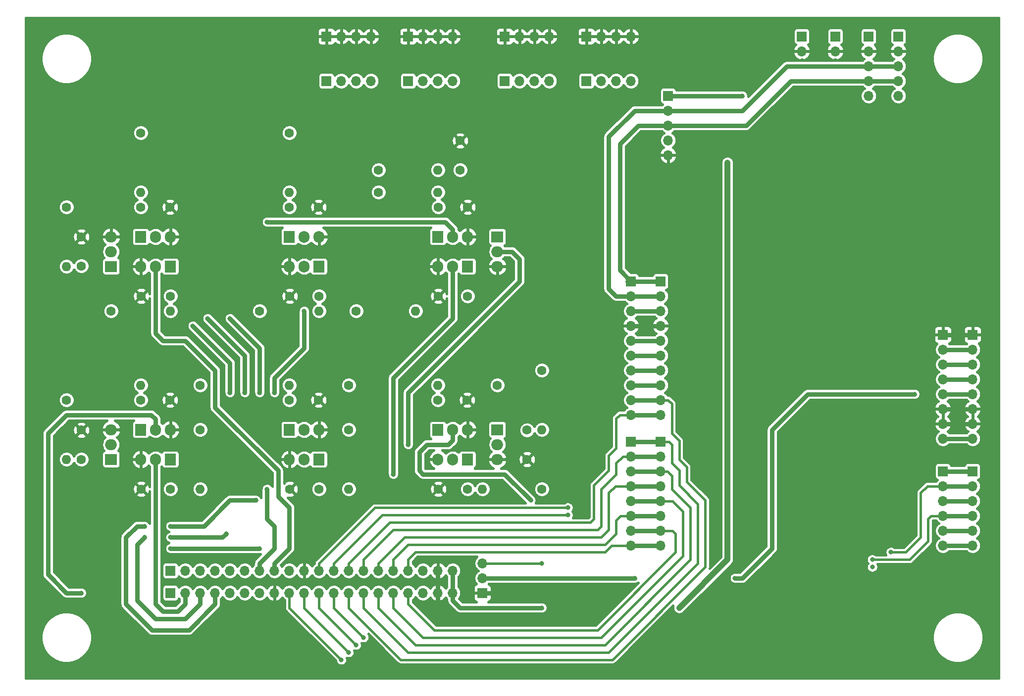
<source format=gbr>
%TF.GenerationSoftware,KiCad,Pcbnew,(5.1.6)-1*%
%TF.CreationDate,2020-09-23T00:55:53+02:00*%
%TF.ProjectId,ExtendedBoard,45787465-6e64-4656-9442-6f6172642e6b,rev?*%
%TF.SameCoordinates,Original*%
%TF.FileFunction,Copper,L2,Bot*%
%TF.FilePolarity,Positive*%
%FSLAX46Y46*%
G04 Gerber Fmt 4.6, Leading zero omitted, Abs format (unit mm)*
G04 Created by KiCad (PCBNEW (5.1.6)-1) date 2020-09-23 00:55:53*
%MOMM*%
%LPD*%
G01*
G04 APERTURE LIST*
%TA.AperFunction,ComponentPad*%
%ADD10O,2.000000X1.905000*%
%TD*%
%TA.AperFunction,ComponentPad*%
%ADD11R,2.000000X1.905000*%
%TD*%
%TA.AperFunction,ComponentPad*%
%ADD12O,1.600000X1.600000*%
%TD*%
%TA.AperFunction,ComponentPad*%
%ADD13C,1.600000*%
%TD*%
%TA.AperFunction,ComponentPad*%
%ADD14O,1.700000X1.700000*%
%TD*%
%TA.AperFunction,ComponentPad*%
%ADD15R,1.700000X1.700000*%
%TD*%
%TA.AperFunction,ComponentPad*%
%ADD16R,1.905000X2.000000*%
%TD*%
%TA.AperFunction,ComponentPad*%
%ADD17O,1.905000X2.000000*%
%TD*%
%TA.AperFunction,ViaPad*%
%ADD18C,0.800000*%
%TD*%
%TA.AperFunction,Conductor*%
%ADD19C,0.400000*%
%TD*%
%TA.AperFunction,Conductor*%
%ADD20C,0.800000*%
%TD*%
%TA.AperFunction,Conductor*%
%ADD21C,1.000000*%
%TD*%
G04 APERTURE END LIST*
D10*
%TO.P,Q5,3*%
%TO.N,GND*%
X172720000Y-91440000D03*
%TO.P,Q5,2*%
%TO.N,LED05*%
X172720000Y-88900000D03*
D11*
%TO.P,Q5,1*%
%TO.N,Net-(C5-Pad1)*%
X172720000Y-86360000D03*
%TD*%
D12*
%TO.P,R4,2*%
%TO.N,Net-(C4-Pad1)*%
X162560000Y-78740000D03*
D13*
%TO.P,R4,1*%
%TO.N,D04*%
X152400000Y-78740000D03*
%TD*%
D12*
%TO.P,R6,2*%
%TO.N,Net-(C6-Pad1)*%
X158750000Y-99060000D03*
D13*
%TO.P,R6,1*%
%TO.N,D06*%
X148590000Y-99060000D03*
%TD*%
%TO.P,C1,1*%
%TO.N,Net-(C1-Pad1)*%
X101600000Y-91360000D03*
%TO.P,C1,2*%
%TO.N,GND*%
X101600000Y-86360000D03*
%TD*%
%TO.P,C2,2*%
%TO.N,GND*%
X116760000Y-81280000D03*
%TO.P,C2,1*%
%TO.N,Net-(C2-Pad1)*%
X111760000Y-81280000D03*
%TD*%
%TO.P,C3,2*%
%TO.N,GND*%
X142160000Y-81280000D03*
%TO.P,C3,1*%
%TO.N,Net-(C3-Pad1)*%
X137160000Y-81280000D03*
%TD*%
%TO.P,C4,1*%
%TO.N,Net-(C4-Pad1)*%
X162640000Y-81280000D03*
%TO.P,C4,2*%
%TO.N,GND*%
X167640000Y-81280000D03*
%TD*%
%TO.P,C5,1*%
%TO.N,Net-(C5-Pad1)*%
X166370000Y-74930000D03*
%TO.P,C5,2*%
%TO.N,GND*%
X166370000Y-69930000D03*
%TD*%
%TO.P,C6,1*%
%TO.N,Net-(C6-Pad1)*%
X167640000Y-96520000D03*
%TO.P,C6,2*%
%TO.N,GND*%
X162640000Y-96520000D03*
%TD*%
%TO.P,C7,2*%
%TO.N,GND*%
X137240000Y-96520000D03*
%TO.P,C7,1*%
%TO.N,Net-(C7-Pad1)*%
X142240000Y-96520000D03*
%TD*%
%TO.P,C8,2*%
%TO.N,GND*%
X111840000Y-96520000D03*
%TO.P,C8,1*%
%TO.N,Net-(C8-Pad1)*%
X116840000Y-96520000D03*
%TD*%
%TO.P,C9,2*%
%TO.N,GND*%
X101600000Y-119460000D03*
%TO.P,C9,1*%
%TO.N,Net-(C9-Pad1)*%
X101600000Y-124460000D03*
%TD*%
%TO.P,C10,1*%
%TO.N,Net-(C10-Pad1)*%
X111760000Y-114300000D03*
%TO.P,C10,2*%
%TO.N,GND*%
X116760000Y-114300000D03*
%TD*%
%TO.P,C11,1*%
%TO.N,Net-(C11-Pad1)*%
X116840000Y-129540000D03*
%TO.P,C11,2*%
%TO.N,GND*%
X111840000Y-129540000D03*
%TD*%
%TO.P,C12,2*%
%TO.N,GND*%
X142160000Y-114300000D03*
%TO.P,C12,1*%
%TO.N,Net-(C12-Pad1)*%
X137160000Y-114300000D03*
%TD*%
%TO.P,C13,2*%
%TO.N,GND*%
X137240000Y-129540000D03*
%TO.P,C13,1*%
%TO.N,Net-(C13-Pad1)*%
X142240000Y-129540000D03*
%TD*%
%TO.P,C14,2*%
%TO.N,GND*%
X167560000Y-114300000D03*
%TO.P,C14,1*%
%TO.N,Net-(C14-Pad1)*%
X162560000Y-114300000D03*
%TD*%
%TO.P,C15,1*%
%TO.N,Net-(C15-Pad1)*%
X177800000Y-119460000D03*
%TO.P,C15,2*%
%TO.N,GND*%
X177800000Y-124460000D03*
%TD*%
%TO.P,C16,1*%
%TO.N,Net-(C16-Pad1)*%
X167640000Y-129540000D03*
%TO.P,C16,2*%
%TO.N,GND*%
X162640000Y-129540000D03*
%TD*%
D14*
%TO.P,J1,8*%
%TO.N,VIN*%
X254000000Y-120904000D03*
%TO.P,J1,7*%
%TO.N,GND*%
X254000000Y-118364000D03*
%TO.P,J1,6*%
X254000000Y-115824000D03*
%TO.P,J1,5*%
%TO.N,Vcc*%
X254000000Y-113284000D03*
%TO.P,J1,4*%
%TO.N,3V3+*%
X254000000Y-110744000D03*
%TO.P,J1,3*%
%TO.N,RESET*%
X254000000Y-108204000D03*
%TO.P,J1,2*%
%TO.N,IOREF*%
X254000000Y-105664000D03*
D15*
%TO.P,J1,1*%
%TO.N,GND*%
X254000000Y-103124000D03*
%TD*%
D14*
%TO.P,J2,6*%
%TO.N,A5*%
X254000000Y-139192000D03*
%TO.P,J2,5*%
%TO.N,A4*%
X254000000Y-136652000D03*
%TO.P,J2,4*%
%TO.N,A3*%
X254000000Y-134112000D03*
%TO.P,J2,3*%
%TO.N,A2*%
X254000000Y-131572000D03*
%TO.P,J2,2*%
%TO.N,A1*%
X254000000Y-129032000D03*
D15*
%TO.P,J2,1*%
%TO.N,A0*%
X254000000Y-126492000D03*
%TD*%
%TO.P,J3,1*%
%TO.N,GND*%
X248920000Y-103124000D03*
D14*
%TO.P,J3,2*%
%TO.N,IOREF*%
X248920000Y-105664000D03*
%TO.P,J3,3*%
%TO.N,RESET*%
X248920000Y-108204000D03*
%TO.P,J3,4*%
%TO.N,3V3+*%
X248920000Y-110744000D03*
%TO.P,J3,5*%
%TO.N,Vcc*%
X248920000Y-113284000D03*
%TO.P,J3,6*%
%TO.N,GND*%
X248920000Y-115824000D03*
%TO.P,J3,7*%
X248920000Y-118364000D03*
%TO.P,J3,8*%
%TO.N,VIN*%
X248920000Y-120904000D03*
%TD*%
D15*
%TO.P,J4,1*%
%TO.N,A0*%
X248920000Y-126492000D03*
D14*
%TO.P,J4,2*%
%TO.N,A1*%
X248920000Y-129032000D03*
%TO.P,J4,3*%
%TO.N,A2*%
X248920000Y-131572000D03*
%TO.P,J4,4*%
%TO.N,A3*%
X248920000Y-134112000D03*
%TO.P,J4,5*%
%TO.N,A4*%
X248920000Y-136652000D03*
%TO.P,J4,6*%
%TO.N,A5*%
X248920000Y-139192000D03*
%TD*%
%TO.P,J5,10*%
%TO.N,DI8*%
X200660000Y-116840000D03*
%TO.P,J5,9*%
%TO.N,DI9*%
X200660000Y-114300000D03*
%TO.P,J5,8*%
%TO.N,DI10*%
X200660000Y-111760000D03*
%TO.P,J5,7*%
%TO.N,DI11*%
X200660000Y-109220000D03*
%TO.P,J5,6*%
%TO.N,DI12*%
X200660000Y-106680000D03*
%TO.P,J5,5*%
%TO.N,DI13*%
X200660000Y-104140000D03*
%TO.P,J5,4*%
%TO.N,GND*%
X200660000Y-101600000D03*
%TO.P,J5,3*%
%TO.N,AREF*%
X200660000Y-99060000D03*
%TO.P,J5,2*%
%TO.N,SDA1*%
X200660000Y-96520000D03*
D15*
%TO.P,J5,1*%
%TO.N,SCL1*%
X200660000Y-93980000D03*
%TD*%
D14*
%TO.P,J6,8*%
%TO.N,DI0*%
X195580000Y-139192000D03*
%TO.P,J6,7*%
%TO.N,DI1*%
X195580000Y-136652000D03*
%TO.P,J6,6*%
%TO.N,DI2*%
X195580000Y-134112000D03*
%TO.P,J6,5*%
%TO.N,DI3*%
X195580000Y-131572000D03*
%TO.P,J6,4*%
%TO.N,DI4*%
X195580000Y-129032000D03*
%TO.P,J6,3*%
%TO.N,DI5*%
X195580000Y-126492000D03*
%TO.P,J6,2*%
%TO.N,DI6*%
X195580000Y-123952000D03*
D15*
%TO.P,J6,1*%
%TO.N,DI7*%
X195580000Y-121412000D03*
%TD*%
%TO.P,J7,1*%
%TO.N,SCL1*%
X195580000Y-93980000D03*
D14*
%TO.P,J7,2*%
%TO.N,SDA1*%
X195580000Y-96520000D03*
%TO.P,J7,3*%
%TO.N,AREF*%
X195580000Y-99060000D03*
%TO.P,J7,4*%
%TO.N,GND*%
X195580000Y-101600000D03*
%TO.P,J7,5*%
%TO.N,DI13*%
X195580000Y-104140000D03*
%TO.P,J7,6*%
%TO.N,DI12*%
X195580000Y-106680000D03*
%TO.P,J7,7*%
%TO.N,DI11*%
X195580000Y-109220000D03*
%TO.P,J7,8*%
%TO.N,DI10*%
X195580000Y-111760000D03*
%TO.P,J7,9*%
%TO.N,DI9*%
X195580000Y-114300000D03*
%TO.P,J7,10*%
%TO.N,DI8*%
X195580000Y-116840000D03*
%TD*%
D15*
%TO.P,J8,1*%
%TO.N,DI7*%
X200660000Y-121412000D03*
D14*
%TO.P,J8,2*%
%TO.N,DI6*%
X200660000Y-123952000D03*
%TO.P,J8,3*%
%TO.N,DI5*%
X200660000Y-126492000D03*
%TO.P,J8,4*%
%TO.N,DI4*%
X200660000Y-129032000D03*
%TO.P,J8,5*%
%TO.N,DI3*%
X200660000Y-131572000D03*
%TO.P,J8,6*%
%TO.N,DI2*%
X200660000Y-134112000D03*
%TO.P,J8,7*%
%TO.N,DI1*%
X200660000Y-136652000D03*
%TO.P,J8,8*%
%TO.N,DI0*%
X200660000Y-139192000D03*
%TD*%
D15*
%TO.P,J9,1*%
%TO.N,Vcc*%
X201930000Y-62230000D03*
D14*
%TO.P,J9,2*%
%TO.N,SDA1*%
X201930000Y-64770000D03*
%TO.P,J9,3*%
%TO.N,SCL1*%
X201930000Y-67310000D03*
%TO.P,J9,4*%
%TO.N,DI11*%
X201930000Y-69850000D03*
%TO.P,J9,5*%
%TO.N,GND*%
X201930000Y-72390000D03*
%TD*%
D15*
%TO.P,J10,1*%
%TO.N,LED10*%
X116840000Y-147320000D03*
D14*
%TO.P,J10,2*%
%TO.N,LED11*%
X119380000Y-147320000D03*
%TO.P,J10,3*%
%TO.N,LED12*%
X121920000Y-147320000D03*
%TO.P,J10,4*%
%TO.N,LED13*%
X124460000Y-147320000D03*
%TO.P,J10,5*%
%TO.N,LED14*%
X127000000Y-147320000D03*
%TO.P,J10,6*%
%TO.N,LED15*%
X129540000Y-147320000D03*
%TO.P,J10,7*%
%TO.N,LED16*%
X132080000Y-147320000D03*
%TO.P,J10,8*%
%TO.N,GND*%
X134620000Y-147320000D03*
%TO.P,J10,9*%
%TO.N,A5*%
X137160000Y-147320000D03*
%TO.P,J10,10*%
%TO.N,A4*%
X139700000Y-147320000D03*
%TO.P,J10,11*%
%TO.N,A2*%
X142240000Y-147320000D03*
%TO.P,J10,12*%
%TO.N,A0*%
X144780000Y-147320000D03*
%TO.P,J10,13*%
%TO.N,DI9*%
X147320000Y-147320000D03*
%TO.P,J10,14*%
%TO.N,DI7*%
X149860000Y-147320000D03*
%TO.P,J10,15*%
%TO.N,DI5*%
X152400000Y-147320000D03*
%TO.P,J10,16*%
%TO.N,DI3*%
X154940000Y-147320000D03*
%TO.P,J10,17*%
%TO.N,DI1*%
X157480000Y-147320000D03*
%TO.P,J10,18*%
%TO.N,Vcc*%
X160020000Y-147320000D03*
%TO.P,J10,19*%
%TO.N,GND*%
X162560000Y-147320000D03*
%TO.P,J10,20*%
%TO.N,5V+*%
X165100000Y-147320000D03*
%TD*%
D15*
%TO.P,J11,1*%
%TO.N,GND*%
X170180000Y-147320000D03*
D14*
%TO.P,J11,2*%
%TO.N,Vcc*%
X170180000Y-144780000D03*
%TO.P,J11,3*%
%TO.N,DI10*%
X170180000Y-142240000D03*
%TD*%
%TO.P,J12,4*%
%TO.N,GND*%
X151130000Y-52070000D03*
%TO.P,J12,3*%
X148590000Y-52070000D03*
%TO.P,J12,2*%
X146050000Y-52070000D03*
D15*
%TO.P,J12,1*%
X143510000Y-52070000D03*
%TD*%
%TO.P,J13,1*%
%TO.N,GND*%
X157480000Y-52070000D03*
D14*
%TO.P,J13,2*%
X160020000Y-52070000D03*
%TO.P,J13,3*%
X162560000Y-52070000D03*
%TO.P,J13,4*%
X165100000Y-52070000D03*
%TD*%
%TO.P,J14,4*%
%TO.N,GND*%
X181610000Y-52070000D03*
%TO.P,J14,3*%
X179070000Y-52070000D03*
%TO.P,J14,2*%
X176530000Y-52070000D03*
D15*
%TO.P,J14,1*%
X173990000Y-52070000D03*
%TD*%
%TO.P,J15,1*%
%TO.N,GND*%
X187960000Y-52070000D03*
D14*
%TO.P,J15,2*%
X190500000Y-52070000D03*
%TO.P,J15,3*%
X193040000Y-52070000D03*
%TO.P,J15,4*%
X195580000Y-52070000D03*
%TD*%
%TO.P,J16,20*%
%TO.N,5V+*%
X165100000Y-143510000D03*
%TO.P,J16,19*%
%TO.N,GND*%
X162560000Y-143510000D03*
%TO.P,J16,18*%
%TO.N,Vcc*%
X160020000Y-143510000D03*
%TO.P,J16,17*%
%TO.N,DI0*%
X157480000Y-143510000D03*
%TO.P,J16,16*%
%TO.N,DI2*%
X154940000Y-143510000D03*
%TO.P,J16,15*%
%TO.N,DI4*%
X152400000Y-143510000D03*
%TO.P,J16,14*%
%TO.N,DI6*%
X149860000Y-143510000D03*
%TO.P,J16,13*%
%TO.N,DI8*%
X147320000Y-143510000D03*
%TO.P,J16,12*%
%TO.N,A1*%
X144780000Y-143510000D03*
%TO.P,J16,11*%
%TO.N,A3*%
X142240000Y-143510000D03*
%TO.P,J16,10*%
%TO.N,GND*%
X139700000Y-143510000D03*
%TO.P,J16,9*%
%TO.N,LED09*%
X137160000Y-143510000D03*
%TO.P,J16,8*%
%TO.N,LED08*%
X134620000Y-143510000D03*
%TO.P,J16,7*%
%TO.N,LED07*%
X132080000Y-143510000D03*
%TO.P,J16,6*%
%TO.N,LED06*%
X129540000Y-143510000D03*
%TO.P,J16,5*%
%TO.N,LED05*%
X127000000Y-143510000D03*
%TO.P,J16,4*%
%TO.N,LED04*%
X124460000Y-143510000D03*
%TO.P,J16,3*%
%TO.N,LED03*%
X121920000Y-143510000D03*
%TO.P,J16,2*%
%TO.N,LED02*%
X119380000Y-143510000D03*
D15*
%TO.P,J16,1*%
%TO.N,LED01*%
X116840000Y-143510000D03*
%TD*%
%TO.P,J17,1*%
%TO.N,D01*%
X143510000Y-59690000D03*
D14*
%TO.P,J17,2*%
%TO.N,D02*%
X146050000Y-59690000D03*
%TO.P,J17,3*%
%TO.N,D03*%
X148590000Y-59690000D03*
%TO.P,J17,4*%
%TO.N,D04*%
X151130000Y-59690000D03*
%TD*%
%TO.P,J18,4*%
%TO.N,D08*%
X165100000Y-59690000D03*
%TO.P,J18,3*%
%TO.N,D07*%
X162560000Y-59690000D03*
%TO.P,J18,2*%
%TO.N,D06*%
X160020000Y-59690000D03*
D15*
%TO.P,J18,1*%
%TO.N,D05*%
X157480000Y-59690000D03*
%TD*%
D14*
%TO.P,J19,4*%
%TO.N,D12*%
X181610000Y-59690000D03*
%TO.P,J19,3*%
%TO.N,D11*%
X179070000Y-59690000D03*
%TO.P,J19,2*%
%TO.N,D10*%
X176530000Y-59690000D03*
D15*
%TO.P,J19,1*%
%TO.N,D09*%
X173990000Y-59690000D03*
%TD*%
%TO.P,J20,1*%
%TO.N,D13*%
X187960000Y-59690000D03*
D14*
%TO.P,J20,2*%
%TO.N,D14*%
X190500000Y-59690000D03*
%TO.P,J20,3*%
%TO.N,D15*%
X193040000Y-59690000D03*
%TO.P,J20,4*%
%TO.N,D16*%
X195580000Y-59690000D03*
%TD*%
D11*
%TO.P,Q1,1*%
%TO.N,Net-(C1-Pad1)*%
X106680000Y-91440000D03*
D10*
%TO.P,Q1,2*%
%TO.N,LED01*%
X106680000Y-88900000D03*
%TO.P,Q1,3*%
%TO.N,GND*%
X106680000Y-86360000D03*
%TD*%
D16*
%TO.P,Q2,1*%
%TO.N,Net-(C2-Pad1)*%
X111760000Y-86360000D03*
D17*
%TO.P,Q2,2*%
%TO.N,LED02*%
X114300000Y-86360000D03*
%TO.P,Q2,3*%
%TO.N,GND*%
X116840000Y-86360000D03*
%TD*%
%TO.P,Q3,3*%
%TO.N,GND*%
X142240000Y-86360000D03*
%TO.P,Q3,2*%
%TO.N,LED03*%
X139700000Y-86360000D03*
D16*
%TO.P,Q3,1*%
%TO.N,Net-(C3-Pad1)*%
X137160000Y-86360000D03*
%TD*%
D17*
%TO.P,Q4,3*%
%TO.N,GND*%
X167640000Y-86360000D03*
%TO.P,Q4,2*%
%TO.N,LED04*%
X165100000Y-86360000D03*
D16*
%TO.P,Q4,1*%
%TO.N,Net-(C4-Pad1)*%
X162560000Y-86360000D03*
%TD*%
%TO.P,Q6,1*%
%TO.N,Net-(C6-Pad1)*%
X167640000Y-91440000D03*
D17*
%TO.P,Q6,2*%
%TO.N,LED06*%
X165100000Y-91440000D03*
%TO.P,Q6,3*%
%TO.N,GND*%
X162560000Y-91440000D03*
%TD*%
D16*
%TO.P,Q7,1*%
%TO.N,Net-(C7-Pad1)*%
X142240000Y-91440000D03*
D17*
%TO.P,Q7,2*%
%TO.N,LED07*%
X139700000Y-91440000D03*
%TO.P,Q7,3*%
%TO.N,GND*%
X137160000Y-91440000D03*
%TD*%
%TO.P,Q8,3*%
%TO.N,GND*%
X111760000Y-91440000D03*
%TO.P,Q8,2*%
%TO.N,LED08*%
X114300000Y-91440000D03*
D16*
%TO.P,Q8,1*%
%TO.N,Net-(C8-Pad1)*%
X116840000Y-91440000D03*
%TD*%
D10*
%TO.P,Q9,3*%
%TO.N,GND*%
X106680000Y-119380000D03*
%TO.P,Q9,2*%
%TO.N,LED09*%
X106680000Y-121920000D03*
D11*
%TO.P,Q9,1*%
%TO.N,Net-(C9-Pad1)*%
X106680000Y-124460000D03*
%TD*%
D17*
%TO.P,Q10,3*%
%TO.N,GND*%
X116840000Y-119380000D03*
%TO.P,Q10,2*%
%TO.N,LED10*%
X114300000Y-119380000D03*
D16*
%TO.P,Q10,1*%
%TO.N,Net-(C10-Pad1)*%
X111760000Y-119380000D03*
%TD*%
%TO.P,Q11,1*%
%TO.N,Net-(C11-Pad1)*%
X116840000Y-124460000D03*
D17*
%TO.P,Q11,2*%
%TO.N,LED11*%
X114300000Y-124460000D03*
%TO.P,Q11,3*%
%TO.N,GND*%
X111760000Y-124460000D03*
%TD*%
%TO.P,Q12,3*%
%TO.N,GND*%
X142240000Y-119380000D03*
%TO.P,Q12,2*%
%TO.N,LED12*%
X139700000Y-119380000D03*
D16*
%TO.P,Q12,1*%
%TO.N,Net-(C12-Pad1)*%
X137160000Y-119380000D03*
%TD*%
%TO.P,Q13,1*%
%TO.N,Net-(C13-Pad1)*%
X142240000Y-124460000D03*
D17*
%TO.P,Q13,2*%
%TO.N,LED13*%
X139700000Y-124460000D03*
%TO.P,Q13,3*%
%TO.N,GND*%
X137160000Y-124460000D03*
%TD*%
D16*
%TO.P,Q14,1*%
%TO.N,Net-(C14-Pad1)*%
X162560000Y-119380000D03*
D17*
%TO.P,Q14,2*%
%TO.N,LED14*%
X165100000Y-119380000D03*
%TO.P,Q14,3*%
%TO.N,GND*%
X167640000Y-119380000D03*
%TD*%
D11*
%TO.P,Q15,1*%
%TO.N,Net-(C15-Pad1)*%
X172720000Y-119380000D03*
D10*
%TO.P,Q15,2*%
%TO.N,LED15*%
X172720000Y-121920000D03*
%TO.P,Q15,3*%
%TO.N,GND*%
X172720000Y-124460000D03*
%TD*%
D17*
%TO.P,Q16,3*%
%TO.N,GND*%
X162560000Y-124460000D03*
%TO.P,Q16,2*%
%TO.N,LED16*%
X165100000Y-124460000D03*
D16*
%TO.P,Q16,1*%
%TO.N,Net-(C16-Pad1)*%
X167640000Y-124460000D03*
%TD*%
D13*
%TO.P,R1,1*%
%TO.N,D01*%
X99060000Y-81280000D03*
D12*
%TO.P,R1,2*%
%TO.N,Net-(C1-Pad1)*%
X99060000Y-91440000D03*
%TD*%
%TO.P,R2,2*%
%TO.N,Net-(C2-Pad1)*%
X111760000Y-78740000D03*
D13*
%TO.P,R2,1*%
%TO.N,D02*%
X111760000Y-68580000D03*
%TD*%
%TO.P,R3,1*%
%TO.N,D03*%
X137160000Y-68580000D03*
D12*
%TO.P,R3,2*%
%TO.N,Net-(C3-Pad1)*%
X137160000Y-78740000D03*
%TD*%
D13*
%TO.P,R5,1*%
%TO.N,D05*%
X152400000Y-74930000D03*
D12*
%TO.P,R5,2*%
%TO.N,Net-(C5-Pad1)*%
X162560000Y-74930000D03*
%TD*%
D13*
%TO.P,R7,1*%
%TO.N,D07*%
X132080000Y-99060000D03*
D12*
%TO.P,R7,2*%
%TO.N,Net-(C7-Pad1)*%
X142240000Y-99060000D03*
%TD*%
%TO.P,R8,2*%
%TO.N,Net-(C8-Pad1)*%
X116840000Y-99060000D03*
D13*
%TO.P,R8,1*%
%TO.N,D08*%
X106680000Y-99060000D03*
%TD*%
D12*
%TO.P,R9,2*%
%TO.N,Net-(C9-Pad1)*%
X99060000Y-124460000D03*
D13*
%TO.P,R9,1*%
%TO.N,D09*%
X99060000Y-114300000D03*
%TD*%
D12*
%TO.P,R10,2*%
%TO.N,Net-(C10-Pad1)*%
X111760000Y-111760000D03*
D13*
%TO.P,R10,1*%
%TO.N,D10*%
X121920000Y-111760000D03*
%TD*%
%TO.P,R11,1*%
%TO.N,D11*%
X121920000Y-119380000D03*
D12*
%TO.P,R11,2*%
%TO.N,Net-(C11-Pad1)*%
X121920000Y-129540000D03*
%TD*%
%TO.P,R12,2*%
%TO.N,Net-(C12-Pad1)*%
X137160000Y-111760000D03*
D13*
%TO.P,R12,1*%
%TO.N,D12*%
X147320000Y-111760000D03*
%TD*%
%TO.P,R13,1*%
%TO.N,D13*%
X147320000Y-119380000D03*
D12*
%TO.P,R13,2*%
%TO.N,Net-(C13-Pad1)*%
X147320000Y-129540000D03*
%TD*%
D13*
%TO.P,R14,1*%
%TO.N,D14*%
X172720000Y-111760000D03*
D12*
%TO.P,R14,2*%
%TO.N,Net-(C14-Pad1)*%
X162560000Y-111760000D03*
%TD*%
D13*
%TO.P,R15,1*%
%TO.N,D15*%
X180340000Y-109220000D03*
D12*
%TO.P,R15,2*%
%TO.N,Net-(C15-Pad1)*%
X180340000Y-119380000D03*
%TD*%
%TO.P,R16,2*%
%TO.N,Net-(C16-Pad1)*%
X170180000Y-129540000D03*
D13*
%TO.P,R16,1*%
%TO.N,D16*%
X180340000Y-129540000D03*
%TD*%
D15*
%TO.P,J21,1*%
%TO.N,12V+*%
X236220000Y-52070000D03*
D14*
%TO.P,J21,2*%
%TO.N,GND*%
X236220000Y-54610000D03*
%TO.P,J21,3*%
%TO.N,SDA1*%
X236220000Y-57150000D03*
%TO.P,J21,4*%
%TO.N,SCL1*%
X236220000Y-59690000D03*
%TO.P,J21,5*%
%TO.N,Net-(J21-Pad5)*%
X236220000Y-62230000D03*
%TD*%
%TO.P,J22,2*%
%TO.N,GND*%
X230505000Y-54610000D03*
D15*
%TO.P,J22,1*%
%TO.N,12V+*%
X230505000Y-52070000D03*
%TD*%
D14*
%TO.P,J23,5*%
%TO.N,Net-(J23-Pad5)*%
X241300000Y-62230000D03*
%TO.P,J23,4*%
%TO.N,SCL1*%
X241300000Y-59690000D03*
%TO.P,J23,3*%
%TO.N,SDA1*%
X241300000Y-57150000D03*
%TO.P,J23,2*%
%TO.N,GND*%
X241300000Y-54610000D03*
D15*
%TO.P,J23,1*%
%TO.N,12V+*%
X241300000Y-52070000D03*
%TD*%
%TO.P,J24,1*%
%TO.N,5V+*%
X224790000Y-52070000D03*
D14*
%TO.P,J24,2*%
%TO.N,GND*%
X224790000Y-54610000D03*
%TD*%
D18*
%TO.N,GND*%
X172640000Y-69930000D03*
X187880000Y-69930000D03*
X180340000Y-151765000D03*
X180340000Y-147320000D03*
%TO.N,A5*%
X146050000Y-158750000D03*
%TO.N,A4*%
X147320000Y-157480000D03*
%TO.N,A2*%
X148590000Y-156210000D03*
%TO.N,A0*%
X149860000Y-154940000D03*
%TO.N,DI10*%
X180340000Y-142240000D03*
%TO.N,Vcc*%
X244094000Y-113284000D03*
%TO.N,5V+*%
X180340000Y-149860000D03*
X203835000Y-149860000D03*
X212090000Y-73660000D03*
%TO.N,A3*%
X184785000Y-132715000D03*
X236855000Y-141605000D03*
%TO.N,A1*%
X184785000Y-133985000D03*
X236855000Y-142875000D03*
X240030000Y-140335000D03*
%TO.N,Net-(J21-Pad5)*%
X236220000Y-62230000D03*
%TO.N,Vcc*%
X196215000Y-144780000D03*
X196215000Y-144780000D03*
X213360000Y-144780000D03*
X214630000Y-62230000D03*
%TO.N,LED13*%
X131445000Y-131445000D03*
X116840000Y-135890000D03*
X112395000Y-135890000D03*
%TO.N,LED12*%
X126365000Y-137160000D03*
X116840000Y-137795000D03*
X112395000Y-137795000D03*
%TO.N,LED03*%
X129540000Y-113030000D03*
X123190000Y-100330000D03*
%TO.N,LED02*%
X127000000Y-113030000D03*
X120650000Y-101600000D03*
%TO.N,LED10*%
X101600000Y-147320000D03*
%TO.N,LED14*%
X178435000Y-131445000D03*
%TO.N,LED09*%
X132080000Y-139700000D03*
X116840000Y-139700000D03*
%TO.N,LED07*%
X134620000Y-113030000D03*
X139700000Y-99060000D03*
X139700000Y-99060000D03*
X133350000Y-129540000D03*
%TO.N,LED06*%
X154940000Y-127000000D03*
%TO.N,LED05*%
X157480000Y-121920000D03*
%TO.N,LED04*%
X132080000Y-113030000D03*
X127000000Y-100330000D03*
X133350000Y-83820000D03*
%TD*%
D19*
%TO.N,GND*%
X172640000Y-69930000D02*
X187880000Y-69930000D01*
D20*
X162560000Y-143510000D02*
X162560000Y-147320000D01*
X195580000Y-101600000D02*
X200660000Y-101600000D01*
X248920000Y-103124000D02*
X254000000Y-103124000D01*
X248920000Y-115824000D02*
X254000000Y-115824000D01*
X248920000Y-118364000D02*
X254000000Y-118364000D01*
X162560000Y-147320000D02*
X162560000Y-148590000D01*
X162560000Y-148590000D02*
X165735000Y-151765000D01*
X165735000Y-151765000D02*
X180340000Y-151765000D01*
X170180000Y-147320000D02*
X180340000Y-147320000D01*
%TO.N,VIN*%
X248920000Y-120904000D02*
X254000000Y-120904000D01*
%TO.N,Vcc*%
X248920000Y-113284000D02*
X254000000Y-113284000D01*
%TO.N,3V3+*%
X248920000Y-110744000D02*
X254000000Y-110744000D01*
%TO.N,RESET*%
X248920000Y-108204000D02*
X254000000Y-108204000D01*
%TO.N,IOREF*%
X248920000Y-105664000D02*
X254000000Y-105664000D01*
%TO.N,A5*%
X248920000Y-139192000D02*
X254000000Y-139192000D01*
D19*
X137160000Y-147320000D02*
X137160000Y-149860000D01*
X137160000Y-149860000D02*
X146050000Y-158750000D01*
D20*
%TO.N,A4*%
X248920000Y-136652000D02*
X252603000Y-136652000D01*
X252603000Y-136652000D02*
X254000000Y-136652000D01*
D19*
X139700000Y-147320000D02*
X139700000Y-149860000D01*
X139700000Y-149860000D02*
X147320000Y-157480000D01*
D20*
%TO.N,A3*%
X248920000Y-134112000D02*
X254000000Y-134112000D01*
D19*
X142240000Y-143510000D02*
X142240000Y-142240000D01*
X142240000Y-142240000D02*
X151765000Y-132715000D01*
D20*
%TO.N,A2*%
X248920000Y-131572000D02*
X254000000Y-131572000D01*
D19*
X142240000Y-147320000D02*
X142240000Y-149860000D01*
X142240000Y-149860000D02*
X148590000Y-156210000D01*
D20*
%TO.N,A1*%
X248920000Y-129032000D02*
X254000000Y-129032000D01*
D19*
X144780000Y-143510000D02*
X144780000Y-142240000D01*
X144780000Y-142240000D02*
X153035000Y-133985000D01*
D20*
%TO.N,A0*%
X248920000Y-126492000D02*
X254000000Y-126492000D01*
D19*
X144780000Y-147320000D02*
X144780000Y-149860000D01*
X144780000Y-149860000D02*
X149860000Y-154940000D01*
D20*
%TO.N,DI9*%
X195580000Y-114300000D02*
X200660000Y-114300000D01*
%TO.N,DI10*%
X195580000Y-111760000D02*
X200660000Y-111760000D01*
D19*
X170180000Y-142240000D02*
X180340000Y-142240000D01*
D20*
%TO.N,DI11*%
X195580000Y-109220000D02*
X200660000Y-109220000D01*
%TO.N,DI12*%
X195580000Y-106680000D02*
X200660000Y-106680000D01*
%TO.N,DI13*%
X195580000Y-104140000D02*
X200660000Y-104140000D01*
%TO.N,AREF*%
X195580000Y-99060000D02*
X200660000Y-99060000D01*
%TO.N,SDA1*%
X195580000Y-96520000D02*
X200660000Y-96520000D01*
X191770000Y-87630000D02*
X191770000Y-69215000D01*
X196215000Y-64770000D02*
X201930000Y-64770000D01*
X191770000Y-69215000D02*
X196215000Y-64770000D01*
%TO.N,SCL1*%
X195580000Y-93980000D02*
X200660000Y-93980000D01*
X195580000Y-93980000D02*
X194945000Y-93980000D01*
%TO.N,DI0*%
X200660000Y-139192000D02*
X195580000Y-139192000D01*
%TO.N,DI1*%
X200660000Y-136652000D02*
X195580000Y-136652000D01*
%TO.N,DI2*%
X200660000Y-134112000D02*
X195580000Y-134112000D01*
%TO.N,DI3*%
X200660000Y-131572000D02*
X195580000Y-131572000D01*
%TO.N,DI4*%
X200660000Y-129032000D02*
X195580000Y-129032000D01*
%TO.N,DI5*%
X200660000Y-126492000D02*
X195580000Y-126492000D01*
%TO.N,DI6*%
X200660000Y-123952000D02*
X195580000Y-123952000D01*
%TO.N,DI7*%
X195580000Y-121412000D02*
X200660000Y-121412000D01*
D19*
X157480000Y-157480000D02*
X190500000Y-157480000D01*
X202565000Y-121920000D02*
X202057000Y-121412000D01*
X149860000Y-147320000D02*
X149860000Y-149860000D01*
X202057000Y-121412000D02*
X200660000Y-121412000D01*
X149860000Y-149860000D02*
X157480000Y-157480000D01*
X203835000Y-126365000D02*
X202565000Y-125095000D01*
X202565000Y-125095000D02*
X202565000Y-121920000D01*
D20*
%TO.N,Vcc*%
X170180000Y-144780000D02*
X187960000Y-144780000D01*
X187960000Y-144780000D02*
X190500000Y-144780000D01*
X219710000Y-119380000D02*
X225806000Y-113284000D01*
X225806000Y-113284000D02*
X244094000Y-113284000D01*
%TO.N,5V+*%
X165100000Y-147320000D02*
X165100000Y-143510000D01*
X165100000Y-147320000D02*
X165100000Y-148590000D01*
X165100000Y-148590000D02*
X166370000Y-149860000D01*
X166370000Y-149860000D02*
X180340000Y-149860000D01*
D21*
X203835000Y-149860000D02*
X212090000Y-141605000D01*
X212090000Y-141605000D02*
X212090000Y-73660000D01*
D19*
%TO.N,A3*%
X151765000Y-132715000D02*
X184785000Y-132715000D01*
X243205000Y-141605000D02*
X246380000Y-138430000D01*
X246888000Y-134112000D02*
X248920000Y-134112000D01*
X246380000Y-134620000D02*
X246888000Y-134112000D01*
X246380000Y-138430000D02*
X246380000Y-134620000D01*
X236855000Y-141605000D02*
X243205000Y-141605000D01*
%TO.N,A1*%
X153035000Y-133985000D02*
X184785000Y-133985000D01*
X242570000Y-140335000D02*
X240030000Y-140335000D01*
X245110000Y-130175000D02*
X245110000Y-137795000D01*
X248920000Y-129032000D02*
X246253000Y-129032000D01*
X245110000Y-137795000D02*
X242570000Y-140335000D01*
X246253000Y-129032000D02*
X245110000Y-130175000D01*
%TO.N,DI8*%
X191770000Y-123825000D02*
X193040000Y-122555000D01*
X191770000Y-126365000D02*
X191770000Y-123825000D01*
X189230000Y-128905000D02*
X191770000Y-126365000D01*
X193040000Y-122555000D02*
X193040000Y-117475000D01*
X147320000Y-142240000D02*
X154305000Y-135255000D01*
X189230000Y-134620000D02*
X189230000Y-128905000D01*
X147320000Y-143510000D02*
X147320000Y-142240000D01*
X193040000Y-117475000D02*
X193675000Y-116840000D01*
X154305000Y-135255000D02*
X188595000Y-135255000D01*
X188595000Y-135255000D02*
X189230000Y-134620000D01*
X193675000Y-116840000D02*
X195580000Y-116840000D01*
D20*
X200660000Y-116840000D02*
X195580000Y-116840000D01*
D19*
%TO.N,DI9*%
X201930000Y-114300000D02*
X200660000Y-114300000D01*
X147320000Y-147320000D02*
X147320000Y-149860000D01*
X208280000Y-142875000D02*
X208280000Y-131445000D01*
X192405000Y-158750000D02*
X208280000Y-142875000D01*
X156210000Y-158750000D02*
X192405000Y-158750000D01*
X202565000Y-120015000D02*
X202565000Y-114935000D01*
X147320000Y-149860000D02*
X156210000Y-158750000D01*
X208280000Y-131445000D02*
X205105000Y-128270000D01*
X202565000Y-114935000D02*
X201930000Y-114300000D01*
X205105000Y-125730000D02*
X203835000Y-124460000D01*
X205105000Y-128270000D02*
X205105000Y-125730000D01*
X203835000Y-124460000D02*
X203835000Y-121285000D01*
X203835000Y-121285000D02*
X202565000Y-120015000D01*
D20*
%TO.N,SDA1*%
X195580000Y-96520000D02*
X193040000Y-96520000D01*
X191770000Y-95250000D02*
X191770000Y-87630000D01*
X193040000Y-96520000D02*
X191770000Y-95250000D01*
X201930000Y-64770000D02*
X214630000Y-64770000D01*
X222250000Y-57150000D02*
X236220000Y-57150000D01*
X214630000Y-64770000D02*
X222250000Y-57150000D01*
X236220000Y-57150000D02*
X241300000Y-57150000D01*
%TO.N,SCL1*%
X193675000Y-92075000D02*
X195580000Y-93980000D01*
X193675000Y-70485000D02*
X193675000Y-92075000D01*
X201930000Y-67310000D02*
X196850000Y-67310000D01*
X196850000Y-67310000D02*
X193675000Y-70485000D01*
X236220000Y-59690000D02*
X222885000Y-59690000D01*
X222885000Y-59690000D02*
X215265000Y-67310000D01*
X215265000Y-67310000D02*
X201930000Y-67310000D01*
X236220000Y-59690000D02*
X241300000Y-59690000D01*
D19*
%TO.N,DI0*%
X192278000Y-139192000D02*
X195580000Y-139192000D01*
X158750000Y-140335000D02*
X191135000Y-140335000D01*
X157480000Y-143510000D02*
X157480000Y-141605000D01*
X191135000Y-140335000D02*
X192278000Y-139192000D01*
X157480000Y-141605000D02*
X158750000Y-140335000D01*
%TO.N,DI1*%
X157480000Y-149225000D02*
X161925000Y-153670000D01*
X161925000Y-153670000D02*
X189865000Y-153670000D01*
X203200000Y-137160000D02*
X202692000Y-136652000D01*
X157480000Y-147320000D02*
X157480000Y-149225000D01*
X203200000Y-140335000D02*
X203200000Y-137160000D01*
X202692000Y-136652000D02*
X200660000Y-136652000D01*
X189865000Y-153670000D02*
X203200000Y-140335000D01*
%TO.N,DI2*%
X193802000Y-134112000D02*
X195580000Y-134112000D01*
X154940000Y-141605000D02*
X157480000Y-139065000D01*
X193040000Y-134874000D02*
X193802000Y-134112000D01*
X154940000Y-143510000D02*
X154940000Y-141605000D01*
X193040000Y-137160000D02*
X193040000Y-134874000D01*
X157480000Y-139065000D02*
X191135000Y-139065000D01*
X191135000Y-139065000D02*
X193040000Y-137160000D01*
%TO.N,DI3*%
X204470000Y-133350000D02*
X202692000Y-131572000D01*
X204470000Y-140970000D02*
X204470000Y-133350000D01*
X202692000Y-131572000D02*
X200660000Y-131572000D01*
X191169990Y-154270010D02*
X204470000Y-140970000D01*
X154940000Y-149860000D02*
X160020000Y-154940000D01*
X154940000Y-147320000D02*
X154940000Y-149860000D01*
X160020000Y-154940000D02*
X189230000Y-154940000D01*
X191169990Y-154270010D02*
X190500000Y-154940000D01*
X190500000Y-154940000D02*
X189230000Y-154940000D01*
%TO.N,DI4*%
X192913000Y-129032000D02*
X191770000Y-130175000D01*
X195580000Y-129032000D02*
X192913000Y-129032000D01*
X191770000Y-130175000D02*
X191770000Y-136525000D01*
X152400000Y-142240000D02*
X152400000Y-143510000D01*
X156845000Y-137795000D02*
X152400000Y-142240000D01*
X191770000Y-136525000D02*
X190500000Y-137795000D01*
X190500000Y-137795000D02*
X156845000Y-137795000D01*
%TO.N,DI5*%
X201803000Y-126492000D02*
X200660000Y-126492000D01*
X202565000Y-127254000D02*
X201803000Y-126492000D01*
X202565000Y-129540000D02*
X202565000Y-127254000D01*
X152400000Y-149860000D02*
X158750000Y-156210000D01*
X152400000Y-147320000D02*
X152400000Y-149860000D01*
X205740000Y-132715000D02*
X202565000Y-129540000D01*
X205740000Y-141605000D02*
X205740000Y-132715000D01*
X158750000Y-156210000D02*
X191135000Y-156210000D01*
X191135000Y-156210000D02*
X205740000Y-141605000D01*
%TO.N,DI6*%
X193040000Y-125095000D02*
X194183000Y-123952000D01*
X193040000Y-127000000D02*
X193040000Y-125095000D01*
X190500000Y-129540000D02*
X193040000Y-127000000D01*
X149860000Y-141605000D02*
X154940000Y-136525000D01*
X190500000Y-135890000D02*
X190500000Y-129540000D01*
X149860000Y-143510000D02*
X149860000Y-141605000D01*
X194183000Y-123952000D02*
X195580000Y-123952000D01*
X154940000Y-136525000D02*
X189865000Y-136525000D01*
X189865000Y-136525000D02*
X190500000Y-135890000D01*
%TO.N,DI7*%
X203835000Y-126365000D02*
X203835000Y-128905000D01*
X203835000Y-128905000D02*
X207010000Y-132080000D01*
X207010000Y-132080000D02*
X207010000Y-142240000D01*
X191770000Y-157480000D02*
X207010000Y-142240000D01*
X191770000Y-157480000D02*
X190500000Y-157480000D01*
D20*
%TO.N,Vcc*%
X190500000Y-144780000D02*
X196215000Y-144780000D01*
X213360000Y-144780000D02*
X214630000Y-144780000D01*
X219710000Y-139700000D02*
X219710000Y-119380000D01*
X214630000Y-144780000D02*
X219710000Y-139700000D01*
X201930000Y-62230000D02*
X214630000Y-62230000D01*
%TO.N,LED13*%
X131445000Y-131445000D02*
X127000000Y-131445000D01*
X127000000Y-131445000D02*
X122555000Y-135890000D01*
X122555000Y-135890000D02*
X116840000Y-135890000D01*
X124460000Y-149225000D02*
X124460000Y-147320000D01*
X120015000Y-153670000D02*
X124460000Y-149225000D01*
X111125000Y-135890000D02*
X109220000Y-137795000D01*
X109220000Y-137795000D02*
X109220000Y-149225000D01*
X112395000Y-135890000D02*
X111125000Y-135890000D01*
X109220000Y-149225000D02*
X113665000Y-153670000D01*
X113665000Y-153670000D02*
X120015000Y-153670000D01*
%TO.N,LED12*%
X126365000Y-137160000D02*
X125730000Y-137795000D01*
X125730000Y-137795000D02*
X116840000Y-137795000D01*
X121920000Y-149225000D02*
X121920000Y-147320000D01*
X111125000Y-139065000D02*
X111125000Y-148590000D01*
X114300000Y-151765000D02*
X119380000Y-151765000D01*
X112395000Y-137795000D02*
X111125000Y-139065000D01*
X119380000Y-151765000D02*
X121920000Y-149225000D01*
X111125000Y-148590000D02*
X114300000Y-151765000D01*
%TO.N,LED11*%
X118110000Y-150495000D02*
X119380000Y-149225000D01*
X119380000Y-149225000D02*
X119380000Y-147320000D01*
X118110000Y-150495000D02*
X115570000Y-150495000D01*
X115570000Y-150495000D02*
X114300000Y-149225000D01*
X114300000Y-149225000D02*
X114300000Y-124460000D01*
%TO.N,LED03*%
X129540000Y-113030000D02*
X129540000Y-106680000D01*
X129540000Y-106680000D02*
X123190000Y-100330000D01*
%TO.N,LED02*%
X127000000Y-113030000D02*
X127000000Y-107950000D01*
X127000000Y-107950000D02*
X120650000Y-101600000D01*
%TO.N,LED10*%
X99060000Y-147320000D02*
X95885000Y-144145000D01*
X99060000Y-116840000D02*
X113560000Y-116840000D01*
X101600000Y-147320000D02*
X99060000Y-147320000D01*
X113560000Y-116840000D02*
X114300000Y-117580000D01*
X95885000Y-120015000D02*
X99060000Y-116840000D01*
X114300000Y-117580000D02*
X114300000Y-119380000D01*
X95885000Y-144145000D02*
X95885000Y-120015000D01*
%TO.N,LED14*%
X159385000Y-123190000D02*
X160655000Y-121920000D01*
X165100000Y-121180000D02*
X165100000Y-119380000D01*
X164360000Y-121920000D02*
X165100000Y-121180000D01*
X160655000Y-121920000D02*
X164360000Y-121920000D01*
X159385000Y-123190000D02*
X159385000Y-126365000D01*
X159385000Y-126365000D02*
X160020000Y-127000000D01*
X160020000Y-127000000D02*
X173990000Y-127000000D01*
X173990000Y-127000000D02*
X178435000Y-131445000D01*
%TO.N,LED09*%
X132080000Y-139700000D02*
X116840000Y-139700000D01*
%TO.N,LED08*%
X114300000Y-102870000D02*
X114300000Y-91440000D01*
X119380000Y-104140000D02*
X115570000Y-104140000D01*
X124460000Y-109220000D02*
X119380000Y-104140000D01*
X115570000Y-104140000D02*
X114300000Y-102870000D01*
X135255000Y-126365000D02*
X124460000Y-115570000D01*
X124460000Y-115570000D02*
X124460000Y-109220000D01*
X137160000Y-139700000D02*
X137160000Y-132715000D01*
X137160000Y-132715000D02*
X135255000Y-130810000D01*
X134620000Y-143510000D02*
X134620000Y-142240000D01*
X135255000Y-130810000D02*
X135255000Y-126365000D01*
X134620000Y-142240000D02*
X137160000Y-139700000D01*
%TO.N,LED07*%
X134620000Y-110490000D02*
X139700000Y-105410000D01*
X139700000Y-105410000D02*
X139700000Y-99060000D01*
X134620000Y-110490000D02*
X134620000Y-113030000D01*
X132080000Y-143510000D02*
X132080000Y-142240000D01*
X132080000Y-142240000D02*
X134620000Y-139700000D01*
X134620000Y-139700000D02*
X134620000Y-138430000D01*
X134620000Y-137795000D02*
X134620000Y-135890000D01*
X134620000Y-137795000D02*
X134620000Y-137160000D01*
X134620000Y-138430000D02*
X134620000Y-137795000D01*
X133350000Y-129540000D02*
X133350000Y-134620000D01*
X134620000Y-135890000D02*
X133350000Y-134620000D01*
%TO.N,LED06*%
X165100000Y-100330000D02*
X165100000Y-91440000D01*
X154940000Y-110490000D02*
X165100000Y-100330000D01*
X154940000Y-127000000D02*
X154940000Y-110490000D01*
%TO.N,LED05*%
X157480000Y-113030000D02*
X157480000Y-121920000D01*
X176530000Y-90170000D02*
X176530000Y-93980000D01*
X176530000Y-93980000D02*
X157480000Y-113030000D01*
X172720000Y-88900000D02*
X175260000Y-88900000D01*
X175260000Y-88900000D02*
X176530000Y-90170000D01*
%TO.N,LED04*%
X132080000Y-113030000D02*
X132080000Y-105410000D01*
X132080000Y-105410000D02*
X127000000Y-100330000D01*
X133350000Y-83820000D02*
X163830000Y-83820000D01*
X165100000Y-85090000D02*
X165100000Y-86360000D01*
X163830000Y-83820000D02*
X165100000Y-85090000D01*
%TD*%
D19*
%TO.N,GND*%
G36*
X258455001Y-161935000D02*
G01*
X92065000Y-161935000D01*
X92065000Y-154511562D01*
X94710000Y-154511562D01*
X94710000Y-155368438D01*
X94877168Y-156208848D01*
X95205080Y-157000498D01*
X95681134Y-157712963D01*
X96287037Y-158318866D01*
X96999502Y-158794920D01*
X97791152Y-159122832D01*
X98631562Y-159290000D01*
X99488438Y-159290000D01*
X100328848Y-159122832D01*
X101120498Y-158794920D01*
X101832963Y-158318866D01*
X102438866Y-157712963D01*
X102914920Y-157000498D01*
X103242832Y-156208848D01*
X103410000Y-155368438D01*
X103410000Y-154511562D01*
X103242832Y-153671152D01*
X102914920Y-152879502D01*
X102438866Y-152167037D01*
X101832963Y-151561134D01*
X101120498Y-151085080D01*
X100328848Y-150757168D01*
X99488438Y-150590000D01*
X98631562Y-150590000D01*
X97791152Y-150757168D01*
X96999502Y-151085080D01*
X96287037Y-151561134D01*
X95681134Y-152167037D01*
X95205080Y-152879502D01*
X94877168Y-153671152D01*
X94710000Y-154511562D01*
X92065000Y-154511562D01*
X92065000Y-120015000D01*
X94880162Y-120015000D01*
X94885001Y-120064130D01*
X94885000Y-144095880D01*
X94880162Y-144145000D01*
X94899470Y-144341034D01*
X94928990Y-144438349D01*
X94956651Y-144529534D01*
X95049508Y-144703258D01*
X95174472Y-144855528D01*
X95212637Y-144886849D01*
X98318155Y-147992368D01*
X98349472Y-148030528D01*
X98501742Y-148155492D01*
X98667929Y-148244321D01*
X98675465Y-148248349D01*
X98863965Y-148305530D01*
X99059999Y-148324838D01*
X99109119Y-148320000D01*
X101698491Y-148320000D01*
X101746916Y-148310368D01*
X101796034Y-148305530D01*
X101843262Y-148291204D01*
X101891689Y-148281571D01*
X101937308Y-148262675D01*
X101984535Y-148248349D01*
X102028059Y-148225085D01*
X102073678Y-148206189D01*
X102114735Y-148178756D01*
X102158258Y-148155492D01*
X102196409Y-148124183D01*
X102237463Y-148096751D01*
X102272375Y-148061839D01*
X102310528Y-148030528D01*
X102341840Y-147992374D01*
X102376751Y-147957463D01*
X102404183Y-147916409D01*
X102435492Y-147878258D01*
X102458756Y-147834735D01*
X102486189Y-147793678D01*
X102505085Y-147748059D01*
X102528349Y-147704535D01*
X102542675Y-147657308D01*
X102561571Y-147611689D01*
X102571204Y-147563262D01*
X102585530Y-147516034D01*
X102590368Y-147466916D01*
X102600000Y-147418491D01*
X102600000Y-147369119D01*
X102604838Y-147320000D01*
X102600000Y-147270880D01*
X102600000Y-147221509D01*
X102590368Y-147173084D01*
X102585530Y-147123966D01*
X102571204Y-147076738D01*
X102561571Y-147028311D01*
X102542675Y-146982692D01*
X102528349Y-146935465D01*
X102505085Y-146891941D01*
X102486189Y-146846322D01*
X102458756Y-146805265D01*
X102435492Y-146761742D01*
X102404183Y-146723591D01*
X102376751Y-146682537D01*
X102341840Y-146647626D01*
X102310528Y-146609472D01*
X102272374Y-146578160D01*
X102237463Y-146543249D01*
X102196409Y-146515817D01*
X102158258Y-146484508D01*
X102114735Y-146461244D01*
X102073678Y-146433811D01*
X102028059Y-146414915D01*
X101984535Y-146391651D01*
X101937308Y-146377325D01*
X101891689Y-146358429D01*
X101843262Y-146348796D01*
X101796034Y-146334470D01*
X101746916Y-146329632D01*
X101698491Y-146320000D01*
X99474213Y-146320000D01*
X96885000Y-143730788D01*
X96885000Y-137795000D01*
X108215162Y-137795000D01*
X108220000Y-137844119D01*
X108220001Y-149175870D01*
X108215162Y-149225000D01*
X108234470Y-149421034D01*
X108291651Y-149609534D01*
X108291652Y-149609535D01*
X108384509Y-149783258D01*
X108509473Y-149935528D01*
X108547632Y-149966844D01*
X112923155Y-154342368D01*
X112954472Y-154380528D01*
X113106742Y-154505492D01*
X113280465Y-154598349D01*
X113468966Y-154655530D01*
X113615880Y-154670000D01*
X113615881Y-154670000D01*
X113664999Y-154674838D01*
X113714117Y-154670000D01*
X119965880Y-154670000D01*
X120015000Y-154674838D01*
X120064120Y-154670000D01*
X120211034Y-154655530D01*
X120399535Y-154598349D01*
X120573258Y-154505492D01*
X120725528Y-154380528D01*
X120756849Y-154342363D01*
X125132368Y-149966845D01*
X125170528Y-149935528D01*
X125295492Y-149783258D01*
X125388349Y-149609535D01*
X125445530Y-149421034D01*
X125460000Y-149274120D01*
X125460000Y-149274119D01*
X125464838Y-149225001D01*
X125460000Y-149175883D01*
X125460000Y-148370610D01*
X125586289Y-148244321D01*
X125730000Y-148029242D01*
X125873711Y-148244321D01*
X126075679Y-148446289D01*
X126313167Y-148604973D01*
X126577051Y-148714277D01*
X126857187Y-148770000D01*
X127142813Y-148770000D01*
X127422949Y-148714277D01*
X127686833Y-148604973D01*
X127924321Y-148446289D01*
X128126289Y-148244321D01*
X128270000Y-148029242D01*
X128413711Y-148244321D01*
X128615679Y-148446289D01*
X128853167Y-148604973D01*
X129117051Y-148714277D01*
X129397187Y-148770000D01*
X129682813Y-148770000D01*
X129962949Y-148714277D01*
X130226833Y-148604973D01*
X130464321Y-148446289D01*
X130666289Y-148244321D01*
X130810000Y-148029242D01*
X130953711Y-148244321D01*
X131155679Y-148446289D01*
X131393167Y-148604973D01*
X131657051Y-148714277D01*
X131937187Y-148770000D01*
X132222813Y-148770000D01*
X132502949Y-148714277D01*
X132766833Y-148604973D01*
X133004321Y-148446289D01*
X133206289Y-148244321D01*
X133289208Y-148120224D01*
X133320598Y-148179607D01*
X133513267Y-148416591D01*
X133748467Y-148611433D01*
X134017159Y-148756646D01*
X134309018Y-148846650D01*
X134323086Y-148849446D01*
X134566000Y-148699944D01*
X134566000Y-147374000D01*
X134546000Y-147374000D01*
X134546000Y-147266000D01*
X134566000Y-147266000D01*
X134566000Y-145940056D01*
X134674000Y-145940056D01*
X134674000Y-147266000D01*
X134694000Y-147266000D01*
X134694000Y-147374000D01*
X134674000Y-147374000D01*
X134674000Y-148699944D01*
X134916914Y-148849446D01*
X134930982Y-148846650D01*
X135222841Y-148756646D01*
X135491533Y-148611433D01*
X135726733Y-148416591D01*
X135919402Y-148179607D01*
X135950792Y-148120224D01*
X136033711Y-148244321D01*
X136235679Y-148446289D01*
X136360000Y-148529358D01*
X136360001Y-149820700D01*
X136356130Y-149860000D01*
X136371577Y-150016827D01*
X136417321Y-150167627D01*
X136491607Y-150306606D01*
X136566531Y-150397901D01*
X136591579Y-150428422D01*
X136622098Y-150453468D01*
X145058164Y-158889535D01*
X145088429Y-159041689D01*
X145163811Y-159223678D01*
X145273249Y-159387463D01*
X145412537Y-159526751D01*
X145576322Y-159636189D01*
X145758311Y-159711571D01*
X145951509Y-159750000D01*
X146148491Y-159750000D01*
X146341689Y-159711571D01*
X146523678Y-159636189D01*
X146687463Y-159526751D01*
X146826751Y-159387463D01*
X146936189Y-159223678D01*
X147011571Y-159041689D01*
X147050000Y-158848491D01*
X147050000Y-158651509D01*
X147011571Y-158458311D01*
X146999734Y-158429734D01*
X147028311Y-158441571D01*
X147221509Y-158480000D01*
X147418491Y-158480000D01*
X147611689Y-158441571D01*
X147793678Y-158366189D01*
X147957463Y-158256751D01*
X148096751Y-158117463D01*
X148206189Y-157953678D01*
X148281571Y-157771689D01*
X148320000Y-157578491D01*
X148320000Y-157381509D01*
X148281571Y-157188311D01*
X148269734Y-157159734D01*
X148298311Y-157171571D01*
X148491509Y-157210000D01*
X148688491Y-157210000D01*
X148881689Y-157171571D01*
X149063678Y-157096189D01*
X149227463Y-156986751D01*
X149366751Y-156847463D01*
X149476189Y-156683678D01*
X149551571Y-156501689D01*
X149590000Y-156308491D01*
X149590000Y-156111509D01*
X149551571Y-155918311D01*
X149539734Y-155889734D01*
X149568311Y-155901571D01*
X149761509Y-155940000D01*
X149958491Y-155940000D01*
X150151689Y-155901571D01*
X150333678Y-155826189D01*
X150497463Y-155716751D01*
X150636751Y-155577463D01*
X150746189Y-155413678D01*
X150821571Y-155231689D01*
X150860000Y-155038491D01*
X150860000Y-154841509D01*
X150821571Y-154648311D01*
X150746189Y-154466322D01*
X150647996Y-154319367D01*
X155616531Y-159287902D01*
X155641578Y-159318422D01*
X155672098Y-159343469D01*
X155672099Y-159343470D01*
X155763393Y-159418393D01*
X155902372Y-159492679D01*
X156053173Y-159538424D01*
X156170707Y-159550000D01*
X156170709Y-159550000D01*
X156210000Y-159553870D01*
X156249291Y-159550000D01*
X192365709Y-159550000D01*
X192405000Y-159553870D01*
X192444291Y-159550000D01*
X192444293Y-159550000D01*
X192561827Y-159538424D01*
X192712628Y-159492679D01*
X192851606Y-159418393D01*
X192973422Y-159318422D01*
X192998473Y-159287897D01*
X197774808Y-154511562D01*
X247110000Y-154511562D01*
X247110000Y-155368438D01*
X247277168Y-156208848D01*
X247605080Y-157000498D01*
X248081134Y-157712963D01*
X248687037Y-158318866D01*
X249399502Y-158794920D01*
X250191152Y-159122832D01*
X251031562Y-159290000D01*
X251888438Y-159290000D01*
X252728848Y-159122832D01*
X253520498Y-158794920D01*
X254232963Y-158318866D01*
X254838866Y-157712963D01*
X255314920Y-157000498D01*
X255642832Y-156208848D01*
X255810000Y-155368438D01*
X255810000Y-154511562D01*
X255642832Y-153671152D01*
X255314920Y-152879502D01*
X254838866Y-152167037D01*
X254232963Y-151561134D01*
X253520498Y-151085080D01*
X252728848Y-150757168D01*
X251888438Y-150590000D01*
X251031562Y-150590000D01*
X250191152Y-150757168D01*
X249399502Y-151085080D01*
X248687037Y-151561134D01*
X248081134Y-152167037D01*
X247605080Y-152879502D01*
X247277168Y-153671152D01*
X247110000Y-154511562D01*
X197774808Y-154511562D01*
X202798341Y-149488030D01*
X202750917Y-149644363D01*
X202729678Y-149860000D01*
X202750917Y-150075637D01*
X202813817Y-150282988D01*
X202915958Y-150474084D01*
X203053420Y-150641580D01*
X203220916Y-150779042D01*
X203412012Y-150881183D01*
X203619363Y-150944083D01*
X203835000Y-150965322D01*
X204050637Y-150944083D01*
X204257988Y-150881183D01*
X204449084Y-150779042D01*
X204574608Y-150676026D01*
X210470634Y-144780000D01*
X212355162Y-144780000D01*
X212360000Y-144829120D01*
X212360000Y-144878491D01*
X212369632Y-144926916D01*
X212374470Y-144976034D01*
X212388796Y-145023262D01*
X212398429Y-145071689D01*
X212417325Y-145117308D01*
X212431651Y-145164535D01*
X212454915Y-145208059D01*
X212473811Y-145253678D01*
X212501244Y-145294735D01*
X212524508Y-145338258D01*
X212555817Y-145376409D01*
X212583249Y-145417463D01*
X212618160Y-145452374D01*
X212649472Y-145490528D01*
X212687625Y-145521839D01*
X212722537Y-145556751D01*
X212763591Y-145584183D01*
X212801742Y-145615492D01*
X212845265Y-145638756D01*
X212886322Y-145666189D01*
X212931941Y-145685085D01*
X212975465Y-145708349D01*
X213022692Y-145722675D01*
X213068311Y-145741571D01*
X213116738Y-145751204D01*
X213163966Y-145765530D01*
X213213084Y-145770368D01*
X213261509Y-145780000D01*
X214580880Y-145780000D01*
X214630000Y-145784838D01*
X214679120Y-145780000D01*
X214826034Y-145765530D01*
X215014535Y-145708349D01*
X215188258Y-145615492D01*
X215340528Y-145490528D01*
X215371849Y-145452363D01*
X219317703Y-141506509D01*
X235855000Y-141506509D01*
X235855000Y-141703491D01*
X235893429Y-141896689D01*
X235968811Y-142078678D01*
X236076603Y-142240000D01*
X235968811Y-142401322D01*
X235893429Y-142583311D01*
X235855000Y-142776509D01*
X235855000Y-142973491D01*
X235893429Y-143166689D01*
X235968811Y-143348678D01*
X236078249Y-143512463D01*
X236217537Y-143651751D01*
X236381322Y-143761189D01*
X236563311Y-143836571D01*
X236756509Y-143875000D01*
X236953491Y-143875000D01*
X237146689Y-143836571D01*
X237328678Y-143761189D01*
X237492463Y-143651751D01*
X237631751Y-143512463D01*
X237741189Y-143348678D01*
X237816571Y-143166689D01*
X237855000Y-142973491D01*
X237855000Y-142776509D01*
X237816571Y-142583311D01*
X237742712Y-142405000D01*
X243165709Y-142405000D01*
X243205000Y-142408870D01*
X243244291Y-142405000D01*
X243244293Y-142405000D01*
X243361827Y-142393424D01*
X243512628Y-142347679D01*
X243651606Y-142273393D01*
X243773422Y-142173422D01*
X243798473Y-142142897D01*
X246917904Y-139023467D01*
X246948422Y-138998422D01*
X246981463Y-138958161D01*
X247048393Y-138876607D01*
X247122679Y-138737628D01*
X247127010Y-138723349D01*
X247168424Y-138586827D01*
X247180000Y-138469293D01*
X247180000Y-138469292D01*
X247183870Y-138430001D01*
X247180000Y-138390710D01*
X247180000Y-134951370D01*
X247219370Y-134912000D01*
X247710643Y-134912000D01*
X247793711Y-135036321D01*
X247995679Y-135238289D01*
X248210758Y-135382000D01*
X247995679Y-135525711D01*
X247793711Y-135727679D01*
X247635027Y-135965167D01*
X247525723Y-136229051D01*
X247470000Y-136509187D01*
X247470000Y-136794813D01*
X247525723Y-137074949D01*
X247635027Y-137338833D01*
X247793711Y-137576321D01*
X247995679Y-137778289D01*
X248210758Y-137922000D01*
X247995679Y-138065711D01*
X247793711Y-138267679D01*
X247635027Y-138505167D01*
X247525723Y-138769051D01*
X247470000Y-139049187D01*
X247470000Y-139334813D01*
X247525723Y-139614949D01*
X247635027Y-139878833D01*
X247793711Y-140116321D01*
X247995679Y-140318289D01*
X248233167Y-140476973D01*
X248497051Y-140586277D01*
X248777187Y-140642000D01*
X249062813Y-140642000D01*
X249342949Y-140586277D01*
X249606833Y-140476973D01*
X249844321Y-140318289D01*
X249970610Y-140192000D01*
X252949390Y-140192000D01*
X253075679Y-140318289D01*
X253313167Y-140476973D01*
X253577051Y-140586277D01*
X253857187Y-140642000D01*
X254142813Y-140642000D01*
X254422949Y-140586277D01*
X254686833Y-140476973D01*
X254924321Y-140318289D01*
X255126289Y-140116321D01*
X255284973Y-139878833D01*
X255394277Y-139614949D01*
X255450000Y-139334813D01*
X255450000Y-139049187D01*
X255394277Y-138769051D01*
X255284973Y-138505167D01*
X255126289Y-138267679D01*
X254924321Y-138065711D01*
X254709242Y-137922000D01*
X254924321Y-137778289D01*
X255126289Y-137576321D01*
X255284973Y-137338833D01*
X255394277Y-137074949D01*
X255450000Y-136794813D01*
X255450000Y-136509187D01*
X255394277Y-136229051D01*
X255284973Y-135965167D01*
X255126289Y-135727679D01*
X254924321Y-135525711D01*
X254709242Y-135382000D01*
X254924321Y-135238289D01*
X255126289Y-135036321D01*
X255284973Y-134798833D01*
X255394277Y-134534949D01*
X255450000Y-134254813D01*
X255450000Y-133969187D01*
X255394277Y-133689051D01*
X255284973Y-133425167D01*
X255126289Y-133187679D01*
X254924321Y-132985711D01*
X254709242Y-132842000D01*
X254924321Y-132698289D01*
X255126289Y-132496321D01*
X255284973Y-132258833D01*
X255394277Y-131994949D01*
X255450000Y-131714813D01*
X255450000Y-131429187D01*
X255394277Y-131149051D01*
X255284973Y-130885167D01*
X255126289Y-130647679D01*
X254924321Y-130445711D01*
X254709242Y-130302000D01*
X254924321Y-130158289D01*
X255126289Y-129956321D01*
X255284973Y-129718833D01*
X255394277Y-129454949D01*
X255450000Y-129174813D01*
X255450000Y-128889187D01*
X255394277Y-128609051D01*
X255284973Y-128345167D01*
X255126289Y-128107679D01*
X254953335Y-127934725D01*
X254967621Y-127933318D01*
X255080721Y-127899010D01*
X255184955Y-127843296D01*
X255276317Y-127768317D01*
X255351296Y-127676955D01*
X255407010Y-127572721D01*
X255441318Y-127459621D01*
X255452903Y-127342000D01*
X255452903Y-125642000D01*
X255441318Y-125524379D01*
X255407010Y-125411279D01*
X255351296Y-125307045D01*
X255276317Y-125215683D01*
X255184955Y-125140704D01*
X255080721Y-125084990D01*
X254967621Y-125050682D01*
X254850000Y-125039097D01*
X253150000Y-125039097D01*
X253032379Y-125050682D01*
X252919279Y-125084990D01*
X252815045Y-125140704D01*
X252723683Y-125215683D01*
X252648704Y-125307045D01*
X252592990Y-125411279D01*
X252568504Y-125492000D01*
X250351496Y-125492000D01*
X250327010Y-125411279D01*
X250271296Y-125307045D01*
X250196317Y-125215683D01*
X250104955Y-125140704D01*
X250000721Y-125084990D01*
X249887621Y-125050682D01*
X249770000Y-125039097D01*
X248070000Y-125039097D01*
X247952379Y-125050682D01*
X247839279Y-125084990D01*
X247735045Y-125140704D01*
X247643683Y-125215683D01*
X247568704Y-125307045D01*
X247512990Y-125411279D01*
X247478682Y-125524379D01*
X247467097Y-125642000D01*
X247467097Y-127342000D01*
X247478682Y-127459621D01*
X247512990Y-127572721D01*
X247568704Y-127676955D01*
X247643683Y-127768317D01*
X247735045Y-127843296D01*
X247839279Y-127899010D01*
X247952379Y-127933318D01*
X247966665Y-127934725D01*
X247793711Y-128107679D01*
X247710643Y-128232000D01*
X246292290Y-128232000D01*
X246252999Y-128228130D01*
X246213708Y-128232000D01*
X246213707Y-128232000D01*
X246096173Y-128243576D01*
X245965758Y-128283137D01*
X245945372Y-128289321D01*
X245806393Y-128363607D01*
X245715098Y-128438531D01*
X245684578Y-128463578D01*
X245659531Y-128494098D01*
X244572103Y-129581527D01*
X244541578Y-129606578D01*
X244507848Y-129647679D01*
X244441607Y-129728394D01*
X244377875Y-129847628D01*
X244367321Y-129867373D01*
X244321576Y-130018174D01*
X244310221Y-130133469D01*
X244306130Y-130175000D01*
X244310000Y-130214291D01*
X244310001Y-137463628D01*
X242238630Y-139535000D01*
X240632669Y-139535000D01*
X240503678Y-139448811D01*
X240321689Y-139373429D01*
X240128491Y-139335000D01*
X239931509Y-139335000D01*
X239738311Y-139373429D01*
X239556322Y-139448811D01*
X239392537Y-139558249D01*
X239253249Y-139697537D01*
X239143811Y-139861322D01*
X239068429Y-140043311D01*
X239030000Y-140236509D01*
X239030000Y-140433491D01*
X239068429Y-140626689D01*
X239142288Y-140805000D01*
X237457669Y-140805000D01*
X237328678Y-140718811D01*
X237146689Y-140643429D01*
X236953491Y-140605000D01*
X236756509Y-140605000D01*
X236563311Y-140643429D01*
X236381322Y-140718811D01*
X236217537Y-140828249D01*
X236078249Y-140967537D01*
X235968811Y-141131322D01*
X235893429Y-141313311D01*
X235855000Y-141506509D01*
X219317703Y-141506509D01*
X220382368Y-140441845D01*
X220420528Y-140410528D01*
X220545492Y-140258258D01*
X220638349Y-140084535D01*
X220695530Y-139896034D01*
X220710000Y-139749120D01*
X220710000Y-139749119D01*
X220714838Y-139700000D01*
X220710000Y-139650880D01*
X220710000Y-119794212D01*
X221843298Y-118660914D01*
X247390554Y-118660914D01*
X247393350Y-118674982D01*
X247483354Y-118966841D01*
X247628567Y-119235533D01*
X247823409Y-119470733D01*
X248060393Y-119663402D01*
X248119776Y-119694792D01*
X247995679Y-119777711D01*
X247793711Y-119979679D01*
X247635027Y-120217167D01*
X247525723Y-120481051D01*
X247470000Y-120761187D01*
X247470000Y-121046813D01*
X247525723Y-121326949D01*
X247635027Y-121590833D01*
X247793711Y-121828321D01*
X247995679Y-122030289D01*
X248233167Y-122188973D01*
X248497051Y-122298277D01*
X248777187Y-122354000D01*
X249062813Y-122354000D01*
X249342949Y-122298277D01*
X249606833Y-122188973D01*
X249844321Y-122030289D01*
X249970610Y-121904000D01*
X252949390Y-121904000D01*
X253075679Y-122030289D01*
X253313167Y-122188973D01*
X253577051Y-122298277D01*
X253857187Y-122354000D01*
X254142813Y-122354000D01*
X254422949Y-122298277D01*
X254686833Y-122188973D01*
X254924321Y-122030289D01*
X255126289Y-121828321D01*
X255284973Y-121590833D01*
X255394277Y-121326949D01*
X255450000Y-121046813D01*
X255450000Y-120761187D01*
X255394277Y-120481051D01*
X255284973Y-120217167D01*
X255126289Y-119979679D01*
X254924321Y-119777711D01*
X254800224Y-119694792D01*
X254859607Y-119663402D01*
X255096591Y-119470733D01*
X255291433Y-119235533D01*
X255436646Y-118966841D01*
X255526650Y-118674982D01*
X255529446Y-118660914D01*
X255379944Y-118418000D01*
X254054000Y-118418000D01*
X254054000Y-118438000D01*
X253946000Y-118438000D01*
X253946000Y-118418000D01*
X252620056Y-118418000D01*
X252470554Y-118660914D01*
X252473350Y-118674982D01*
X252563354Y-118966841D01*
X252708567Y-119235533D01*
X252903409Y-119470733D01*
X253140393Y-119663402D01*
X253199776Y-119694792D01*
X253075679Y-119777711D01*
X252949390Y-119904000D01*
X249970610Y-119904000D01*
X249844321Y-119777711D01*
X249720224Y-119694792D01*
X249779607Y-119663402D01*
X250016591Y-119470733D01*
X250211433Y-119235533D01*
X250356646Y-118966841D01*
X250446650Y-118674982D01*
X250449446Y-118660914D01*
X250299944Y-118418000D01*
X248974000Y-118418000D01*
X248974000Y-118438000D01*
X248866000Y-118438000D01*
X248866000Y-118418000D01*
X247540056Y-118418000D01*
X247390554Y-118660914D01*
X221843298Y-118660914D01*
X224383298Y-116120914D01*
X247390554Y-116120914D01*
X247393350Y-116134982D01*
X247483354Y-116426841D01*
X247628567Y-116695533D01*
X247823409Y-116930733D01*
X248024228Y-117094000D01*
X247823409Y-117257267D01*
X247628567Y-117492467D01*
X247483354Y-117761159D01*
X247393350Y-118053018D01*
X247390554Y-118067086D01*
X247540056Y-118310000D01*
X248866000Y-118310000D01*
X248866000Y-115878000D01*
X248974000Y-115878000D01*
X248974000Y-118310000D01*
X250299944Y-118310000D01*
X250449446Y-118067086D01*
X250446650Y-118053018D01*
X250356646Y-117761159D01*
X250211433Y-117492467D01*
X250016591Y-117257267D01*
X249815772Y-117094000D01*
X250016591Y-116930733D01*
X250211433Y-116695533D01*
X250356646Y-116426841D01*
X250446650Y-116134982D01*
X250449446Y-116120914D01*
X252470554Y-116120914D01*
X252473350Y-116134982D01*
X252563354Y-116426841D01*
X252708567Y-116695533D01*
X252903409Y-116930733D01*
X253104228Y-117094000D01*
X252903409Y-117257267D01*
X252708567Y-117492467D01*
X252563354Y-117761159D01*
X252473350Y-118053018D01*
X252470554Y-118067086D01*
X252620056Y-118310000D01*
X253946000Y-118310000D01*
X253946000Y-115878000D01*
X254054000Y-115878000D01*
X254054000Y-118310000D01*
X255379944Y-118310000D01*
X255529446Y-118067086D01*
X255526650Y-118053018D01*
X255436646Y-117761159D01*
X255291433Y-117492467D01*
X255096591Y-117257267D01*
X254895772Y-117094000D01*
X255096591Y-116930733D01*
X255291433Y-116695533D01*
X255436646Y-116426841D01*
X255526650Y-116134982D01*
X255529446Y-116120914D01*
X255379944Y-115878000D01*
X254054000Y-115878000D01*
X253946000Y-115878000D01*
X252620056Y-115878000D01*
X252470554Y-116120914D01*
X250449446Y-116120914D01*
X250299944Y-115878000D01*
X248974000Y-115878000D01*
X248866000Y-115878000D01*
X247540056Y-115878000D01*
X247390554Y-116120914D01*
X224383298Y-116120914D01*
X226220213Y-114284000D01*
X244192491Y-114284000D01*
X244240916Y-114274368D01*
X244290034Y-114269530D01*
X244337262Y-114255204D01*
X244385689Y-114245571D01*
X244431308Y-114226675D01*
X244478535Y-114212349D01*
X244522059Y-114189085D01*
X244567678Y-114170189D01*
X244608735Y-114142756D01*
X244652258Y-114119492D01*
X244690409Y-114088183D01*
X244731463Y-114060751D01*
X244766374Y-114025840D01*
X244804528Y-113994528D01*
X244835840Y-113956374D01*
X244870751Y-113921463D01*
X244898183Y-113880409D01*
X244929492Y-113842258D01*
X244952756Y-113798735D01*
X244980189Y-113757678D01*
X244999085Y-113712059D01*
X245022349Y-113668535D01*
X245036675Y-113621308D01*
X245055571Y-113575689D01*
X245065204Y-113527262D01*
X245079530Y-113480034D01*
X245084368Y-113430916D01*
X245094000Y-113382491D01*
X245094000Y-113333120D01*
X245098838Y-113284000D01*
X245094000Y-113234880D01*
X245094000Y-113185509D01*
X245084368Y-113137084D01*
X245079530Y-113087966D01*
X245065204Y-113040738D01*
X245055571Y-112992311D01*
X245036675Y-112946692D01*
X245022349Y-112899465D01*
X244999085Y-112855941D01*
X244980189Y-112810322D01*
X244952756Y-112769265D01*
X244929492Y-112725742D01*
X244898183Y-112687591D01*
X244870751Y-112646537D01*
X244835840Y-112611626D01*
X244804528Y-112573472D01*
X244766374Y-112542160D01*
X244731463Y-112507249D01*
X244690409Y-112479817D01*
X244652258Y-112448508D01*
X244608735Y-112425244D01*
X244567678Y-112397811D01*
X244522059Y-112378915D01*
X244478535Y-112355651D01*
X244431308Y-112341325D01*
X244385689Y-112322429D01*
X244337262Y-112312796D01*
X244290034Y-112298470D01*
X244240916Y-112293632D01*
X244192491Y-112284000D01*
X225855120Y-112284000D01*
X225806000Y-112279162D01*
X225756880Y-112284000D01*
X225609966Y-112298470D01*
X225421465Y-112355651D01*
X225247742Y-112448508D01*
X225095472Y-112573472D01*
X225064155Y-112611632D01*
X219037632Y-118638156D01*
X218999473Y-118669472D01*
X218874509Y-118821742D01*
X218824875Y-118914600D01*
X218781651Y-118995466D01*
X218724470Y-119183966D01*
X218705162Y-119380000D01*
X218710001Y-119429130D01*
X218710000Y-139285787D01*
X214215788Y-143780000D01*
X213261509Y-143780000D01*
X213213084Y-143789632D01*
X213163966Y-143794470D01*
X213116738Y-143808796D01*
X213068311Y-143818429D01*
X213022692Y-143837325D01*
X212975465Y-143851651D01*
X212931941Y-143874915D01*
X212886322Y-143893811D01*
X212845265Y-143921244D01*
X212801742Y-143944508D01*
X212763591Y-143975817D01*
X212722537Y-144003249D01*
X212687626Y-144038160D01*
X212649472Y-144069472D01*
X212618160Y-144107626D01*
X212583249Y-144142537D01*
X212555817Y-144183591D01*
X212524508Y-144221742D01*
X212501244Y-144265265D01*
X212473811Y-144306322D01*
X212454915Y-144351941D01*
X212431651Y-144395465D01*
X212417325Y-144442692D01*
X212398429Y-144488311D01*
X212388796Y-144536738D01*
X212374470Y-144583966D01*
X212369632Y-144633084D01*
X212360000Y-144681509D01*
X212360000Y-144730880D01*
X212355162Y-144780000D01*
X210470634Y-144780000D01*
X212829606Y-142421029D01*
X212871581Y-142386581D01*
X212964472Y-142273393D01*
X213009042Y-142219085D01*
X213084090Y-142078678D01*
X213111184Y-142027988D01*
X213174084Y-141820638D01*
X213190000Y-141659036D01*
X213190000Y-141659034D01*
X213195322Y-141605000D01*
X213190000Y-141550966D01*
X213190000Y-103974000D01*
X247358574Y-103974000D01*
X247372244Y-104112792D01*
X247412728Y-104246251D01*
X247478471Y-104369247D01*
X247566946Y-104477054D01*
X247674753Y-104565529D01*
X247797749Y-104631272D01*
X247877827Y-104655563D01*
X247793711Y-104739679D01*
X247635027Y-104977167D01*
X247525723Y-105241051D01*
X247470000Y-105521187D01*
X247470000Y-105806813D01*
X247525723Y-106086949D01*
X247635027Y-106350833D01*
X247793711Y-106588321D01*
X247995679Y-106790289D01*
X248210758Y-106934000D01*
X247995679Y-107077711D01*
X247793711Y-107279679D01*
X247635027Y-107517167D01*
X247525723Y-107781051D01*
X247470000Y-108061187D01*
X247470000Y-108346813D01*
X247525723Y-108626949D01*
X247635027Y-108890833D01*
X247793711Y-109128321D01*
X247995679Y-109330289D01*
X248210758Y-109474000D01*
X247995679Y-109617711D01*
X247793711Y-109819679D01*
X247635027Y-110057167D01*
X247525723Y-110321051D01*
X247470000Y-110601187D01*
X247470000Y-110886813D01*
X247525723Y-111166949D01*
X247635027Y-111430833D01*
X247793711Y-111668321D01*
X247995679Y-111870289D01*
X248210758Y-112014000D01*
X247995679Y-112157711D01*
X247793711Y-112359679D01*
X247635027Y-112597167D01*
X247525723Y-112861051D01*
X247470000Y-113141187D01*
X247470000Y-113426813D01*
X247525723Y-113706949D01*
X247635027Y-113970833D01*
X247793711Y-114208321D01*
X247995679Y-114410289D01*
X248119776Y-114493208D01*
X248060393Y-114524598D01*
X247823409Y-114717267D01*
X247628567Y-114952467D01*
X247483354Y-115221159D01*
X247393350Y-115513018D01*
X247390554Y-115527086D01*
X247540056Y-115770000D01*
X248866000Y-115770000D01*
X248866000Y-115750000D01*
X248974000Y-115750000D01*
X248974000Y-115770000D01*
X250299944Y-115770000D01*
X250449446Y-115527086D01*
X250446650Y-115513018D01*
X250356646Y-115221159D01*
X250211433Y-114952467D01*
X250016591Y-114717267D01*
X249779607Y-114524598D01*
X249720224Y-114493208D01*
X249844321Y-114410289D01*
X249970610Y-114284000D01*
X252949390Y-114284000D01*
X253075679Y-114410289D01*
X253199776Y-114493208D01*
X253140393Y-114524598D01*
X252903409Y-114717267D01*
X252708567Y-114952467D01*
X252563354Y-115221159D01*
X252473350Y-115513018D01*
X252470554Y-115527086D01*
X252620056Y-115770000D01*
X253946000Y-115770000D01*
X253946000Y-115750000D01*
X254054000Y-115750000D01*
X254054000Y-115770000D01*
X255379944Y-115770000D01*
X255529446Y-115527086D01*
X255526650Y-115513018D01*
X255436646Y-115221159D01*
X255291433Y-114952467D01*
X255096591Y-114717267D01*
X254859607Y-114524598D01*
X254800224Y-114493208D01*
X254924321Y-114410289D01*
X255126289Y-114208321D01*
X255284973Y-113970833D01*
X255394277Y-113706949D01*
X255450000Y-113426813D01*
X255450000Y-113141187D01*
X255394277Y-112861051D01*
X255284973Y-112597167D01*
X255126289Y-112359679D01*
X254924321Y-112157711D01*
X254709242Y-112014000D01*
X254924321Y-111870289D01*
X255126289Y-111668321D01*
X255284973Y-111430833D01*
X255394277Y-111166949D01*
X255450000Y-110886813D01*
X255450000Y-110601187D01*
X255394277Y-110321051D01*
X255284973Y-110057167D01*
X255126289Y-109819679D01*
X254924321Y-109617711D01*
X254709242Y-109474000D01*
X254924321Y-109330289D01*
X255126289Y-109128321D01*
X255284973Y-108890833D01*
X255394277Y-108626949D01*
X255450000Y-108346813D01*
X255450000Y-108061187D01*
X255394277Y-107781051D01*
X255284973Y-107517167D01*
X255126289Y-107279679D01*
X254924321Y-107077711D01*
X254709242Y-106934000D01*
X254924321Y-106790289D01*
X255126289Y-106588321D01*
X255284973Y-106350833D01*
X255394277Y-106086949D01*
X255450000Y-105806813D01*
X255450000Y-105521187D01*
X255394277Y-105241051D01*
X255284973Y-104977167D01*
X255126289Y-104739679D01*
X255042173Y-104655563D01*
X255122251Y-104631272D01*
X255245247Y-104565529D01*
X255353054Y-104477054D01*
X255441529Y-104369247D01*
X255507272Y-104246251D01*
X255547756Y-104112792D01*
X255561426Y-103974000D01*
X255558000Y-103355000D01*
X255381000Y-103178000D01*
X254054000Y-103178000D01*
X254054000Y-103198000D01*
X253946000Y-103198000D01*
X253946000Y-103178000D01*
X252619000Y-103178000D01*
X252442000Y-103355000D01*
X252438574Y-103974000D01*
X252452244Y-104112792D01*
X252492728Y-104246251D01*
X252558471Y-104369247D01*
X252646946Y-104477054D01*
X252754753Y-104565529D01*
X252877749Y-104631272D01*
X252957827Y-104655563D01*
X252949390Y-104664000D01*
X249970610Y-104664000D01*
X249962173Y-104655563D01*
X250042251Y-104631272D01*
X250165247Y-104565529D01*
X250273054Y-104477054D01*
X250361529Y-104369247D01*
X250427272Y-104246251D01*
X250467756Y-104112792D01*
X250481426Y-103974000D01*
X250478000Y-103355000D01*
X250301000Y-103178000D01*
X248974000Y-103178000D01*
X248974000Y-103198000D01*
X248866000Y-103198000D01*
X248866000Y-103178000D01*
X247539000Y-103178000D01*
X247362000Y-103355000D01*
X247358574Y-103974000D01*
X213190000Y-103974000D01*
X213190000Y-102274000D01*
X247358574Y-102274000D01*
X247362000Y-102893000D01*
X247539000Y-103070000D01*
X248866000Y-103070000D01*
X248866000Y-101743000D01*
X248974000Y-101743000D01*
X248974000Y-103070000D01*
X250301000Y-103070000D01*
X250478000Y-102893000D01*
X250481426Y-102274000D01*
X252438574Y-102274000D01*
X252442000Y-102893000D01*
X252619000Y-103070000D01*
X253946000Y-103070000D01*
X253946000Y-101743000D01*
X254054000Y-101743000D01*
X254054000Y-103070000D01*
X255381000Y-103070000D01*
X255558000Y-102893000D01*
X255561426Y-102274000D01*
X255547756Y-102135208D01*
X255507272Y-102001749D01*
X255441529Y-101878753D01*
X255353054Y-101770946D01*
X255245247Y-101682471D01*
X255122251Y-101616728D01*
X254988792Y-101576244D01*
X254850000Y-101562574D01*
X254231000Y-101566000D01*
X254054000Y-101743000D01*
X253946000Y-101743000D01*
X253769000Y-101566000D01*
X253150000Y-101562574D01*
X253011208Y-101576244D01*
X252877749Y-101616728D01*
X252754753Y-101682471D01*
X252646946Y-101770946D01*
X252558471Y-101878753D01*
X252492728Y-102001749D01*
X252452244Y-102135208D01*
X252438574Y-102274000D01*
X250481426Y-102274000D01*
X250467756Y-102135208D01*
X250427272Y-102001749D01*
X250361529Y-101878753D01*
X250273054Y-101770946D01*
X250165247Y-101682471D01*
X250042251Y-101616728D01*
X249908792Y-101576244D01*
X249770000Y-101562574D01*
X249151000Y-101566000D01*
X248974000Y-101743000D01*
X248866000Y-101743000D01*
X248689000Y-101566000D01*
X248070000Y-101562574D01*
X247931208Y-101576244D01*
X247797749Y-101616728D01*
X247674753Y-101682471D01*
X247566946Y-101770946D01*
X247478471Y-101878753D01*
X247412728Y-102001749D01*
X247372244Y-102135208D01*
X247358574Y-102274000D01*
X213190000Y-102274000D01*
X213190000Y-73605964D01*
X213174084Y-73444362D01*
X213111184Y-73237012D01*
X213009042Y-73045916D01*
X212871581Y-72878419D01*
X212704084Y-72740958D01*
X212512988Y-72638816D01*
X212305638Y-72575916D01*
X212090000Y-72554678D01*
X211874363Y-72575916D01*
X211667013Y-72638816D01*
X211475917Y-72740958D01*
X211308420Y-72878419D01*
X211170959Y-73045916D01*
X211068817Y-73237012D01*
X211005917Y-73444362D01*
X210990001Y-73605964D01*
X210990000Y-141149365D01*
X209051392Y-143087973D01*
X209068424Y-143031827D01*
X209080000Y-142914293D01*
X209080000Y-142914284D01*
X209083869Y-142875001D01*
X209080000Y-142835718D01*
X209080000Y-131484290D01*
X209083870Y-131444999D01*
X209080000Y-131405707D01*
X209068424Y-131288173D01*
X209022679Y-131137372D01*
X209016277Y-131125394D01*
X208948393Y-130998393D01*
X208873469Y-130907098D01*
X208848422Y-130876578D01*
X208817902Y-130851531D01*
X205905000Y-127938630D01*
X205905000Y-125769282D01*
X205908869Y-125729999D01*
X205905000Y-125690716D01*
X205905000Y-125690707D01*
X205893424Y-125573173D01*
X205847679Y-125422372D01*
X205821928Y-125374195D01*
X205773393Y-125283393D01*
X205698469Y-125192098D01*
X205673422Y-125161578D01*
X205642902Y-125136531D01*
X204635000Y-124128630D01*
X204635000Y-121324282D01*
X204638869Y-121284999D01*
X204635000Y-121245716D01*
X204635000Y-121245707D01*
X204623424Y-121128173D01*
X204577679Y-120977372D01*
X204556105Y-120937010D01*
X204503393Y-120838393D01*
X204428469Y-120747098D01*
X204403422Y-120716578D01*
X204372902Y-120691531D01*
X203365000Y-119683630D01*
X203365000Y-114974291D01*
X203368870Y-114935000D01*
X203365000Y-114895707D01*
X203353424Y-114778173D01*
X203307679Y-114627372D01*
X203297125Y-114607627D01*
X203233393Y-114488393D01*
X203158470Y-114397099D01*
X203158469Y-114397098D01*
X203133422Y-114366578D01*
X203102902Y-114341531D01*
X202523473Y-113762103D01*
X202498422Y-113731578D01*
X202376606Y-113631607D01*
X202237628Y-113557321D01*
X202086827Y-113511576D01*
X201969293Y-113500000D01*
X201969291Y-113500000D01*
X201930000Y-113496130D01*
X201890709Y-113500000D01*
X201869357Y-113500000D01*
X201786289Y-113375679D01*
X201584321Y-113173711D01*
X201369242Y-113030000D01*
X201584321Y-112886289D01*
X201786289Y-112684321D01*
X201944973Y-112446833D01*
X202054277Y-112182949D01*
X202110000Y-111902813D01*
X202110000Y-111617187D01*
X202054277Y-111337051D01*
X201944973Y-111073167D01*
X201786289Y-110835679D01*
X201584321Y-110633711D01*
X201369242Y-110490000D01*
X201584321Y-110346289D01*
X201786289Y-110144321D01*
X201944973Y-109906833D01*
X202054277Y-109642949D01*
X202110000Y-109362813D01*
X202110000Y-109077187D01*
X202054277Y-108797051D01*
X201944973Y-108533167D01*
X201786289Y-108295679D01*
X201584321Y-108093711D01*
X201369242Y-107950000D01*
X201584321Y-107806289D01*
X201786289Y-107604321D01*
X201944973Y-107366833D01*
X202054277Y-107102949D01*
X202110000Y-106822813D01*
X202110000Y-106537187D01*
X202054277Y-106257051D01*
X201944973Y-105993167D01*
X201786289Y-105755679D01*
X201584321Y-105553711D01*
X201369242Y-105410000D01*
X201584321Y-105266289D01*
X201786289Y-105064321D01*
X201944973Y-104826833D01*
X202054277Y-104562949D01*
X202110000Y-104282813D01*
X202110000Y-103997187D01*
X202054277Y-103717051D01*
X201944973Y-103453167D01*
X201786289Y-103215679D01*
X201584321Y-103013711D01*
X201460224Y-102930792D01*
X201519607Y-102899402D01*
X201756591Y-102706733D01*
X201951433Y-102471533D01*
X202096646Y-102202841D01*
X202186650Y-101910982D01*
X202189446Y-101896914D01*
X202039944Y-101654000D01*
X200714000Y-101654000D01*
X200714000Y-101674000D01*
X200606000Y-101674000D01*
X200606000Y-101654000D01*
X199280056Y-101654000D01*
X199130554Y-101896914D01*
X199133350Y-101910982D01*
X199223354Y-102202841D01*
X199368567Y-102471533D01*
X199563409Y-102706733D01*
X199800393Y-102899402D01*
X199859776Y-102930792D01*
X199735679Y-103013711D01*
X199609390Y-103140000D01*
X196630610Y-103140000D01*
X196504321Y-103013711D01*
X196380224Y-102930792D01*
X196439607Y-102899402D01*
X196676591Y-102706733D01*
X196871433Y-102471533D01*
X197016646Y-102202841D01*
X197106650Y-101910982D01*
X197109446Y-101896914D01*
X196959944Y-101654000D01*
X195634000Y-101654000D01*
X195634000Y-101674000D01*
X195526000Y-101674000D01*
X195526000Y-101654000D01*
X194200056Y-101654000D01*
X194050554Y-101896914D01*
X194053350Y-101910982D01*
X194143354Y-102202841D01*
X194288567Y-102471533D01*
X194483409Y-102706733D01*
X194720393Y-102899402D01*
X194779776Y-102930792D01*
X194655679Y-103013711D01*
X194453711Y-103215679D01*
X194295027Y-103453167D01*
X194185723Y-103717051D01*
X194130000Y-103997187D01*
X194130000Y-104282813D01*
X194185723Y-104562949D01*
X194295027Y-104826833D01*
X194453711Y-105064321D01*
X194655679Y-105266289D01*
X194870758Y-105410000D01*
X194655679Y-105553711D01*
X194453711Y-105755679D01*
X194295027Y-105993167D01*
X194185723Y-106257051D01*
X194130000Y-106537187D01*
X194130000Y-106822813D01*
X194185723Y-107102949D01*
X194295027Y-107366833D01*
X194453711Y-107604321D01*
X194655679Y-107806289D01*
X194870758Y-107950000D01*
X194655679Y-108093711D01*
X194453711Y-108295679D01*
X194295027Y-108533167D01*
X194185723Y-108797051D01*
X194130000Y-109077187D01*
X194130000Y-109362813D01*
X194185723Y-109642949D01*
X194295027Y-109906833D01*
X194453711Y-110144321D01*
X194655679Y-110346289D01*
X194870758Y-110490000D01*
X194655679Y-110633711D01*
X194453711Y-110835679D01*
X194295027Y-111073167D01*
X194185723Y-111337051D01*
X194130000Y-111617187D01*
X194130000Y-111902813D01*
X194185723Y-112182949D01*
X194295027Y-112446833D01*
X194453711Y-112684321D01*
X194655679Y-112886289D01*
X194870758Y-113030000D01*
X194655679Y-113173711D01*
X194453711Y-113375679D01*
X194295027Y-113613167D01*
X194185723Y-113877051D01*
X194130000Y-114157187D01*
X194130000Y-114442813D01*
X194185723Y-114722949D01*
X194295027Y-114986833D01*
X194453711Y-115224321D01*
X194655679Y-115426289D01*
X194870758Y-115570000D01*
X194655679Y-115713711D01*
X194453711Y-115915679D01*
X194370643Y-116040000D01*
X193714291Y-116040000D01*
X193675000Y-116036130D01*
X193635709Y-116040000D01*
X193635707Y-116040000D01*
X193518173Y-116051576D01*
X193367372Y-116097321D01*
X193228393Y-116171607D01*
X193137099Y-116246530D01*
X193106578Y-116271578D01*
X193081531Y-116302098D01*
X192502098Y-116881532D01*
X192471579Y-116906578D01*
X192446532Y-116937098D01*
X192446531Y-116937099D01*
X192371607Y-117028394D01*
X192297321Y-117167373D01*
X192251577Y-117318173D01*
X192236130Y-117475000D01*
X192240001Y-117514301D01*
X192240000Y-122223629D01*
X191232098Y-123231532D01*
X191201579Y-123256578D01*
X191176532Y-123287098D01*
X191176531Y-123287099D01*
X191101607Y-123378394D01*
X191027321Y-123517373D01*
X190981577Y-123668173D01*
X190966130Y-123825000D01*
X190970001Y-123864300D01*
X190970000Y-126033629D01*
X188692099Y-128311531D01*
X188661579Y-128336578D01*
X188636532Y-128367098D01*
X188636531Y-128367099D01*
X188561607Y-128458394D01*
X188487321Y-128597373D01*
X188441577Y-128748173D01*
X188426130Y-128905000D01*
X188430001Y-128944301D01*
X188430000Y-134288629D01*
X188263630Y-134455000D01*
X185672712Y-134455000D01*
X185746571Y-134276689D01*
X185785000Y-134083491D01*
X185785000Y-133886509D01*
X185746571Y-133693311D01*
X185671189Y-133511322D01*
X185563397Y-133350000D01*
X185671189Y-133188678D01*
X185746571Y-133006689D01*
X185785000Y-132813491D01*
X185785000Y-132616509D01*
X185746571Y-132423311D01*
X185671189Y-132241322D01*
X185561751Y-132077537D01*
X185422463Y-131938249D01*
X185258678Y-131828811D01*
X185076689Y-131753429D01*
X184883491Y-131715000D01*
X184686509Y-131715000D01*
X184493311Y-131753429D01*
X184311322Y-131828811D01*
X184182331Y-131915000D01*
X179322712Y-131915000D01*
X179340090Y-131873046D01*
X179363348Y-131829534D01*
X179377670Y-131782319D01*
X179396571Y-131736689D01*
X179406206Y-131688249D01*
X179420529Y-131641033D01*
X179425366Y-131591924D01*
X179435000Y-131543491D01*
X179435000Y-131494117D01*
X179439838Y-131444999D01*
X179435000Y-131395881D01*
X179435000Y-131346509D01*
X179425366Y-131298077D01*
X179420529Y-131248965D01*
X179406205Y-131201746D01*
X179396571Y-131153311D01*
X179377672Y-131107684D01*
X179363348Y-131060465D01*
X179340088Y-131016948D01*
X179321189Y-130971322D01*
X179293753Y-130930261D01*
X179270491Y-130886741D01*
X179239185Y-130848594D01*
X179211751Y-130807537D01*
X179072463Y-130668249D01*
X179072460Y-130668247D01*
X177806325Y-129402112D01*
X178940000Y-129402112D01*
X178940000Y-129677888D01*
X178993801Y-129948365D01*
X179099336Y-130203149D01*
X179252549Y-130432448D01*
X179447552Y-130627451D01*
X179676851Y-130780664D01*
X179931635Y-130886199D01*
X180202112Y-130940000D01*
X180477888Y-130940000D01*
X180748365Y-130886199D01*
X181003149Y-130780664D01*
X181232448Y-130627451D01*
X181427451Y-130432448D01*
X181580664Y-130203149D01*
X181686199Y-129948365D01*
X181740000Y-129677888D01*
X181740000Y-129402112D01*
X181686199Y-129131635D01*
X181580664Y-128876851D01*
X181427451Y-128647552D01*
X181232448Y-128452549D01*
X181003149Y-128299336D01*
X180748365Y-128193801D01*
X180477888Y-128140000D01*
X180202112Y-128140000D01*
X179931635Y-128193801D01*
X179676851Y-128299336D01*
X179447552Y-128452549D01*
X179252549Y-128647552D01*
X179099336Y-128876851D01*
X178993801Y-129131635D01*
X178940000Y-129402112D01*
X177806325Y-129402112D01*
X174731849Y-126327637D01*
X174700528Y-126289472D01*
X174548258Y-126164508D01*
X174374535Y-126071651D01*
X174186034Y-126014470D01*
X174039120Y-126000000D01*
X173990000Y-125995162D01*
X173940880Y-126000000D01*
X173379966Y-126000000D01*
X173640596Y-125872323D01*
X173899350Y-125674853D01*
X174103115Y-125443732D01*
X176892636Y-125443732D01*
X176953583Y-125716863D01*
X177215048Y-125857841D01*
X177498993Y-125945100D01*
X177794506Y-125975287D01*
X178090229Y-125947244D01*
X178374799Y-125862046D01*
X178637279Y-125722968D01*
X178646417Y-125716863D01*
X178707364Y-125443732D01*
X177800000Y-124536368D01*
X176892636Y-125443732D01*
X174103115Y-125443732D01*
X174114608Y-125430697D01*
X174278097Y-125149238D01*
X174383535Y-124841292D01*
X174398242Y-124772957D01*
X174250017Y-124514000D01*
X172774000Y-124514000D01*
X172774000Y-124534000D01*
X172666000Y-124534000D01*
X172666000Y-124514000D01*
X171189983Y-124514000D01*
X171041758Y-124772957D01*
X171056465Y-124841292D01*
X171161903Y-125149238D01*
X171325392Y-125430697D01*
X171540650Y-125674853D01*
X171799404Y-125872323D01*
X172060034Y-126000000D01*
X168855045Y-126000000D01*
X168927455Y-125961296D01*
X169018817Y-125886317D01*
X169093796Y-125794955D01*
X169149510Y-125690721D01*
X169183818Y-125577621D01*
X169195403Y-125460000D01*
X169195403Y-124454506D01*
X176284713Y-124454506D01*
X176312756Y-124750229D01*
X176397954Y-125034799D01*
X176537032Y-125297279D01*
X176543137Y-125306417D01*
X176816268Y-125367364D01*
X177723632Y-124460000D01*
X177876368Y-124460000D01*
X178783732Y-125367364D01*
X179056863Y-125306417D01*
X179197841Y-125044952D01*
X179285100Y-124761007D01*
X179315287Y-124465494D01*
X179287244Y-124169771D01*
X179202046Y-123885201D01*
X179062968Y-123622721D01*
X179056863Y-123613583D01*
X178783732Y-123552636D01*
X177876368Y-124460000D01*
X177723632Y-124460000D01*
X176816268Y-123552636D01*
X176543137Y-123613583D01*
X176402159Y-123875048D01*
X176314900Y-124158993D01*
X176284713Y-124454506D01*
X169195403Y-124454506D01*
X169195403Y-124147043D01*
X171041758Y-124147043D01*
X171189983Y-124406000D01*
X172666000Y-124406000D01*
X172666000Y-124386000D01*
X172774000Y-124386000D01*
X172774000Y-124406000D01*
X174250017Y-124406000D01*
X174398242Y-124147043D01*
X174383535Y-124078708D01*
X174278097Y-123770762D01*
X174114608Y-123489303D01*
X174103116Y-123476268D01*
X176892636Y-123476268D01*
X177800000Y-124383632D01*
X178707364Y-123476268D01*
X178646417Y-123203137D01*
X178384952Y-123062159D01*
X178101007Y-122974900D01*
X177805494Y-122944713D01*
X177509771Y-122972756D01*
X177225201Y-123057954D01*
X176962721Y-123197032D01*
X176953583Y-123203137D01*
X176892636Y-123476268D01*
X174103116Y-123476268D01*
X173899350Y-123245147D01*
X173744251Y-123126782D01*
X173870594Y-123023094D01*
X174064602Y-122786696D01*
X174208762Y-122516990D01*
X174297536Y-122224343D01*
X174327511Y-121920000D01*
X174297536Y-121615657D01*
X174208762Y-121323010D01*
X174064602Y-121053304D01*
X173934273Y-120894499D01*
X173950721Y-120889510D01*
X174054955Y-120833796D01*
X174146317Y-120758817D01*
X174221296Y-120667455D01*
X174277010Y-120563221D01*
X174311318Y-120450121D01*
X174322903Y-120332500D01*
X174322903Y-119322112D01*
X176400000Y-119322112D01*
X176400000Y-119597888D01*
X176453801Y-119868365D01*
X176559336Y-120123149D01*
X176712549Y-120352448D01*
X176907552Y-120547451D01*
X177136851Y-120700664D01*
X177391635Y-120806199D01*
X177662112Y-120860000D01*
X177937888Y-120860000D01*
X178208365Y-120806199D01*
X178463149Y-120700664D01*
X178692448Y-120547451D01*
X178887451Y-120352448D01*
X179040664Y-120123149D01*
X179086569Y-120012326D01*
X179099336Y-120043149D01*
X179252549Y-120272448D01*
X179447552Y-120467451D01*
X179676851Y-120620664D01*
X179931635Y-120726199D01*
X180202112Y-120780000D01*
X180477888Y-120780000D01*
X180748365Y-120726199D01*
X181003149Y-120620664D01*
X181232448Y-120467451D01*
X181427451Y-120272448D01*
X181580664Y-120043149D01*
X181686199Y-119788365D01*
X181740000Y-119517888D01*
X181740000Y-119242112D01*
X181686199Y-118971635D01*
X181580664Y-118716851D01*
X181427451Y-118487552D01*
X181232448Y-118292549D01*
X181003149Y-118139336D01*
X180748365Y-118033801D01*
X180477888Y-117980000D01*
X180202112Y-117980000D01*
X179931635Y-118033801D01*
X179676851Y-118139336D01*
X179447552Y-118292549D01*
X179252549Y-118487552D01*
X179099336Y-118716851D01*
X179053431Y-118827674D01*
X179040664Y-118796851D01*
X178887451Y-118567552D01*
X178692448Y-118372549D01*
X178463149Y-118219336D01*
X178208365Y-118113801D01*
X177937888Y-118060000D01*
X177662112Y-118060000D01*
X177391635Y-118113801D01*
X177136851Y-118219336D01*
X176907552Y-118372549D01*
X176712549Y-118567552D01*
X176559336Y-118796851D01*
X176453801Y-119051635D01*
X176400000Y-119322112D01*
X174322903Y-119322112D01*
X174322903Y-118427500D01*
X174311318Y-118309879D01*
X174277010Y-118196779D01*
X174221296Y-118092545D01*
X174146317Y-118001183D01*
X174054955Y-117926204D01*
X173950721Y-117870490D01*
X173837621Y-117836182D01*
X173720000Y-117824597D01*
X171720000Y-117824597D01*
X171602379Y-117836182D01*
X171489279Y-117870490D01*
X171385045Y-117926204D01*
X171293683Y-118001183D01*
X171218704Y-118092545D01*
X171162990Y-118196779D01*
X171128682Y-118309879D01*
X171117097Y-118427500D01*
X171117097Y-120332500D01*
X171128682Y-120450121D01*
X171162990Y-120563221D01*
X171218704Y-120667455D01*
X171293683Y-120758817D01*
X171385045Y-120833796D01*
X171489279Y-120889510D01*
X171505727Y-120894499D01*
X171375398Y-121053304D01*
X171231238Y-121323010D01*
X171142464Y-121615657D01*
X171112489Y-121920000D01*
X171142464Y-122224343D01*
X171231238Y-122516990D01*
X171375398Y-122786696D01*
X171569406Y-123023094D01*
X171695749Y-123126782D01*
X171540650Y-123245147D01*
X171325392Y-123489303D01*
X171161903Y-123770762D01*
X171056465Y-124078708D01*
X171041758Y-124147043D01*
X169195403Y-124147043D01*
X169195403Y-123460000D01*
X169183818Y-123342379D01*
X169149510Y-123229279D01*
X169093796Y-123125045D01*
X169018817Y-123033683D01*
X168927455Y-122958704D01*
X168823221Y-122902990D01*
X168710121Y-122868682D01*
X168592500Y-122857097D01*
X166687500Y-122857097D01*
X166569879Y-122868682D01*
X166456779Y-122902990D01*
X166352545Y-122958704D01*
X166261183Y-123033683D01*
X166186204Y-123125045D01*
X166130490Y-123229279D01*
X166125501Y-123245727D01*
X165966696Y-123115398D01*
X165696990Y-122971238D01*
X165404343Y-122882464D01*
X165100000Y-122852489D01*
X164795658Y-122882464D01*
X164503011Y-122971238D01*
X164233305Y-123115398D01*
X163996906Y-123309406D01*
X163893218Y-123435749D01*
X163774853Y-123280650D01*
X163530697Y-123065392D01*
X163280393Y-122920000D01*
X164310880Y-122920000D01*
X164360000Y-122924838D01*
X164409120Y-122920000D01*
X164556034Y-122905530D01*
X164744535Y-122848349D01*
X164918258Y-122755492D01*
X165070528Y-122630528D01*
X165101849Y-122592363D01*
X165772368Y-121921845D01*
X165810528Y-121890528D01*
X165935492Y-121738258D01*
X166028349Y-121564535D01*
X166059374Y-121462258D01*
X166085530Y-121376035D01*
X166104838Y-121180001D01*
X166100000Y-121130881D01*
X166100000Y-120615202D01*
X166203094Y-120530594D01*
X166306782Y-120404250D01*
X166425147Y-120559350D01*
X166669303Y-120774608D01*
X166950762Y-120938097D01*
X167258708Y-121043535D01*
X167327043Y-121058242D01*
X167586000Y-120910017D01*
X167586000Y-119434000D01*
X167694000Y-119434000D01*
X167694000Y-120910017D01*
X167952957Y-121058242D01*
X168021292Y-121043535D01*
X168329238Y-120938097D01*
X168610697Y-120774608D01*
X168854853Y-120559350D01*
X169052323Y-120300596D01*
X169195518Y-120008289D01*
X169278936Y-119693663D01*
X169123395Y-119434000D01*
X167694000Y-119434000D01*
X167586000Y-119434000D01*
X167566000Y-119434000D01*
X167566000Y-119326000D01*
X167586000Y-119326000D01*
X167586000Y-117849983D01*
X167694000Y-117849983D01*
X167694000Y-119326000D01*
X169123395Y-119326000D01*
X169278936Y-119066337D01*
X169195518Y-118751711D01*
X169052323Y-118459404D01*
X168854853Y-118200650D01*
X168610697Y-117985392D01*
X168329238Y-117821903D01*
X168021292Y-117716465D01*
X167952957Y-117701758D01*
X167694000Y-117849983D01*
X167586000Y-117849983D01*
X167327043Y-117701758D01*
X167258708Y-117716465D01*
X166950762Y-117821903D01*
X166669303Y-117985392D01*
X166425147Y-118200650D01*
X166306782Y-118355749D01*
X166203094Y-118229406D01*
X165966695Y-118035398D01*
X165696989Y-117891238D01*
X165404342Y-117802464D01*
X165100000Y-117772489D01*
X164795657Y-117802464D01*
X164503010Y-117891238D01*
X164233304Y-118035398D01*
X164074499Y-118165727D01*
X164069510Y-118149279D01*
X164013796Y-118045045D01*
X163938817Y-117953683D01*
X163847455Y-117878704D01*
X163743221Y-117822990D01*
X163630121Y-117788682D01*
X163512500Y-117777097D01*
X161607500Y-117777097D01*
X161489879Y-117788682D01*
X161376779Y-117822990D01*
X161272545Y-117878704D01*
X161181183Y-117953683D01*
X161106204Y-118045045D01*
X161050490Y-118149279D01*
X161016182Y-118262379D01*
X161004597Y-118380000D01*
X161004597Y-120380000D01*
X161016182Y-120497621D01*
X161050490Y-120610721D01*
X161106204Y-120714955D01*
X161181183Y-120806317D01*
X161272545Y-120881296D01*
X161344955Y-120920000D01*
X160704117Y-120920000D01*
X160654999Y-120915162D01*
X160605881Y-120920000D01*
X160605880Y-120920000D01*
X160458966Y-120934470D01*
X160270465Y-120991651D01*
X160096742Y-121084508D01*
X159944472Y-121209472D01*
X159913155Y-121247632D01*
X158712637Y-122448151D01*
X158674472Y-122479472D01*
X158549508Y-122631742D01*
X158469323Y-122781758D01*
X158456651Y-122805466D01*
X158399470Y-122993966D01*
X158380162Y-123190000D01*
X158385000Y-123239120D01*
X158385001Y-126315870D01*
X158380162Y-126365000D01*
X158399470Y-126561034D01*
X158456651Y-126749534D01*
X158456652Y-126749535D01*
X158549509Y-126923258D01*
X158674473Y-127075528D01*
X158712632Y-127106844D01*
X159278155Y-127672368D01*
X159309472Y-127710528D01*
X159461742Y-127835492D01*
X159635465Y-127928349D01*
X159823966Y-127985530D01*
X160020000Y-128004838D01*
X160069120Y-128000000D01*
X173575788Y-128000000D01*
X177490787Y-131915000D01*
X151804282Y-131915000D01*
X151764999Y-131911131D01*
X151725716Y-131915000D01*
X151725707Y-131915000D01*
X151608173Y-131926576D01*
X151457372Y-131972321D01*
X151318393Y-132046607D01*
X151241269Y-132109901D01*
X151196578Y-132146578D01*
X151171531Y-132177098D01*
X141702099Y-141646531D01*
X141671579Y-141671578D01*
X141646532Y-141702098D01*
X141646531Y-141702099D01*
X141571607Y-141793394D01*
X141497321Y-141932373D01*
X141451577Y-142083173D01*
X141436130Y-142240000D01*
X141440001Y-142279300D01*
X141440001Y-142300642D01*
X141315679Y-142383711D01*
X141113711Y-142585679D01*
X141030792Y-142709776D01*
X140999402Y-142650393D01*
X140806733Y-142413409D01*
X140571533Y-142218567D01*
X140302841Y-142073354D01*
X140010982Y-141983350D01*
X139996914Y-141980554D01*
X139754000Y-142130056D01*
X139754000Y-143456000D01*
X139774000Y-143456000D01*
X139774000Y-143564000D01*
X139754000Y-143564000D01*
X139754000Y-144889944D01*
X139996914Y-145039446D01*
X140010982Y-145036650D01*
X140302841Y-144946646D01*
X140571533Y-144801433D01*
X140806733Y-144606591D01*
X140999402Y-144369607D01*
X141030792Y-144310224D01*
X141113711Y-144434321D01*
X141315679Y-144636289D01*
X141553167Y-144794973D01*
X141817051Y-144904277D01*
X142097187Y-144960000D01*
X142382813Y-144960000D01*
X142662949Y-144904277D01*
X142926833Y-144794973D01*
X143164321Y-144636289D01*
X143366289Y-144434321D01*
X143510000Y-144219242D01*
X143653711Y-144434321D01*
X143855679Y-144636289D01*
X144093167Y-144794973D01*
X144357051Y-144904277D01*
X144637187Y-144960000D01*
X144922813Y-144960000D01*
X145202949Y-144904277D01*
X145466833Y-144794973D01*
X145704321Y-144636289D01*
X145906289Y-144434321D01*
X146050000Y-144219242D01*
X146193711Y-144434321D01*
X146395679Y-144636289D01*
X146633167Y-144794973D01*
X146897051Y-144904277D01*
X147177187Y-144960000D01*
X147462813Y-144960000D01*
X147742949Y-144904277D01*
X148006833Y-144794973D01*
X148244321Y-144636289D01*
X148446289Y-144434321D01*
X148590000Y-144219242D01*
X148733711Y-144434321D01*
X148935679Y-144636289D01*
X149173167Y-144794973D01*
X149437051Y-144904277D01*
X149717187Y-144960000D01*
X150002813Y-144960000D01*
X150282949Y-144904277D01*
X150546833Y-144794973D01*
X150784321Y-144636289D01*
X150986289Y-144434321D01*
X151130000Y-144219242D01*
X151273711Y-144434321D01*
X151475679Y-144636289D01*
X151713167Y-144794973D01*
X151977051Y-144904277D01*
X152257187Y-144960000D01*
X152542813Y-144960000D01*
X152822949Y-144904277D01*
X153086833Y-144794973D01*
X153324321Y-144636289D01*
X153526289Y-144434321D01*
X153670000Y-144219242D01*
X153813711Y-144434321D01*
X154015679Y-144636289D01*
X154253167Y-144794973D01*
X154517051Y-144904277D01*
X154797187Y-144960000D01*
X155082813Y-144960000D01*
X155362949Y-144904277D01*
X155626833Y-144794973D01*
X155864321Y-144636289D01*
X156066289Y-144434321D01*
X156210000Y-144219242D01*
X156353711Y-144434321D01*
X156555679Y-144636289D01*
X156793167Y-144794973D01*
X157057051Y-144904277D01*
X157337187Y-144960000D01*
X157622813Y-144960000D01*
X157902949Y-144904277D01*
X158166833Y-144794973D01*
X158404321Y-144636289D01*
X158606289Y-144434321D01*
X158750000Y-144219242D01*
X158893711Y-144434321D01*
X159095679Y-144636289D01*
X159333167Y-144794973D01*
X159597051Y-144904277D01*
X159877187Y-144960000D01*
X160162813Y-144960000D01*
X160442949Y-144904277D01*
X160706833Y-144794973D01*
X160944321Y-144636289D01*
X161146289Y-144434321D01*
X161229208Y-144310224D01*
X161260598Y-144369607D01*
X161453267Y-144606591D01*
X161688467Y-144801433D01*
X161957159Y-144946646D01*
X162249018Y-145036650D01*
X162263086Y-145039446D01*
X162506000Y-144889944D01*
X162506000Y-143564000D01*
X162486000Y-143564000D01*
X162486000Y-143456000D01*
X162506000Y-143456000D01*
X162506000Y-142130056D01*
X162614000Y-142130056D01*
X162614000Y-143456000D01*
X162634000Y-143456000D01*
X162634000Y-143564000D01*
X162614000Y-143564000D01*
X162614000Y-144889944D01*
X162856914Y-145039446D01*
X162870982Y-145036650D01*
X163162841Y-144946646D01*
X163431533Y-144801433D01*
X163666733Y-144606591D01*
X163859402Y-144369607D01*
X163890792Y-144310224D01*
X163973711Y-144434321D01*
X164100001Y-144560611D01*
X164100000Y-146269390D01*
X163973711Y-146395679D01*
X163890792Y-146519776D01*
X163859402Y-146460393D01*
X163666733Y-146223409D01*
X163431533Y-146028567D01*
X163162841Y-145883354D01*
X162870982Y-145793350D01*
X162856914Y-145790554D01*
X162614000Y-145940056D01*
X162614000Y-147266000D01*
X162634000Y-147266000D01*
X162634000Y-147374000D01*
X162614000Y-147374000D01*
X162614000Y-148699944D01*
X162856914Y-148849446D01*
X162870982Y-148846650D01*
X163162841Y-148756646D01*
X163431533Y-148611433D01*
X163666733Y-148416591D01*
X163859402Y-148179607D01*
X163890792Y-148120224D01*
X163973711Y-148244321D01*
X164100001Y-148370611D01*
X164100001Y-148540870D01*
X164095162Y-148590000D01*
X164114470Y-148786034D01*
X164171651Y-148974534D01*
X164214875Y-149055400D01*
X164264509Y-149148258D01*
X164389473Y-149300528D01*
X164427632Y-149331844D01*
X165628155Y-150532368D01*
X165659472Y-150570528D01*
X165811742Y-150695492D01*
X165985465Y-150788349D01*
X166173966Y-150845530D01*
X166320880Y-150860000D01*
X166320881Y-150860000D01*
X166369999Y-150864838D01*
X166419117Y-150860000D01*
X180438491Y-150860000D01*
X180486916Y-150850368D01*
X180536034Y-150845530D01*
X180583262Y-150831204D01*
X180631689Y-150821571D01*
X180677308Y-150802675D01*
X180724535Y-150788349D01*
X180768059Y-150765085D01*
X180813678Y-150746189D01*
X180854735Y-150718756D01*
X180898258Y-150695492D01*
X180936409Y-150664183D01*
X180977463Y-150636751D01*
X181012375Y-150601839D01*
X181050528Y-150570528D01*
X181081840Y-150532374D01*
X181116751Y-150497463D01*
X181144183Y-150456409D01*
X181175492Y-150418258D01*
X181198756Y-150374735D01*
X181226189Y-150333678D01*
X181245085Y-150288059D01*
X181268349Y-150244535D01*
X181282675Y-150197308D01*
X181301571Y-150151689D01*
X181311204Y-150103262D01*
X181325530Y-150056034D01*
X181330368Y-150006916D01*
X181340000Y-149958491D01*
X181340000Y-149909120D01*
X181344838Y-149860000D01*
X181340000Y-149810880D01*
X181340000Y-149761509D01*
X181330368Y-149713084D01*
X181325530Y-149663966D01*
X181311204Y-149616738D01*
X181301571Y-149568311D01*
X181282675Y-149522692D01*
X181268349Y-149475465D01*
X181245085Y-149431941D01*
X181226189Y-149386322D01*
X181198756Y-149345265D01*
X181175492Y-149301742D01*
X181144183Y-149263591D01*
X181116751Y-149222537D01*
X181081840Y-149187626D01*
X181050528Y-149149472D01*
X181012374Y-149118160D01*
X180977463Y-149083249D01*
X180936409Y-149055817D01*
X180898258Y-149024508D01*
X180854735Y-149001244D01*
X180813678Y-148973811D01*
X180768059Y-148954915D01*
X180724535Y-148931651D01*
X180677308Y-148917325D01*
X180631689Y-148898429D01*
X180583262Y-148888796D01*
X180536034Y-148874470D01*
X180486916Y-148869632D01*
X180438491Y-148860000D01*
X171194360Y-148860000D01*
X171302251Y-148827272D01*
X171425247Y-148761529D01*
X171533054Y-148673054D01*
X171621529Y-148565247D01*
X171687272Y-148442251D01*
X171727756Y-148308792D01*
X171741426Y-148170000D01*
X171738000Y-147551000D01*
X171561000Y-147374000D01*
X170234000Y-147374000D01*
X170234000Y-147394000D01*
X170126000Y-147394000D01*
X170126000Y-147374000D01*
X168799000Y-147374000D01*
X168622000Y-147551000D01*
X168618574Y-148170000D01*
X168632244Y-148308792D01*
X168672728Y-148442251D01*
X168738471Y-148565247D01*
X168826946Y-148673054D01*
X168934753Y-148761529D01*
X169057749Y-148827272D01*
X169165640Y-148860000D01*
X166784213Y-148860000D01*
X166197411Y-148273199D01*
X166226289Y-148244321D01*
X166384973Y-148006833D01*
X166494277Y-147742949D01*
X166550000Y-147462813D01*
X166550000Y-147177187D01*
X166494277Y-146897051D01*
X166384973Y-146633167D01*
X166226289Y-146395679D01*
X166100000Y-146269390D01*
X166100000Y-144560610D01*
X166226289Y-144434321D01*
X166384973Y-144196833D01*
X166494277Y-143932949D01*
X166550000Y-143652813D01*
X166550000Y-143367187D01*
X166494277Y-143087051D01*
X166384973Y-142823167D01*
X166226289Y-142585679D01*
X166024321Y-142383711D01*
X165786833Y-142225027D01*
X165522949Y-142115723D01*
X165242813Y-142060000D01*
X164957187Y-142060000D01*
X164677051Y-142115723D01*
X164413167Y-142225027D01*
X164175679Y-142383711D01*
X163973711Y-142585679D01*
X163890792Y-142709776D01*
X163859402Y-142650393D01*
X163666733Y-142413409D01*
X163431533Y-142218567D01*
X163162841Y-142073354D01*
X162870982Y-141983350D01*
X162856914Y-141980554D01*
X162614000Y-142130056D01*
X162506000Y-142130056D01*
X162263086Y-141980554D01*
X162249018Y-141983350D01*
X161957159Y-142073354D01*
X161688467Y-142218567D01*
X161453267Y-142413409D01*
X161260598Y-142650393D01*
X161229208Y-142709776D01*
X161146289Y-142585679D01*
X160944321Y-142383711D01*
X160706833Y-142225027D01*
X160442949Y-142115723D01*
X160162813Y-142060000D01*
X159877187Y-142060000D01*
X159597051Y-142115723D01*
X159333167Y-142225027D01*
X159095679Y-142383711D01*
X158893711Y-142585679D01*
X158750000Y-142800758D01*
X158606289Y-142585679D01*
X158404321Y-142383711D01*
X158280000Y-142300643D01*
X158280000Y-141936370D01*
X159081371Y-141135000D01*
X169234390Y-141135000D01*
X169053711Y-141315679D01*
X168895027Y-141553167D01*
X168785723Y-141817051D01*
X168730000Y-142097187D01*
X168730000Y-142382813D01*
X168785723Y-142662949D01*
X168895027Y-142926833D01*
X169053711Y-143164321D01*
X169255679Y-143366289D01*
X169470758Y-143510000D01*
X169255679Y-143653711D01*
X169053711Y-143855679D01*
X168895027Y-144093167D01*
X168785723Y-144357051D01*
X168730000Y-144637187D01*
X168730000Y-144922813D01*
X168785723Y-145202949D01*
X168895027Y-145466833D01*
X169053711Y-145704321D01*
X169137827Y-145788437D01*
X169057749Y-145812728D01*
X168934753Y-145878471D01*
X168826946Y-145966946D01*
X168738471Y-146074753D01*
X168672728Y-146197749D01*
X168632244Y-146331208D01*
X168618574Y-146470000D01*
X168622000Y-147089000D01*
X168799000Y-147266000D01*
X170126000Y-147266000D01*
X170126000Y-147246000D01*
X170234000Y-147246000D01*
X170234000Y-147266000D01*
X171561000Y-147266000D01*
X171738000Y-147089000D01*
X171741426Y-146470000D01*
X171727756Y-146331208D01*
X171687272Y-146197749D01*
X171621529Y-146074753D01*
X171533054Y-145966946D01*
X171425247Y-145878471D01*
X171302251Y-145812728D01*
X171222173Y-145788437D01*
X171230610Y-145780000D01*
X196313491Y-145780000D01*
X196361916Y-145770368D01*
X196411034Y-145765530D01*
X196458262Y-145751204D01*
X196506689Y-145741571D01*
X196552308Y-145722675D01*
X196599535Y-145708349D01*
X196643059Y-145685085D01*
X196688678Y-145666189D01*
X196729735Y-145638756D01*
X196773258Y-145615492D01*
X196811409Y-145584183D01*
X196835635Y-145567995D01*
X189533630Y-152870000D01*
X162256371Y-152870000D01*
X158280000Y-148893630D01*
X158280000Y-148529357D01*
X158404321Y-148446289D01*
X158606289Y-148244321D01*
X158750000Y-148029242D01*
X158893711Y-148244321D01*
X159095679Y-148446289D01*
X159333167Y-148604973D01*
X159597051Y-148714277D01*
X159877187Y-148770000D01*
X160162813Y-148770000D01*
X160442949Y-148714277D01*
X160706833Y-148604973D01*
X160944321Y-148446289D01*
X161146289Y-148244321D01*
X161229208Y-148120224D01*
X161260598Y-148179607D01*
X161453267Y-148416591D01*
X161688467Y-148611433D01*
X161957159Y-148756646D01*
X162249018Y-148846650D01*
X162263086Y-148849446D01*
X162506000Y-148699944D01*
X162506000Y-147374000D01*
X162486000Y-147374000D01*
X162486000Y-147266000D01*
X162506000Y-147266000D01*
X162506000Y-145940056D01*
X162263086Y-145790554D01*
X162249018Y-145793350D01*
X161957159Y-145883354D01*
X161688467Y-146028567D01*
X161453267Y-146223409D01*
X161260598Y-146460393D01*
X161229208Y-146519776D01*
X161146289Y-146395679D01*
X160944321Y-146193711D01*
X160706833Y-146035027D01*
X160442949Y-145925723D01*
X160162813Y-145870000D01*
X159877187Y-145870000D01*
X159597051Y-145925723D01*
X159333167Y-146035027D01*
X159095679Y-146193711D01*
X158893711Y-146395679D01*
X158750000Y-146610758D01*
X158606289Y-146395679D01*
X158404321Y-146193711D01*
X158166833Y-146035027D01*
X157902949Y-145925723D01*
X157622813Y-145870000D01*
X157337187Y-145870000D01*
X157057051Y-145925723D01*
X156793167Y-146035027D01*
X156555679Y-146193711D01*
X156353711Y-146395679D01*
X156210000Y-146610758D01*
X156066289Y-146395679D01*
X155864321Y-146193711D01*
X155626833Y-146035027D01*
X155362949Y-145925723D01*
X155082813Y-145870000D01*
X154797187Y-145870000D01*
X154517051Y-145925723D01*
X154253167Y-146035027D01*
X154015679Y-146193711D01*
X153813711Y-146395679D01*
X153670000Y-146610758D01*
X153526289Y-146395679D01*
X153324321Y-146193711D01*
X153086833Y-146035027D01*
X152822949Y-145925723D01*
X152542813Y-145870000D01*
X152257187Y-145870000D01*
X151977051Y-145925723D01*
X151713167Y-146035027D01*
X151475679Y-146193711D01*
X151273711Y-146395679D01*
X151130000Y-146610758D01*
X150986289Y-146395679D01*
X150784321Y-146193711D01*
X150546833Y-146035027D01*
X150282949Y-145925723D01*
X150002813Y-145870000D01*
X149717187Y-145870000D01*
X149437051Y-145925723D01*
X149173167Y-146035027D01*
X148935679Y-146193711D01*
X148733711Y-146395679D01*
X148590000Y-146610758D01*
X148446289Y-146395679D01*
X148244321Y-146193711D01*
X148006833Y-146035027D01*
X147742949Y-145925723D01*
X147462813Y-145870000D01*
X147177187Y-145870000D01*
X146897051Y-145925723D01*
X146633167Y-146035027D01*
X146395679Y-146193711D01*
X146193711Y-146395679D01*
X146050000Y-146610758D01*
X145906289Y-146395679D01*
X145704321Y-146193711D01*
X145466833Y-146035027D01*
X145202949Y-145925723D01*
X144922813Y-145870000D01*
X144637187Y-145870000D01*
X144357051Y-145925723D01*
X144093167Y-146035027D01*
X143855679Y-146193711D01*
X143653711Y-146395679D01*
X143510000Y-146610758D01*
X143366289Y-146395679D01*
X143164321Y-146193711D01*
X142926833Y-146035027D01*
X142662949Y-145925723D01*
X142382813Y-145870000D01*
X142097187Y-145870000D01*
X141817051Y-145925723D01*
X141553167Y-146035027D01*
X141315679Y-146193711D01*
X141113711Y-146395679D01*
X140970000Y-146610758D01*
X140826289Y-146395679D01*
X140624321Y-146193711D01*
X140386833Y-146035027D01*
X140122949Y-145925723D01*
X139842813Y-145870000D01*
X139557187Y-145870000D01*
X139277051Y-145925723D01*
X139013167Y-146035027D01*
X138775679Y-146193711D01*
X138573711Y-146395679D01*
X138430000Y-146610758D01*
X138286289Y-146395679D01*
X138084321Y-146193711D01*
X137846833Y-146035027D01*
X137582949Y-145925723D01*
X137302813Y-145870000D01*
X137017187Y-145870000D01*
X136737051Y-145925723D01*
X136473167Y-146035027D01*
X136235679Y-146193711D01*
X136033711Y-146395679D01*
X135950792Y-146519776D01*
X135919402Y-146460393D01*
X135726733Y-146223409D01*
X135491533Y-146028567D01*
X135222841Y-145883354D01*
X134930982Y-145793350D01*
X134916914Y-145790554D01*
X134674000Y-145940056D01*
X134566000Y-145940056D01*
X134323086Y-145790554D01*
X134309018Y-145793350D01*
X134017159Y-145883354D01*
X133748467Y-146028567D01*
X133513267Y-146223409D01*
X133320598Y-146460393D01*
X133289208Y-146519776D01*
X133206289Y-146395679D01*
X133004321Y-146193711D01*
X132766833Y-146035027D01*
X132502949Y-145925723D01*
X132222813Y-145870000D01*
X131937187Y-145870000D01*
X131657051Y-145925723D01*
X131393167Y-146035027D01*
X131155679Y-146193711D01*
X130953711Y-146395679D01*
X130810000Y-146610758D01*
X130666289Y-146395679D01*
X130464321Y-146193711D01*
X130226833Y-146035027D01*
X129962949Y-145925723D01*
X129682813Y-145870000D01*
X129397187Y-145870000D01*
X129117051Y-145925723D01*
X128853167Y-146035027D01*
X128615679Y-146193711D01*
X128413711Y-146395679D01*
X128270000Y-146610758D01*
X128126289Y-146395679D01*
X127924321Y-146193711D01*
X127686833Y-146035027D01*
X127422949Y-145925723D01*
X127142813Y-145870000D01*
X126857187Y-145870000D01*
X126577051Y-145925723D01*
X126313167Y-146035027D01*
X126075679Y-146193711D01*
X125873711Y-146395679D01*
X125730000Y-146610758D01*
X125586289Y-146395679D01*
X125384321Y-146193711D01*
X125146833Y-146035027D01*
X124882949Y-145925723D01*
X124602813Y-145870000D01*
X124317187Y-145870000D01*
X124037051Y-145925723D01*
X123773167Y-146035027D01*
X123535679Y-146193711D01*
X123333711Y-146395679D01*
X123190000Y-146610758D01*
X123046289Y-146395679D01*
X122844321Y-146193711D01*
X122606833Y-146035027D01*
X122342949Y-145925723D01*
X122062813Y-145870000D01*
X121777187Y-145870000D01*
X121497051Y-145925723D01*
X121233167Y-146035027D01*
X120995679Y-146193711D01*
X120793711Y-146395679D01*
X120650000Y-146610758D01*
X120506289Y-146395679D01*
X120304321Y-146193711D01*
X120066833Y-146035027D01*
X119802949Y-145925723D01*
X119522813Y-145870000D01*
X119237187Y-145870000D01*
X118957051Y-145925723D01*
X118693167Y-146035027D01*
X118455679Y-146193711D01*
X118282725Y-146366665D01*
X118281318Y-146352379D01*
X118247010Y-146239279D01*
X118191296Y-146135045D01*
X118116317Y-146043683D01*
X118024955Y-145968704D01*
X117920721Y-145912990D01*
X117807621Y-145878682D01*
X117690000Y-145867097D01*
X115990000Y-145867097D01*
X115872379Y-145878682D01*
X115759279Y-145912990D01*
X115655045Y-145968704D01*
X115563683Y-146043683D01*
X115488704Y-146135045D01*
X115432990Y-146239279D01*
X115398682Y-146352379D01*
X115387097Y-146470000D01*
X115387097Y-148170000D01*
X115398682Y-148287621D01*
X115432990Y-148400721D01*
X115488704Y-148504955D01*
X115563683Y-148596317D01*
X115655045Y-148671296D01*
X115759279Y-148727010D01*
X115872379Y-148761318D01*
X115990000Y-148772903D01*
X117690000Y-148772903D01*
X117807621Y-148761318D01*
X117920721Y-148727010D01*
X118024955Y-148671296D01*
X118116317Y-148596317D01*
X118191296Y-148504955D01*
X118247010Y-148400721D01*
X118281318Y-148287621D01*
X118282725Y-148273335D01*
X118380000Y-148370610D01*
X118380000Y-148810787D01*
X117695788Y-149495000D01*
X115984213Y-149495000D01*
X115300000Y-148810788D01*
X115300000Y-129402112D01*
X115440000Y-129402112D01*
X115440000Y-129677888D01*
X115493801Y-129948365D01*
X115599336Y-130203149D01*
X115752549Y-130432448D01*
X115947552Y-130627451D01*
X116176851Y-130780664D01*
X116431635Y-130886199D01*
X116702112Y-130940000D01*
X116977888Y-130940000D01*
X117248365Y-130886199D01*
X117503149Y-130780664D01*
X117732448Y-130627451D01*
X117927451Y-130432448D01*
X118080664Y-130203149D01*
X118186199Y-129948365D01*
X118240000Y-129677888D01*
X118240000Y-129402112D01*
X120520000Y-129402112D01*
X120520000Y-129677888D01*
X120573801Y-129948365D01*
X120679336Y-130203149D01*
X120832549Y-130432448D01*
X121027552Y-130627451D01*
X121256851Y-130780664D01*
X121511635Y-130886199D01*
X121782112Y-130940000D01*
X122057888Y-130940000D01*
X122328365Y-130886199D01*
X122583149Y-130780664D01*
X122812448Y-130627451D01*
X123007451Y-130432448D01*
X123160664Y-130203149D01*
X123266199Y-129948365D01*
X123320000Y-129677888D01*
X123320000Y-129402112D01*
X123266199Y-129131635D01*
X123160664Y-128876851D01*
X123007451Y-128647552D01*
X122812448Y-128452549D01*
X122583149Y-128299336D01*
X122328365Y-128193801D01*
X122057888Y-128140000D01*
X121782112Y-128140000D01*
X121511635Y-128193801D01*
X121256851Y-128299336D01*
X121027552Y-128452549D01*
X120832549Y-128647552D01*
X120679336Y-128876851D01*
X120573801Y-129131635D01*
X120520000Y-129402112D01*
X118240000Y-129402112D01*
X118186199Y-129131635D01*
X118080664Y-128876851D01*
X117927451Y-128647552D01*
X117732448Y-128452549D01*
X117503149Y-128299336D01*
X117248365Y-128193801D01*
X116977888Y-128140000D01*
X116702112Y-128140000D01*
X116431635Y-128193801D01*
X116176851Y-128299336D01*
X115947552Y-128452549D01*
X115752549Y-128647552D01*
X115599336Y-128876851D01*
X115493801Y-129131635D01*
X115440000Y-129402112D01*
X115300000Y-129402112D01*
X115300000Y-125695201D01*
X115325501Y-125674273D01*
X115330490Y-125690721D01*
X115386204Y-125794955D01*
X115461183Y-125886317D01*
X115552545Y-125961296D01*
X115656779Y-126017010D01*
X115769879Y-126051318D01*
X115887500Y-126062903D01*
X117792500Y-126062903D01*
X117910121Y-126051318D01*
X118023221Y-126017010D01*
X118127455Y-125961296D01*
X118218817Y-125886317D01*
X118293796Y-125794955D01*
X118349510Y-125690721D01*
X118383818Y-125577621D01*
X118395403Y-125460000D01*
X118395403Y-123460000D01*
X118383818Y-123342379D01*
X118349510Y-123229279D01*
X118293796Y-123125045D01*
X118218817Y-123033683D01*
X118127455Y-122958704D01*
X118023221Y-122902990D01*
X117910121Y-122868682D01*
X117792500Y-122857097D01*
X115887500Y-122857097D01*
X115769879Y-122868682D01*
X115656779Y-122902990D01*
X115552545Y-122958704D01*
X115461183Y-123033683D01*
X115386204Y-123125045D01*
X115330490Y-123229279D01*
X115325501Y-123245727D01*
X115166696Y-123115398D01*
X114896990Y-122971238D01*
X114604343Y-122882464D01*
X114300000Y-122852489D01*
X113995658Y-122882464D01*
X113703011Y-122971238D01*
X113433305Y-123115398D01*
X113196906Y-123309406D01*
X113093218Y-123435749D01*
X112974853Y-123280650D01*
X112730697Y-123065392D01*
X112449238Y-122901903D01*
X112141292Y-122796465D01*
X112072957Y-122781758D01*
X111814000Y-122929983D01*
X111814000Y-124406000D01*
X111834000Y-124406000D01*
X111834000Y-124514000D01*
X111814000Y-124514000D01*
X111814000Y-125990017D01*
X112072957Y-126138242D01*
X112141292Y-126123535D01*
X112449238Y-126018097D01*
X112730697Y-125854608D01*
X112974853Y-125639350D01*
X113093218Y-125484250D01*
X113196906Y-125610594D01*
X113300001Y-125695202D01*
X113300001Y-129158776D01*
X113242046Y-128965201D01*
X113102968Y-128702721D01*
X113096863Y-128693583D01*
X112823732Y-128632636D01*
X111916368Y-129540000D01*
X112823732Y-130447364D01*
X113096863Y-130386417D01*
X113237841Y-130124952D01*
X113300001Y-129922681D01*
X113300001Y-135461737D01*
X113281189Y-135416322D01*
X113253756Y-135375265D01*
X113230492Y-135331742D01*
X113199183Y-135293591D01*
X113171751Y-135252537D01*
X113136840Y-135217626D01*
X113105528Y-135179472D01*
X113067374Y-135148160D01*
X113032463Y-135113249D01*
X112991409Y-135085817D01*
X112953258Y-135054508D01*
X112909735Y-135031244D01*
X112868678Y-135003811D01*
X112823059Y-134984915D01*
X112779535Y-134961651D01*
X112732308Y-134947325D01*
X112686689Y-134928429D01*
X112638262Y-134918796D01*
X112591034Y-134904470D01*
X112541916Y-134899632D01*
X112493491Y-134890000D01*
X111174120Y-134890000D01*
X111125000Y-134885162D01*
X111075880Y-134890000D01*
X110928966Y-134904470D01*
X110740465Y-134961651D01*
X110566742Y-135054508D01*
X110414472Y-135179472D01*
X110383155Y-135217632D01*
X108547637Y-137053151D01*
X108509472Y-137084472D01*
X108384508Y-137236742D01*
X108300089Y-137394679D01*
X108291651Y-137410466D01*
X108234470Y-137598966D01*
X108215162Y-137795000D01*
X96885000Y-137795000D01*
X96885000Y-130523732D01*
X110932636Y-130523732D01*
X110993583Y-130796863D01*
X111255048Y-130937841D01*
X111538993Y-131025100D01*
X111834506Y-131055287D01*
X112130229Y-131027244D01*
X112414799Y-130942046D01*
X112677279Y-130802968D01*
X112686417Y-130796863D01*
X112747364Y-130523732D01*
X111840000Y-129616368D01*
X110932636Y-130523732D01*
X96885000Y-130523732D01*
X96885000Y-129534506D01*
X110324713Y-129534506D01*
X110352756Y-129830229D01*
X110437954Y-130114799D01*
X110577032Y-130377279D01*
X110583137Y-130386417D01*
X110856268Y-130447364D01*
X111763632Y-129540000D01*
X110856268Y-128632636D01*
X110583137Y-128693583D01*
X110442159Y-128955048D01*
X110354900Y-129238993D01*
X110324713Y-129534506D01*
X96885000Y-129534506D01*
X96885000Y-128556268D01*
X110932636Y-128556268D01*
X111840000Y-129463632D01*
X112747364Y-128556268D01*
X112686417Y-128283137D01*
X112424952Y-128142159D01*
X112141007Y-128054900D01*
X111845494Y-128024713D01*
X111549771Y-128052756D01*
X111265201Y-128137954D01*
X111002721Y-128277032D01*
X110993583Y-128283137D01*
X110932636Y-128556268D01*
X96885000Y-128556268D01*
X96885000Y-124322112D01*
X97660000Y-124322112D01*
X97660000Y-124597888D01*
X97713801Y-124868365D01*
X97819336Y-125123149D01*
X97972549Y-125352448D01*
X98167552Y-125547451D01*
X98396851Y-125700664D01*
X98651635Y-125806199D01*
X98922112Y-125860000D01*
X99197888Y-125860000D01*
X99468365Y-125806199D01*
X99723149Y-125700664D01*
X99952448Y-125547451D01*
X100147451Y-125352448D01*
X100300664Y-125123149D01*
X100330000Y-125052326D01*
X100359336Y-125123149D01*
X100512549Y-125352448D01*
X100707552Y-125547451D01*
X100936851Y-125700664D01*
X101191635Y-125806199D01*
X101462112Y-125860000D01*
X101737888Y-125860000D01*
X102008365Y-125806199D01*
X102263149Y-125700664D01*
X102492448Y-125547451D01*
X102687451Y-125352448D01*
X102840664Y-125123149D01*
X102946199Y-124868365D01*
X103000000Y-124597888D01*
X103000000Y-124322112D01*
X102946199Y-124051635D01*
X102840664Y-123796851D01*
X102687451Y-123567552D01*
X102492448Y-123372549D01*
X102263149Y-123219336D01*
X102008365Y-123113801D01*
X101737888Y-123060000D01*
X101462112Y-123060000D01*
X101191635Y-123113801D01*
X100936851Y-123219336D01*
X100707552Y-123372549D01*
X100512549Y-123567552D01*
X100359336Y-123796851D01*
X100330000Y-123867674D01*
X100300664Y-123796851D01*
X100147451Y-123567552D01*
X99952448Y-123372549D01*
X99723149Y-123219336D01*
X99468365Y-123113801D01*
X99197888Y-123060000D01*
X98922112Y-123060000D01*
X98651635Y-123113801D01*
X98396851Y-123219336D01*
X98167552Y-123372549D01*
X97972549Y-123567552D01*
X97819336Y-123796851D01*
X97713801Y-124051635D01*
X97660000Y-124322112D01*
X96885000Y-124322112D01*
X96885000Y-120443732D01*
X100692636Y-120443732D01*
X100753583Y-120716863D01*
X101015048Y-120857841D01*
X101298993Y-120945100D01*
X101594506Y-120975287D01*
X101890229Y-120947244D01*
X102174799Y-120862046D01*
X102437279Y-120722968D01*
X102446417Y-120716863D01*
X102507364Y-120443732D01*
X101600000Y-119536368D01*
X100692636Y-120443732D01*
X96885000Y-120443732D01*
X96885000Y-120429212D01*
X97859706Y-119454506D01*
X100084713Y-119454506D01*
X100112756Y-119750229D01*
X100197954Y-120034799D01*
X100337032Y-120297279D01*
X100343137Y-120306417D01*
X100616268Y-120367364D01*
X101523632Y-119460000D01*
X101676368Y-119460000D01*
X102583732Y-120367364D01*
X102856863Y-120306417D01*
X102997841Y-120044952D01*
X103085100Y-119761007D01*
X103092051Y-119692957D01*
X105001758Y-119692957D01*
X105016465Y-119761292D01*
X105121903Y-120069238D01*
X105285392Y-120350697D01*
X105500650Y-120594853D01*
X105655749Y-120713218D01*
X105529406Y-120816906D01*
X105335398Y-121053304D01*
X105191238Y-121323010D01*
X105102464Y-121615657D01*
X105072489Y-121920000D01*
X105102464Y-122224343D01*
X105191238Y-122516990D01*
X105335398Y-122786696D01*
X105465727Y-122945501D01*
X105449279Y-122950490D01*
X105345045Y-123006204D01*
X105253683Y-123081183D01*
X105178704Y-123172545D01*
X105122990Y-123276779D01*
X105088682Y-123389879D01*
X105077097Y-123507500D01*
X105077097Y-125412500D01*
X105088682Y-125530121D01*
X105122990Y-125643221D01*
X105178704Y-125747455D01*
X105253683Y-125838817D01*
X105345045Y-125913796D01*
X105449279Y-125969510D01*
X105562379Y-126003818D01*
X105680000Y-126015403D01*
X107680000Y-126015403D01*
X107797621Y-126003818D01*
X107910721Y-125969510D01*
X108014955Y-125913796D01*
X108106317Y-125838817D01*
X108181296Y-125747455D01*
X108237010Y-125643221D01*
X108271318Y-125530121D01*
X108282903Y-125412500D01*
X108282903Y-124773663D01*
X110121064Y-124773663D01*
X110204482Y-125088289D01*
X110347677Y-125380596D01*
X110545147Y-125639350D01*
X110789303Y-125854608D01*
X111070762Y-126018097D01*
X111378708Y-126123535D01*
X111447043Y-126138242D01*
X111706000Y-125990017D01*
X111706000Y-124514000D01*
X110276605Y-124514000D01*
X110121064Y-124773663D01*
X108282903Y-124773663D01*
X108282903Y-124146337D01*
X110121064Y-124146337D01*
X110276605Y-124406000D01*
X111706000Y-124406000D01*
X111706000Y-122929983D01*
X111447043Y-122781758D01*
X111378708Y-122796465D01*
X111070762Y-122901903D01*
X110789303Y-123065392D01*
X110545147Y-123280650D01*
X110347677Y-123539404D01*
X110204482Y-123831711D01*
X110121064Y-124146337D01*
X108282903Y-124146337D01*
X108282903Y-123507500D01*
X108271318Y-123389879D01*
X108237010Y-123276779D01*
X108181296Y-123172545D01*
X108106317Y-123081183D01*
X108014955Y-123006204D01*
X107910721Y-122950490D01*
X107894273Y-122945501D01*
X108024602Y-122786696D01*
X108168762Y-122516990D01*
X108257536Y-122224343D01*
X108287511Y-121920000D01*
X108257536Y-121615657D01*
X108168762Y-121323010D01*
X108024602Y-121053304D01*
X107830594Y-120816906D01*
X107704251Y-120713218D01*
X107859350Y-120594853D01*
X108074608Y-120350697D01*
X108238097Y-120069238D01*
X108343535Y-119761292D01*
X108358242Y-119692957D01*
X108210017Y-119434000D01*
X106734000Y-119434000D01*
X106734000Y-119454000D01*
X106626000Y-119454000D01*
X106626000Y-119434000D01*
X105149983Y-119434000D01*
X105001758Y-119692957D01*
X103092051Y-119692957D01*
X103115287Y-119465494D01*
X103087244Y-119169771D01*
X103002046Y-118885201D01*
X102862968Y-118622721D01*
X102856863Y-118613583D01*
X102583732Y-118552636D01*
X101676368Y-119460000D01*
X101523632Y-119460000D01*
X100616268Y-118552636D01*
X100343137Y-118613583D01*
X100202159Y-118875048D01*
X100114900Y-119158993D01*
X100084713Y-119454506D01*
X97859706Y-119454506D01*
X98837944Y-118476268D01*
X100692636Y-118476268D01*
X101600000Y-119383632D01*
X102507364Y-118476268D01*
X102446417Y-118203137D01*
X102184952Y-118062159D01*
X101901007Y-117974900D01*
X101605494Y-117944713D01*
X101309771Y-117972756D01*
X101025201Y-118057954D01*
X100762721Y-118197032D01*
X100753583Y-118203137D01*
X100692636Y-118476268D01*
X98837944Y-118476268D01*
X99474213Y-117840000D01*
X106020034Y-117840000D01*
X105759404Y-117967677D01*
X105500650Y-118165147D01*
X105285392Y-118409303D01*
X105121903Y-118690762D01*
X105016465Y-118998708D01*
X105001758Y-119067043D01*
X105149983Y-119326000D01*
X106626000Y-119326000D01*
X106626000Y-119306000D01*
X106734000Y-119306000D01*
X106734000Y-119326000D01*
X108210017Y-119326000D01*
X108358242Y-119067043D01*
X108343535Y-118998708D01*
X108238097Y-118690762D01*
X108074608Y-118409303D01*
X107859350Y-118165147D01*
X107600596Y-117967677D01*
X107339966Y-117840000D01*
X110544955Y-117840000D01*
X110472545Y-117878704D01*
X110381183Y-117953683D01*
X110306204Y-118045045D01*
X110250490Y-118149279D01*
X110216182Y-118262379D01*
X110204597Y-118380000D01*
X110204597Y-120380000D01*
X110216182Y-120497621D01*
X110250490Y-120610721D01*
X110306204Y-120714955D01*
X110381183Y-120806317D01*
X110472545Y-120881296D01*
X110576779Y-120937010D01*
X110689879Y-120971318D01*
X110807500Y-120982903D01*
X112712500Y-120982903D01*
X112830121Y-120971318D01*
X112943221Y-120937010D01*
X113047455Y-120881296D01*
X113138817Y-120806317D01*
X113213796Y-120714955D01*
X113269510Y-120610721D01*
X113274499Y-120594273D01*
X113433305Y-120724602D01*
X113703011Y-120868762D01*
X113995658Y-120957536D01*
X114300000Y-120987511D01*
X114604343Y-120957536D01*
X114896990Y-120868762D01*
X115166696Y-120724602D01*
X115403094Y-120530594D01*
X115506782Y-120404250D01*
X115625147Y-120559350D01*
X115869303Y-120774608D01*
X116150762Y-120938097D01*
X116458708Y-121043535D01*
X116527043Y-121058242D01*
X116786000Y-120910017D01*
X116786000Y-119434000D01*
X116894000Y-119434000D01*
X116894000Y-120910017D01*
X117152957Y-121058242D01*
X117221292Y-121043535D01*
X117529238Y-120938097D01*
X117810697Y-120774608D01*
X118054853Y-120559350D01*
X118252323Y-120300596D01*
X118395518Y-120008289D01*
X118478936Y-119693663D01*
X118323395Y-119434000D01*
X116894000Y-119434000D01*
X116786000Y-119434000D01*
X116766000Y-119434000D01*
X116766000Y-119326000D01*
X116786000Y-119326000D01*
X116786000Y-117849983D01*
X116894000Y-117849983D01*
X116894000Y-119326000D01*
X118323395Y-119326000D01*
X118373644Y-119242112D01*
X120520000Y-119242112D01*
X120520000Y-119517888D01*
X120573801Y-119788365D01*
X120679336Y-120043149D01*
X120832549Y-120272448D01*
X121027552Y-120467451D01*
X121256851Y-120620664D01*
X121511635Y-120726199D01*
X121782112Y-120780000D01*
X122057888Y-120780000D01*
X122328365Y-120726199D01*
X122583149Y-120620664D01*
X122812448Y-120467451D01*
X123007451Y-120272448D01*
X123160664Y-120043149D01*
X123266199Y-119788365D01*
X123320000Y-119517888D01*
X123320000Y-119242112D01*
X123266199Y-118971635D01*
X123160664Y-118716851D01*
X123007451Y-118487552D01*
X122812448Y-118292549D01*
X122583149Y-118139336D01*
X122328365Y-118033801D01*
X122057888Y-117980000D01*
X121782112Y-117980000D01*
X121511635Y-118033801D01*
X121256851Y-118139336D01*
X121027552Y-118292549D01*
X120832549Y-118487552D01*
X120679336Y-118716851D01*
X120573801Y-118971635D01*
X120520000Y-119242112D01*
X118373644Y-119242112D01*
X118478936Y-119066337D01*
X118395518Y-118751711D01*
X118252323Y-118459404D01*
X118054853Y-118200650D01*
X117810697Y-117985392D01*
X117529238Y-117821903D01*
X117221292Y-117716465D01*
X117152957Y-117701758D01*
X116894000Y-117849983D01*
X116786000Y-117849983D01*
X116527043Y-117701758D01*
X116458708Y-117716465D01*
X116150762Y-117821903D01*
X115869303Y-117985392D01*
X115625147Y-118200650D01*
X115506782Y-118355749D01*
X115403094Y-118229406D01*
X115300000Y-118144799D01*
X115300000Y-117629119D01*
X115304838Y-117579999D01*
X115285530Y-117383965D01*
X115228349Y-117195465D01*
X115213333Y-117167372D01*
X115135492Y-117021742D01*
X115010528Y-116869472D01*
X114972368Y-116838155D01*
X114301849Y-116167637D01*
X114270528Y-116129472D01*
X114118258Y-116004508D01*
X113944535Y-115911651D01*
X113756034Y-115854470D01*
X113609120Y-115840000D01*
X113560000Y-115835162D01*
X113510880Y-115840000D01*
X99109119Y-115840000D01*
X99059999Y-115835162D01*
X98863965Y-115854470D01*
X98675465Y-115911651D01*
X98501742Y-116004508D01*
X98349472Y-116129472D01*
X98318155Y-116167632D01*
X95212632Y-119273156D01*
X95174473Y-119304472D01*
X95049509Y-119456742D01*
X95024377Y-119503761D01*
X94956651Y-119630466D01*
X94899470Y-119818966D01*
X94880162Y-120015000D01*
X92065000Y-120015000D01*
X92065000Y-114162112D01*
X97660000Y-114162112D01*
X97660000Y-114437888D01*
X97713801Y-114708365D01*
X97819336Y-114963149D01*
X97972549Y-115192448D01*
X98167552Y-115387451D01*
X98396851Y-115540664D01*
X98651635Y-115646199D01*
X98922112Y-115700000D01*
X99197888Y-115700000D01*
X99468365Y-115646199D01*
X99723149Y-115540664D01*
X99952448Y-115387451D01*
X100147451Y-115192448D01*
X100300664Y-114963149D01*
X100406199Y-114708365D01*
X100460000Y-114437888D01*
X100460000Y-114162112D01*
X100406199Y-113891635D01*
X100300664Y-113636851D01*
X100147451Y-113407552D01*
X99952448Y-113212549D01*
X99723149Y-113059336D01*
X99468365Y-112953801D01*
X99197888Y-112900000D01*
X98922112Y-112900000D01*
X98651635Y-112953801D01*
X98396851Y-113059336D01*
X98167552Y-113212549D01*
X97972549Y-113407552D01*
X97819336Y-113636851D01*
X97713801Y-113891635D01*
X97660000Y-114162112D01*
X92065000Y-114162112D01*
X92065000Y-111622112D01*
X110360000Y-111622112D01*
X110360000Y-111897888D01*
X110413801Y-112168365D01*
X110519336Y-112423149D01*
X110672549Y-112652448D01*
X110867552Y-112847451D01*
X111096851Y-113000664D01*
X111167674Y-113030000D01*
X111096851Y-113059336D01*
X110867552Y-113212549D01*
X110672549Y-113407552D01*
X110519336Y-113636851D01*
X110413801Y-113891635D01*
X110360000Y-114162112D01*
X110360000Y-114437888D01*
X110413801Y-114708365D01*
X110519336Y-114963149D01*
X110672549Y-115192448D01*
X110867552Y-115387451D01*
X111096851Y-115540664D01*
X111351635Y-115646199D01*
X111622112Y-115700000D01*
X111897888Y-115700000D01*
X112168365Y-115646199D01*
X112423149Y-115540664D01*
X112652448Y-115387451D01*
X112756167Y-115283732D01*
X115852636Y-115283732D01*
X115913583Y-115556863D01*
X116175048Y-115697841D01*
X116458993Y-115785100D01*
X116754506Y-115815287D01*
X117050229Y-115787244D01*
X117334799Y-115702046D01*
X117597279Y-115562968D01*
X117606417Y-115556863D01*
X117667364Y-115283732D01*
X116760000Y-114376368D01*
X115852636Y-115283732D01*
X112756167Y-115283732D01*
X112847451Y-115192448D01*
X113000664Y-114963149D01*
X113106199Y-114708365D01*
X113160000Y-114437888D01*
X113160000Y-114294506D01*
X115244713Y-114294506D01*
X115272756Y-114590229D01*
X115357954Y-114874799D01*
X115497032Y-115137279D01*
X115503137Y-115146417D01*
X115776268Y-115207364D01*
X116683632Y-114300000D01*
X116836368Y-114300000D01*
X117743732Y-115207364D01*
X118016863Y-115146417D01*
X118157841Y-114884952D01*
X118245100Y-114601007D01*
X118275287Y-114305494D01*
X118247244Y-114009771D01*
X118162046Y-113725201D01*
X118022968Y-113462721D01*
X118016863Y-113453583D01*
X117743732Y-113392636D01*
X116836368Y-114300000D01*
X116683632Y-114300000D01*
X115776268Y-113392636D01*
X115503137Y-113453583D01*
X115362159Y-113715048D01*
X115274900Y-113998993D01*
X115244713Y-114294506D01*
X113160000Y-114294506D01*
X113160000Y-114162112D01*
X113106199Y-113891635D01*
X113000664Y-113636851D01*
X112847451Y-113407552D01*
X112756167Y-113316268D01*
X115852636Y-113316268D01*
X116760000Y-114223632D01*
X117667364Y-113316268D01*
X117606417Y-113043137D01*
X117344952Y-112902159D01*
X117061007Y-112814900D01*
X116765494Y-112784713D01*
X116469771Y-112812756D01*
X116185201Y-112897954D01*
X115922721Y-113037032D01*
X115913583Y-113043137D01*
X115852636Y-113316268D01*
X112756167Y-113316268D01*
X112652448Y-113212549D01*
X112423149Y-113059336D01*
X112352326Y-113030000D01*
X112423149Y-113000664D01*
X112652448Y-112847451D01*
X112847451Y-112652448D01*
X113000664Y-112423149D01*
X113106199Y-112168365D01*
X113160000Y-111897888D01*
X113160000Y-111622112D01*
X120520000Y-111622112D01*
X120520000Y-111897888D01*
X120573801Y-112168365D01*
X120679336Y-112423149D01*
X120832549Y-112652448D01*
X121027552Y-112847451D01*
X121256851Y-113000664D01*
X121511635Y-113106199D01*
X121782112Y-113160000D01*
X122057888Y-113160000D01*
X122328365Y-113106199D01*
X122583149Y-113000664D01*
X122812448Y-112847451D01*
X123007451Y-112652448D01*
X123160664Y-112423149D01*
X123266199Y-112168365D01*
X123320000Y-111897888D01*
X123320000Y-111622112D01*
X123266199Y-111351635D01*
X123160664Y-111096851D01*
X123007451Y-110867552D01*
X122812448Y-110672549D01*
X122583149Y-110519336D01*
X122328365Y-110413801D01*
X122057888Y-110360000D01*
X121782112Y-110360000D01*
X121511635Y-110413801D01*
X121256851Y-110519336D01*
X121027552Y-110672549D01*
X120832549Y-110867552D01*
X120679336Y-111096851D01*
X120573801Y-111351635D01*
X120520000Y-111622112D01*
X113160000Y-111622112D01*
X113106199Y-111351635D01*
X113000664Y-111096851D01*
X112847451Y-110867552D01*
X112652448Y-110672549D01*
X112423149Y-110519336D01*
X112168365Y-110413801D01*
X111897888Y-110360000D01*
X111622112Y-110360000D01*
X111351635Y-110413801D01*
X111096851Y-110519336D01*
X110867552Y-110672549D01*
X110672549Y-110867552D01*
X110519336Y-111096851D01*
X110413801Y-111351635D01*
X110360000Y-111622112D01*
X92065000Y-111622112D01*
X92065000Y-98922112D01*
X105280000Y-98922112D01*
X105280000Y-99197888D01*
X105333801Y-99468365D01*
X105439336Y-99723149D01*
X105592549Y-99952448D01*
X105787552Y-100147451D01*
X106016851Y-100300664D01*
X106271635Y-100406199D01*
X106542112Y-100460000D01*
X106817888Y-100460000D01*
X107088365Y-100406199D01*
X107343149Y-100300664D01*
X107572448Y-100147451D01*
X107767451Y-99952448D01*
X107920664Y-99723149D01*
X108026199Y-99468365D01*
X108080000Y-99197888D01*
X108080000Y-98922112D01*
X108026199Y-98651635D01*
X107920664Y-98396851D01*
X107767451Y-98167552D01*
X107572448Y-97972549D01*
X107343149Y-97819336D01*
X107088365Y-97713801D01*
X106817888Y-97660000D01*
X106542112Y-97660000D01*
X106271635Y-97713801D01*
X106016851Y-97819336D01*
X105787552Y-97972549D01*
X105592549Y-98167552D01*
X105439336Y-98396851D01*
X105333801Y-98651635D01*
X105280000Y-98922112D01*
X92065000Y-98922112D01*
X92065000Y-97503732D01*
X110932636Y-97503732D01*
X110993583Y-97776863D01*
X111255048Y-97917841D01*
X111538993Y-98005100D01*
X111834506Y-98035287D01*
X112130229Y-98007244D01*
X112414799Y-97922046D01*
X112677279Y-97782968D01*
X112686417Y-97776863D01*
X112747364Y-97503732D01*
X111840000Y-96596368D01*
X110932636Y-97503732D01*
X92065000Y-97503732D01*
X92065000Y-96514506D01*
X110324713Y-96514506D01*
X110352756Y-96810229D01*
X110437954Y-97094799D01*
X110577032Y-97357279D01*
X110583137Y-97366417D01*
X110856268Y-97427364D01*
X111763632Y-96520000D01*
X110856268Y-95612636D01*
X110583137Y-95673583D01*
X110442159Y-95935048D01*
X110354900Y-96218993D01*
X110324713Y-96514506D01*
X92065000Y-96514506D01*
X92065000Y-95536268D01*
X110932636Y-95536268D01*
X111840000Y-96443632D01*
X112747364Y-95536268D01*
X112686417Y-95263137D01*
X112424952Y-95122159D01*
X112141007Y-95034900D01*
X111845494Y-95004713D01*
X111549771Y-95032756D01*
X111265201Y-95117954D01*
X111002721Y-95257032D01*
X110993583Y-95263137D01*
X110932636Y-95536268D01*
X92065000Y-95536268D01*
X92065000Y-91302112D01*
X97660000Y-91302112D01*
X97660000Y-91577888D01*
X97713801Y-91848365D01*
X97819336Y-92103149D01*
X97972549Y-92332448D01*
X98167552Y-92527451D01*
X98396851Y-92680664D01*
X98651635Y-92786199D01*
X98922112Y-92840000D01*
X99197888Y-92840000D01*
X99468365Y-92786199D01*
X99723149Y-92680664D01*
X99952448Y-92527451D01*
X100147451Y-92332448D01*
X100300664Y-92103149D01*
X100346569Y-91992326D01*
X100359336Y-92023149D01*
X100512549Y-92252448D01*
X100707552Y-92447451D01*
X100936851Y-92600664D01*
X101191635Y-92706199D01*
X101462112Y-92760000D01*
X101737888Y-92760000D01*
X102008365Y-92706199D01*
X102263149Y-92600664D01*
X102492448Y-92447451D01*
X102687451Y-92252448D01*
X102840664Y-92023149D01*
X102946199Y-91768365D01*
X103000000Y-91497888D01*
X103000000Y-91222112D01*
X102946199Y-90951635D01*
X102840664Y-90696851D01*
X102687451Y-90467552D01*
X102492448Y-90272549D01*
X102263149Y-90119336D01*
X102008365Y-90013801D01*
X101737888Y-89960000D01*
X101462112Y-89960000D01*
X101191635Y-90013801D01*
X100936851Y-90119336D01*
X100707552Y-90272549D01*
X100512549Y-90467552D01*
X100359336Y-90696851D01*
X100313431Y-90807674D01*
X100300664Y-90776851D01*
X100147451Y-90547552D01*
X99952448Y-90352549D01*
X99723149Y-90199336D01*
X99468365Y-90093801D01*
X99197888Y-90040000D01*
X98922112Y-90040000D01*
X98651635Y-90093801D01*
X98396851Y-90199336D01*
X98167552Y-90352549D01*
X97972549Y-90547552D01*
X97819336Y-90776851D01*
X97713801Y-91031635D01*
X97660000Y-91302112D01*
X92065000Y-91302112D01*
X92065000Y-87343732D01*
X100692636Y-87343732D01*
X100753583Y-87616863D01*
X101015048Y-87757841D01*
X101298993Y-87845100D01*
X101594506Y-87875287D01*
X101890229Y-87847244D01*
X102174799Y-87762046D01*
X102437279Y-87622968D01*
X102446417Y-87616863D01*
X102507364Y-87343732D01*
X101600000Y-86436368D01*
X100692636Y-87343732D01*
X92065000Y-87343732D01*
X92065000Y-86354506D01*
X100084713Y-86354506D01*
X100112756Y-86650229D01*
X100197954Y-86934799D01*
X100337032Y-87197279D01*
X100343137Y-87206417D01*
X100616268Y-87267364D01*
X101523632Y-86360000D01*
X101676368Y-86360000D01*
X102583732Y-87267364D01*
X102856863Y-87206417D01*
X102997841Y-86944952D01*
X103081427Y-86672957D01*
X105001758Y-86672957D01*
X105016465Y-86741292D01*
X105121903Y-87049238D01*
X105285392Y-87330697D01*
X105500650Y-87574853D01*
X105655749Y-87693218D01*
X105529406Y-87796906D01*
X105335398Y-88033304D01*
X105191238Y-88303010D01*
X105102464Y-88595657D01*
X105072489Y-88900000D01*
X105102464Y-89204343D01*
X105191238Y-89496990D01*
X105335398Y-89766696D01*
X105465727Y-89925501D01*
X105449279Y-89930490D01*
X105345045Y-89986204D01*
X105253683Y-90061183D01*
X105178704Y-90152545D01*
X105122990Y-90256779D01*
X105088682Y-90369879D01*
X105077097Y-90487500D01*
X105077097Y-92392500D01*
X105088682Y-92510121D01*
X105122990Y-92623221D01*
X105178704Y-92727455D01*
X105253683Y-92818817D01*
X105345045Y-92893796D01*
X105449279Y-92949510D01*
X105562379Y-92983818D01*
X105680000Y-92995403D01*
X107680000Y-92995403D01*
X107797621Y-92983818D01*
X107910721Y-92949510D01*
X108014955Y-92893796D01*
X108106317Y-92818817D01*
X108181296Y-92727455D01*
X108237010Y-92623221D01*
X108271318Y-92510121D01*
X108282903Y-92392500D01*
X108282903Y-91753663D01*
X110121064Y-91753663D01*
X110204482Y-92068289D01*
X110347677Y-92360596D01*
X110545147Y-92619350D01*
X110789303Y-92834608D01*
X111070762Y-92998097D01*
X111378708Y-93103535D01*
X111447043Y-93118242D01*
X111706000Y-92970017D01*
X111706000Y-91494000D01*
X110276605Y-91494000D01*
X110121064Y-91753663D01*
X108282903Y-91753663D01*
X108282903Y-91126337D01*
X110121064Y-91126337D01*
X110276605Y-91386000D01*
X111706000Y-91386000D01*
X111706000Y-89909983D01*
X111814000Y-89909983D01*
X111814000Y-91386000D01*
X111834000Y-91386000D01*
X111834000Y-91494000D01*
X111814000Y-91494000D01*
X111814000Y-92970017D01*
X112072957Y-93118242D01*
X112141292Y-93103535D01*
X112449238Y-92998097D01*
X112730697Y-92834608D01*
X112974853Y-92619350D01*
X113093218Y-92464250D01*
X113196906Y-92590594D01*
X113300001Y-92675202D01*
X113300001Y-96138775D01*
X113242046Y-95945201D01*
X113102968Y-95682721D01*
X113096863Y-95673583D01*
X112823732Y-95612636D01*
X111916368Y-96520000D01*
X112823732Y-97427364D01*
X113096863Y-97366417D01*
X113237841Y-97104952D01*
X113300001Y-96902682D01*
X113300000Y-102820880D01*
X113295162Y-102870000D01*
X113314470Y-103066034D01*
X113341297Y-103154470D01*
X113371651Y-103254534D01*
X113464508Y-103428258D01*
X113589472Y-103580528D01*
X113627637Y-103611849D01*
X114828155Y-104812368D01*
X114859472Y-104850528D01*
X115011742Y-104975492D01*
X115185465Y-105068349D01*
X115373966Y-105125530D01*
X115520880Y-105140000D01*
X115520881Y-105140000D01*
X115569999Y-105144838D01*
X115619117Y-105140000D01*
X118965788Y-105140000D01*
X123460001Y-109634214D01*
X123460000Y-115520880D01*
X123455162Y-115570000D01*
X123474470Y-115766034D01*
X123501297Y-115854470D01*
X123531651Y-115954534D01*
X123624508Y-116128258D01*
X123749472Y-116280528D01*
X123787637Y-116311849D01*
X134255001Y-126779214D01*
X134255000Y-129111737D01*
X134236189Y-129066322D01*
X134208756Y-129025265D01*
X134185492Y-128981742D01*
X134154183Y-128943591D01*
X134126751Y-128902537D01*
X134091840Y-128867626D01*
X134060528Y-128829472D01*
X134022374Y-128798160D01*
X133987463Y-128763249D01*
X133946409Y-128735817D01*
X133908258Y-128704508D01*
X133864736Y-128681245D01*
X133823678Y-128653811D01*
X133778055Y-128634914D01*
X133734534Y-128611651D01*
X133687310Y-128597326D01*
X133641689Y-128578429D01*
X133593259Y-128568796D01*
X133546033Y-128554470D01*
X133496917Y-128549632D01*
X133448491Y-128540000D01*
X133399120Y-128540000D01*
X133350000Y-128535162D01*
X133300880Y-128540000D01*
X133251509Y-128540000D01*
X133203084Y-128549632D01*
X133153966Y-128554470D01*
X133106738Y-128568796D01*
X133058311Y-128578429D01*
X133012692Y-128597325D01*
X132965465Y-128611651D01*
X132921941Y-128634915D01*
X132876322Y-128653811D01*
X132835265Y-128681244D01*
X132791742Y-128704508D01*
X132753591Y-128735817D01*
X132712537Y-128763249D01*
X132677626Y-128798160D01*
X132639472Y-128829472D01*
X132608160Y-128867626D01*
X132573249Y-128902537D01*
X132545817Y-128943591D01*
X132514508Y-128981742D01*
X132491245Y-129025264D01*
X132463811Y-129066322D01*
X132444914Y-129111945D01*
X132421651Y-129155466D01*
X132407326Y-129202690D01*
X132388429Y-129248311D01*
X132378796Y-129296741D01*
X132364470Y-129343967D01*
X132359632Y-129393083D01*
X132350000Y-129441509D01*
X132350000Y-131016737D01*
X132331189Y-130971322D01*
X132303756Y-130930265D01*
X132280492Y-130886742D01*
X132249183Y-130848591D01*
X132221751Y-130807537D01*
X132186840Y-130772626D01*
X132155528Y-130734472D01*
X132117374Y-130703160D01*
X132082463Y-130668249D01*
X132041409Y-130640817D01*
X132003258Y-130609508D01*
X131959735Y-130586244D01*
X131918678Y-130558811D01*
X131873059Y-130539915D01*
X131829535Y-130516651D01*
X131782308Y-130502325D01*
X131736689Y-130483429D01*
X131688262Y-130473796D01*
X131641034Y-130459470D01*
X131591916Y-130454632D01*
X131543491Y-130445000D01*
X127049117Y-130445000D01*
X126999999Y-130440162D01*
X126950881Y-130445000D01*
X126950880Y-130445000D01*
X126803966Y-130459470D01*
X126615465Y-130516651D01*
X126441742Y-130609508D01*
X126289472Y-130734472D01*
X126258155Y-130772632D01*
X122140788Y-134890000D01*
X116741509Y-134890000D01*
X116693084Y-134899632D01*
X116643966Y-134904470D01*
X116596738Y-134918796D01*
X116548311Y-134928429D01*
X116502692Y-134947325D01*
X116455465Y-134961651D01*
X116411941Y-134984915D01*
X116366322Y-135003811D01*
X116325265Y-135031244D01*
X116281742Y-135054508D01*
X116243591Y-135085817D01*
X116202537Y-135113249D01*
X116167626Y-135148160D01*
X116129472Y-135179472D01*
X116098160Y-135217626D01*
X116063249Y-135252537D01*
X116035817Y-135293591D01*
X116004508Y-135331742D01*
X115981244Y-135375265D01*
X115953811Y-135416322D01*
X115934915Y-135461941D01*
X115911651Y-135505465D01*
X115897325Y-135552692D01*
X115878429Y-135598311D01*
X115868796Y-135646738D01*
X115854470Y-135693966D01*
X115849632Y-135743084D01*
X115840000Y-135791509D01*
X115840000Y-135840880D01*
X115835162Y-135890000D01*
X115840000Y-135939120D01*
X115840000Y-135988491D01*
X115849632Y-136036916D01*
X115854470Y-136086034D01*
X115868796Y-136133262D01*
X115878429Y-136181689D01*
X115897325Y-136227308D01*
X115911651Y-136274535D01*
X115934915Y-136318059D01*
X115953811Y-136363678D01*
X115981244Y-136404735D01*
X116004508Y-136448258D01*
X116035817Y-136486409D01*
X116063249Y-136527463D01*
X116098160Y-136562374D01*
X116129472Y-136600528D01*
X116167625Y-136631839D01*
X116202537Y-136666751D01*
X116243591Y-136694183D01*
X116281742Y-136725492D01*
X116325265Y-136748756D01*
X116366322Y-136776189D01*
X116411941Y-136795085D01*
X116455465Y-136818349D01*
X116502692Y-136832675D01*
X116526412Y-136842500D01*
X116502692Y-136852325D01*
X116455465Y-136866651D01*
X116411941Y-136889915D01*
X116366322Y-136908811D01*
X116325265Y-136936244D01*
X116281742Y-136959508D01*
X116243591Y-136990817D01*
X116202537Y-137018249D01*
X116167626Y-137053160D01*
X116129472Y-137084472D01*
X116098160Y-137122626D01*
X116063249Y-137157537D01*
X116035817Y-137198591D01*
X116004508Y-137236742D01*
X115981244Y-137280265D01*
X115953811Y-137321322D01*
X115934915Y-137366941D01*
X115911651Y-137410465D01*
X115897325Y-137457692D01*
X115878429Y-137503311D01*
X115868796Y-137551738D01*
X115854470Y-137598966D01*
X115849632Y-137648084D01*
X115840000Y-137696509D01*
X115840000Y-137745880D01*
X115835162Y-137795000D01*
X115840000Y-137844119D01*
X115840000Y-137893491D01*
X115849632Y-137941916D01*
X115854470Y-137991034D01*
X115868796Y-138038262D01*
X115878429Y-138086689D01*
X115897325Y-138132308D01*
X115911651Y-138179535D01*
X115934915Y-138223059D01*
X115953811Y-138268678D01*
X115981244Y-138309735D01*
X116004508Y-138353258D01*
X116035817Y-138391409D01*
X116063249Y-138432463D01*
X116098160Y-138467374D01*
X116129472Y-138505528D01*
X116167625Y-138536839D01*
X116202537Y-138571751D01*
X116243591Y-138599183D01*
X116281742Y-138630492D01*
X116325265Y-138653756D01*
X116366322Y-138681189D01*
X116411941Y-138700085D01*
X116455465Y-138723349D01*
X116502692Y-138737675D01*
X116526412Y-138747500D01*
X116502692Y-138757325D01*
X116455465Y-138771651D01*
X116411941Y-138794915D01*
X116366322Y-138813811D01*
X116325265Y-138841244D01*
X116281742Y-138864508D01*
X116243591Y-138895817D01*
X116202537Y-138923249D01*
X116167626Y-138958160D01*
X116129472Y-138989472D01*
X116098160Y-139027626D01*
X116063249Y-139062537D01*
X116035817Y-139103591D01*
X116004508Y-139141742D01*
X115981244Y-139185265D01*
X115953811Y-139226322D01*
X115934915Y-139271941D01*
X115911651Y-139315465D01*
X115897325Y-139362692D01*
X115878429Y-139408311D01*
X115868796Y-139456738D01*
X115854470Y-139503966D01*
X115849632Y-139553084D01*
X115840000Y-139601509D01*
X115840000Y-139650880D01*
X115835162Y-139700000D01*
X115840000Y-139749119D01*
X115840000Y-139798491D01*
X115849632Y-139846916D01*
X115854470Y-139896034D01*
X115868796Y-139943262D01*
X115878429Y-139991689D01*
X115897325Y-140037308D01*
X115911651Y-140084535D01*
X115934915Y-140128059D01*
X115953811Y-140173678D01*
X115981244Y-140214735D01*
X116004508Y-140258258D01*
X116035817Y-140296409D01*
X116063249Y-140337463D01*
X116098160Y-140372374D01*
X116129472Y-140410528D01*
X116167626Y-140441840D01*
X116202537Y-140476751D01*
X116243591Y-140504183D01*
X116281742Y-140535492D01*
X116325265Y-140558756D01*
X116366322Y-140586189D01*
X116411941Y-140605085D01*
X116455465Y-140628349D01*
X116502692Y-140642675D01*
X116548311Y-140661571D01*
X116596738Y-140671204D01*
X116643966Y-140685530D01*
X116693084Y-140690368D01*
X116741509Y-140700000D01*
X132178491Y-140700000D01*
X132212565Y-140693222D01*
X131407632Y-141498156D01*
X131369473Y-141529472D01*
X131244509Y-141681742D01*
X131233628Y-141702099D01*
X131151651Y-141855466D01*
X131094470Y-142043966D01*
X131075162Y-142240000D01*
X131080001Y-142289130D01*
X131080001Y-142459389D01*
X130953711Y-142585679D01*
X130810000Y-142800758D01*
X130666289Y-142585679D01*
X130464321Y-142383711D01*
X130226833Y-142225027D01*
X129962949Y-142115723D01*
X129682813Y-142060000D01*
X129397187Y-142060000D01*
X129117051Y-142115723D01*
X128853167Y-142225027D01*
X128615679Y-142383711D01*
X128413711Y-142585679D01*
X128270000Y-142800758D01*
X128126289Y-142585679D01*
X127924321Y-142383711D01*
X127686833Y-142225027D01*
X127422949Y-142115723D01*
X127142813Y-142060000D01*
X126857187Y-142060000D01*
X126577051Y-142115723D01*
X126313167Y-142225027D01*
X126075679Y-142383711D01*
X125873711Y-142585679D01*
X125730000Y-142800758D01*
X125586289Y-142585679D01*
X125384321Y-142383711D01*
X125146833Y-142225027D01*
X124882949Y-142115723D01*
X124602813Y-142060000D01*
X124317187Y-142060000D01*
X124037051Y-142115723D01*
X123773167Y-142225027D01*
X123535679Y-142383711D01*
X123333711Y-142585679D01*
X123190000Y-142800758D01*
X123046289Y-142585679D01*
X122844321Y-142383711D01*
X122606833Y-142225027D01*
X122342949Y-142115723D01*
X122062813Y-142060000D01*
X121777187Y-142060000D01*
X121497051Y-142115723D01*
X121233167Y-142225027D01*
X120995679Y-142383711D01*
X120793711Y-142585679D01*
X120650000Y-142800758D01*
X120506289Y-142585679D01*
X120304321Y-142383711D01*
X120066833Y-142225027D01*
X119802949Y-142115723D01*
X119522813Y-142060000D01*
X119237187Y-142060000D01*
X118957051Y-142115723D01*
X118693167Y-142225027D01*
X118455679Y-142383711D01*
X118282725Y-142556665D01*
X118281318Y-142542379D01*
X118247010Y-142429279D01*
X118191296Y-142325045D01*
X118116317Y-142233683D01*
X118024955Y-142158704D01*
X117920721Y-142102990D01*
X117807621Y-142068682D01*
X117690000Y-142057097D01*
X115990000Y-142057097D01*
X115872379Y-142068682D01*
X115759279Y-142102990D01*
X115655045Y-142158704D01*
X115563683Y-142233683D01*
X115488704Y-142325045D01*
X115432990Y-142429279D01*
X115398682Y-142542379D01*
X115387097Y-142660000D01*
X115387097Y-144360000D01*
X115398682Y-144477621D01*
X115432990Y-144590721D01*
X115488704Y-144694955D01*
X115563683Y-144786317D01*
X115655045Y-144861296D01*
X115759279Y-144917010D01*
X115872379Y-144951318D01*
X115990000Y-144962903D01*
X117690000Y-144962903D01*
X117807621Y-144951318D01*
X117920721Y-144917010D01*
X118024955Y-144861296D01*
X118116317Y-144786317D01*
X118191296Y-144694955D01*
X118247010Y-144590721D01*
X118281318Y-144477621D01*
X118282725Y-144463335D01*
X118455679Y-144636289D01*
X118693167Y-144794973D01*
X118957051Y-144904277D01*
X119237187Y-144960000D01*
X119522813Y-144960000D01*
X119802949Y-144904277D01*
X120066833Y-144794973D01*
X120304321Y-144636289D01*
X120506289Y-144434321D01*
X120650000Y-144219242D01*
X120793711Y-144434321D01*
X120995679Y-144636289D01*
X121233167Y-144794973D01*
X121497051Y-144904277D01*
X121777187Y-144960000D01*
X122062813Y-144960000D01*
X122342949Y-144904277D01*
X122606833Y-144794973D01*
X122844321Y-144636289D01*
X123046289Y-144434321D01*
X123190000Y-144219242D01*
X123333711Y-144434321D01*
X123535679Y-144636289D01*
X123773167Y-144794973D01*
X124037051Y-144904277D01*
X124317187Y-144960000D01*
X124602813Y-144960000D01*
X124882949Y-144904277D01*
X125146833Y-144794973D01*
X125384321Y-144636289D01*
X125586289Y-144434321D01*
X125730000Y-144219242D01*
X125873711Y-144434321D01*
X126075679Y-144636289D01*
X126313167Y-144794973D01*
X126577051Y-144904277D01*
X126857187Y-144960000D01*
X127142813Y-144960000D01*
X127422949Y-144904277D01*
X127686833Y-144794973D01*
X127924321Y-144636289D01*
X128126289Y-144434321D01*
X128270000Y-144219242D01*
X128413711Y-144434321D01*
X128615679Y-144636289D01*
X128853167Y-144794973D01*
X129117051Y-144904277D01*
X129397187Y-144960000D01*
X129682813Y-144960000D01*
X129962949Y-144904277D01*
X130226833Y-144794973D01*
X130464321Y-144636289D01*
X130666289Y-144434321D01*
X130810000Y-144219242D01*
X130953711Y-144434321D01*
X131155679Y-144636289D01*
X131393167Y-144794973D01*
X131657051Y-144904277D01*
X131937187Y-144960000D01*
X132222813Y-144960000D01*
X132502949Y-144904277D01*
X132766833Y-144794973D01*
X133004321Y-144636289D01*
X133206289Y-144434321D01*
X133350000Y-144219242D01*
X133493711Y-144434321D01*
X133695679Y-144636289D01*
X133933167Y-144794973D01*
X134197051Y-144904277D01*
X134477187Y-144960000D01*
X134762813Y-144960000D01*
X135042949Y-144904277D01*
X135306833Y-144794973D01*
X135544321Y-144636289D01*
X135746289Y-144434321D01*
X135890000Y-144219242D01*
X136033711Y-144434321D01*
X136235679Y-144636289D01*
X136473167Y-144794973D01*
X136737051Y-144904277D01*
X137017187Y-144960000D01*
X137302813Y-144960000D01*
X137582949Y-144904277D01*
X137846833Y-144794973D01*
X138084321Y-144636289D01*
X138286289Y-144434321D01*
X138369208Y-144310224D01*
X138400598Y-144369607D01*
X138593267Y-144606591D01*
X138828467Y-144801433D01*
X139097159Y-144946646D01*
X139389018Y-145036650D01*
X139403086Y-145039446D01*
X139646000Y-144889944D01*
X139646000Y-143564000D01*
X139626000Y-143564000D01*
X139626000Y-143456000D01*
X139646000Y-143456000D01*
X139646000Y-142130056D01*
X139403086Y-141980554D01*
X139389018Y-141983350D01*
X139097159Y-142073354D01*
X138828467Y-142218567D01*
X138593267Y-142413409D01*
X138400598Y-142650393D01*
X138369208Y-142709776D01*
X138286289Y-142585679D01*
X138084321Y-142383711D01*
X137846833Y-142225027D01*
X137582949Y-142115723D01*
X137302813Y-142060000D01*
X137017187Y-142060000D01*
X136737051Y-142115723D01*
X136473167Y-142225027D01*
X136235679Y-142383711D01*
X136033711Y-142585679D01*
X135890000Y-142800758D01*
X135746289Y-142585679D01*
X135717411Y-142556801D01*
X137832374Y-140441840D01*
X137870528Y-140410528D01*
X137995492Y-140258258D01*
X138088349Y-140084535D01*
X138145530Y-139896034D01*
X138160000Y-139749120D01*
X138160000Y-139749119D01*
X138164838Y-139700001D01*
X138160000Y-139650883D01*
X138160000Y-132764120D01*
X138164838Y-132715000D01*
X138145530Y-132518966D01*
X138088349Y-132330465D01*
X137995492Y-132156742D01*
X137987151Y-132146578D01*
X137870528Y-132004472D01*
X137832368Y-131973155D01*
X136860054Y-131000841D01*
X136938993Y-131025100D01*
X137234506Y-131055287D01*
X137530229Y-131027244D01*
X137814799Y-130942046D01*
X138077279Y-130802968D01*
X138086417Y-130796863D01*
X138147364Y-130523732D01*
X137240000Y-129616368D01*
X137225858Y-129630510D01*
X137149490Y-129554142D01*
X137163632Y-129540000D01*
X137316368Y-129540000D01*
X138223732Y-130447364D01*
X138496863Y-130386417D01*
X138637841Y-130124952D01*
X138725100Y-129841007D01*
X138755287Y-129545494D01*
X138741691Y-129402112D01*
X140840000Y-129402112D01*
X140840000Y-129677888D01*
X140893801Y-129948365D01*
X140999336Y-130203149D01*
X141152549Y-130432448D01*
X141347552Y-130627451D01*
X141576851Y-130780664D01*
X141831635Y-130886199D01*
X142102112Y-130940000D01*
X142377888Y-130940000D01*
X142648365Y-130886199D01*
X142903149Y-130780664D01*
X143132448Y-130627451D01*
X143327451Y-130432448D01*
X143480664Y-130203149D01*
X143586199Y-129948365D01*
X143640000Y-129677888D01*
X143640000Y-129402112D01*
X145920000Y-129402112D01*
X145920000Y-129677888D01*
X145973801Y-129948365D01*
X146079336Y-130203149D01*
X146232549Y-130432448D01*
X146427552Y-130627451D01*
X146656851Y-130780664D01*
X146911635Y-130886199D01*
X147182112Y-130940000D01*
X147457888Y-130940000D01*
X147728365Y-130886199D01*
X147983149Y-130780664D01*
X148212448Y-130627451D01*
X148316167Y-130523732D01*
X161732636Y-130523732D01*
X161793583Y-130796863D01*
X162055048Y-130937841D01*
X162338993Y-131025100D01*
X162634506Y-131055287D01*
X162930229Y-131027244D01*
X163214799Y-130942046D01*
X163477279Y-130802968D01*
X163486417Y-130796863D01*
X163547364Y-130523732D01*
X162640000Y-129616368D01*
X161732636Y-130523732D01*
X148316167Y-130523732D01*
X148407451Y-130432448D01*
X148560664Y-130203149D01*
X148666199Y-129948365D01*
X148720000Y-129677888D01*
X148720000Y-129534506D01*
X161124713Y-129534506D01*
X161152756Y-129830229D01*
X161237954Y-130114799D01*
X161377032Y-130377279D01*
X161383137Y-130386417D01*
X161656268Y-130447364D01*
X162563632Y-129540000D01*
X162716368Y-129540000D01*
X163623732Y-130447364D01*
X163896863Y-130386417D01*
X164037841Y-130124952D01*
X164125100Y-129841007D01*
X164155287Y-129545494D01*
X164141691Y-129402112D01*
X166240000Y-129402112D01*
X166240000Y-129677888D01*
X166293801Y-129948365D01*
X166399336Y-130203149D01*
X166552549Y-130432448D01*
X166747552Y-130627451D01*
X166976851Y-130780664D01*
X167231635Y-130886199D01*
X167502112Y-130940000D01*
X167777888Y-130940000D01*
X168048365Y-130886199D01*
X168303149Y-130780664D01*
X168532448Y-130627451D01*
X168727451Y-130432448D01*
X168880664Y-130203149D01*
X168910000Y-130132326D01*
X168939336Y-130203149D01*
X169092549Y-130432448D01*
X169287552Y-130627451D01*
X169516851Y-130780664D01*
X169771635Y-130886199D01*
X170042112Y-130940000D01*
X170317888Y-130940000D01*
X170588365Y-130886199D01*
X170843149Y-130780664D01*
X171072448Y-130627451D01*
X171267451Y-130432448D01*
X171420664Y-130203149D01*
X171526199Y-129948365D01*
X171580000Y-129677888D01*
X171580000Y-129402112D01*
X171526199Y-129131635D01*
X171420664Y-128876851D01*
X171267451Y-128647552D01*
X171072448Y-128452549D01*
X170843149Y-128299336D01*
X170588365Y-128193801D01*
X170317888Y-128140000D01*
X170042112Y-128140000D01*
X169771635Y-128193801D01*
X169516851Y-128299336D01*
X169287552Y-128452549D01*
X169092549Y-128647552D01*
X168939336Y-128876851D01*
X168910000Y-128947674D01*
X168880664Y-128876851D01*
X168727451Y-128647552D01*
X168532448Y-128452549D01*
X168303149Y-128299336D01*
X168048365Y-128193801D01*
X167777888Y-128140000D01*
X167502112Y-128140000D01*
X167231635Y-128193801D01*
X166976851Y-128299336D01*
X166747552Y-128452549D01*
X166552549Y-128647552D01*
X166399336Y-128876851D01*
X166293801Y-129131635D01*
X166240000Y-129402112D01*
X164141691Y-129402112D01*
X164127244Y-129249771D01*
X164042046Y-128965201D01*
X163902968Y-128702721D01*
X163896863Y-128693583D01*
X163623732Y-128632636D01*
X162716368Y-129540000D01*
X162563632Y-129540000D01*
X161656268Y-128632636D01*
X161383137Y-128693583D01*
X161242159Y-128955048D01*
X161154900Y-129238993D01*
X161124713Y-129534506D01*
X148720000Y-129534506D01*
X148720000Y-129402112D01*
X148666199Y-129131635D01*
X148560664Y-128876851D01*
X148407451Y-128647552D01*
X148316167Y-128556268D01*
X161732636Y-128556268D01*
X162640000Y-129463632D01*
X163547364Y-128556268D01*
X163486417Y-128283137D01*
X163224952Y-128142159D01*
X162941007Y-128054900D01*
X162645494Y-128024713D01*
X162349771Y-128052756D01*
X162065201Y-128137954D01*
X161802721Y-128277032D01*
X161793583Y-128283137D01*
X161732636Y-128556268D01*
X148316167Y-128556268D01*
X148212448Y-128452549D01*
X147983149Y-128299336D01*
X147728365Y-128193801D01*
X147457888Y-128140000D01*
X147182112Y-128140000D01*
X146911635Y-128193801D01*
X146656851Y-128299336D01*
X146427552Y-128452549D01*
X146232549Y-128647552D01*
X146079336Y-128876851D01*
X145973801Y-129131635D01*
X145920000Y-129402112D01*
X143640000Y-129402112D01*
X143586199Y-129131635D01*
X143480664Y-128876851D01*
X143327451Y-128647552D01*
X143132448Y-128452549D01*
X142903149Y-128299336D01*
X142648365Y-128193801D01*
X142377888Y-128140000D01*
X142102112Y-128140000D01*
X141831635Y-128193801D01*
X141576851Y-128299336D01*
X141347552Y-128452549D01*
X141152549Y-128647552D01*
X140999336Y-128876851D01*
X140893801Y-129131635D01*
X140840000Y-129402112D01*
X138741691Y-129402112D01*
X138727244Y-129249771D01*
X138642046Y-128965201D01*
X138502968Y-128702721D01*
X138496863Y-128693583D01*
X138223732Y-128632636D01*
X137316368Y-129540000D01*
X137163632Y-129540000D01*
X137149490Y-129525858D01*
X137225858Y-129449490D01*
X137240000Y-129463632D01*
X138147364Y-128556268D01*
X138086417Y-128283137D01*
X137824952Y-128142159D01*
X137541007Y-128054900D01*
X137245494Y-128024713D01*
X136949771Y-128052756D01*
X136665201Y-128137954D01*
X136402721Y-128277032D01*
X136393583Y-128283137D01*
X136332636Y-128556266D01*
X136255000Y-128478630D01*
X136255000Y-126414117D01*
X136259838Y-126364999D01*
X136253280Y-126298421D01*
X136240530Y-126168966D01*
X136183349Y-125980465D01*
X136090492Y-125806742D01*
X135973979Y-125664769D01*
X136189303Y-125854608D01*
X136470762Y-126018097D01*
X136778708Y-126123535D01*
X136847043Y-126138242D01*
X137106000Y-125990017D01*
X137106000Y-124514000D01*
X135676605Y-124514000D01*
X135521064Y-124773663D01*
X135604482Y-125088289D01*
X135747677Y-125380596D01*
X135941871Y-125635057D01*
X135927368Y-125623155D01*
X134450550Y-124146337D01*
X135521064Y-124146337D01*
X135676605Y-124406000D01*
X137106000Y-124406000D01*
X137106000Y-122929983D01*
X137214000Y-122929983D01*
X137214000Y-124406000D01*
X137234000Y-124406000D01*
X137234000Y-124514000D01*
X137214000Y-124514000D01*
X137214000Y-125990017D01*
X137472957Y-126138242D01*
X137541292Y-126123535D01*
X137849238Y-126018097D01*
X138130697Y-125854608D01*
X138374853Y-125639350D01*
X138493218Y-125484250D01*
X138596906Y-125610594D01*
X138833304Y-125804602D01*
X139103010Y-125948762D01*
X139395657Y-126037536D01*
X139700000Y-126067511D01*
X140004342Y-126037536D01*
X140296989Y-125948762D01*
X140566695Y-125804602D01*
X140725501Y-125674273D01*
X140730490Y-125690721D01*
X140786204Y-125794955D01*
X140861183Y-125886317D01*
X140952545Y-125961296D01*
X141056779Y-126017010D01*
X141169879Y-126051318D01*
X141287500Y-126062903D01*
X143192500Y-126062903D01*
X143310121Y-126051318D01*
X143423221Y-126017010D01*
X143527455Y-125961296D01*
X143618817Y-125886317D01*
X143693796Y-125794955D01*
X143749510Y-125690721D01*
X143783818Y-125577621D01*
X143795403Y-125460000D01*
X143795403Y-123460000D01*
X143783818Y-123342379D01*
X143749510Y-123229279D01*
X143693796Y-123125045D01*
X143618817Y-123033683D01*
X143527455Y-122958704D01*
X143423221Y-122902990D01*
X143310121Y-122868682D01*
X143192500Y-122857097D01*
X141287500Y-122857097D01*
X141169879Y-122868682D01*
X141056779Y-122902990D01*
X140952545Y-122958704D01*
X140861183Y-123033683D01*
X140786204Y-123125045D01*
X140730490Y-123229279D01*
X140725501Y-123245727D01*
X140566696Y-123115398D01*
X140296990Y-122971238D01*
X140004343Y-122882464D01*
X139700000Y-122852489D01*
X139395658Y-122882464D01*
X139103011Y-122971238D01*
X138833305Y-123115398D01*
X138596906Y-123309406D01*
X138493218Y-123435749D01*
X138374853Y-123280650D01*
X138130697Y-123065392D01*
X137849238Y-122901903D01*
X137541292Y-122796465D01*
X137472957Y-122781758D01*
X137214000Y-122929983D01*
X137106000Y-122929983D01*
X136847043Y-122781758D01*
X136778708Y-122796465D01*
X136470762Y-122901903D01*
X136189303Y-123065392D01*
X135945147Y-123280650D01*
X135747677Y-123539404D01*
X135604482Y-123831711D01*
X135521064Y-124146337D01*
X134450550Y-124146337D01*
X128684213Y-118380000D01*
X135604597Y-118380000D01*
X135604597Y-120380000D01*
X135616182Y-120497621D01*
X135650490Y-120610721D01*
X135706204Y-120714955D01*
X135781183Y-120806317D01*
X135872545Y-120881296D01*
X135976779Y-120937010D01*
X136089879Y-120971318D01*
X136207500Y-120982903D01*
X138112500Y-120982903D01*
X138230121Y-120971318D01*
X138343221Y-120937010D01*
X138447455Y-120881296D01*
X138538817Y-120806317D01*
X138613796Y-120714955D01*
X138669510Y-120610721D01*
X138674499Y-120594273D01*
X138833305Y-120724602D01*
X139103011Y-120868762D01*
X139395658Y-120957536D01*
X139700000Y-120987511D01*
X140004343Y-120957536D01*
X140296990Y-120868762D01*
X140566696Y-120724602D01*
X140803094Y-120530594D01*
X140906782Y-120404250D01*
X141025147Y-120559350D01*
X141269303Y-120774608D01*
X141550762Y-120938097D01*
X141858708Y-121043535D01*
X141927043Y-121058242D01*
X142186000Y-120910017D01*
X142186000Y-119434000D01*
X142294000Y-119434000D01*
X142294000Y-120910017D01*
X142552957Y-121058242D01*
X142621292Y-121043535D01*
X142929238Y-120938097D01*
X143210697Y-120774608D01*
X143454853Y-120559350D01*
X143652323Y-120300596D01*
X143795518Y-120008289D01*
X143878936Y-119693663D01*
X143723395Y-119434000D01*
X142294000Y-119434000D01*
X142186000Y-119434000D01*
X142166000Y-119434000D01*
X142166000Y-119326000D01*
X142186000Y-119326000D01*
X142186000Y-117849983D01*
X142294000Y-117849983D01*
X142294000Y-119326000D01*
X143723395Y-119326000D01*
X143773644Y-119242112D01*
X145920000Y-119242112D01*
X145920000Y-119517888D01*
X145973801Y-119788365D01*
X146079336Y-120043149D01*
X146232549Y-120272448D01*
X146427552Y-120467451D01*
X146656851Y-120620664D01*
X146911635Y-120726199D01*
X147182112Y-120780000D01*
X147457888Y-120780000D01*
X147728365Y-120726199D01*
X147983149Y-120620664D01*
X148212448Y-120467451D01*
X148407451Y-120272448D01*
X148560664Y-120043149D01*
X148666199Y-119788365D01*
X148720000Y-119517888D01*
X148720000Y-119242112D01*
X148666199Y-118971635D01*
X148560664Y-118716851D01*
X148407451Y-118487552D01*
X148212448Y-118292549D01*
X147983149Y-118139336D01*
X147728365Y-118033801D01*
X147457888Y-117980000D01*
X147182112Y-117980000D01*
X146911635Y-118033801D01*
X146656851Y-118139336D01*
X146427552Y-118292549D01*
X146232549Y-118487552D01*
X146079336Y-118716851D01*
X145973801Y-118971635D01*
X145920000Y-119242112D01*
X143773644Y-119242112D01*
X143878936Y-119066337D01*
X143795518Y-118751711D01*
X143652323Y-118459404D01*
X143454853Y-118200650D01*
X143210697Y-117985392D01*
X142929238Y-117821903D01*
X142621292Y-117716465D01*
X142552957Y-117701758D01*
X142294000Y-117849983D01*
X142186000Y-117849983D01*
X141927043Y-117701758D01*
X141858708Y-117716465D01*
X141550762Y-117821903D01*
X141269303Y-117985392D01*
X141025147Y-118200650D01*
X140906782Y-118355749D01*
X140803094Y-118229406D01*
X140566695Y-118035398D01*
X140296989Y-117891238D01*
X140004342Y-117802464D01*
X139700000Y-117772489D01*
X139395657Y-117802464D01*
X139103010Y-117891238D01*
X138833304Y-118035398D01*
X138674499Y-118165727D01*
X138669510Y-118149279D01*
X138613796Y-118045045D01*
X138538817Y-117953683D01*
X138447455Y-117878704D01*
X138343221Y-117822990D01*
X138230121Y-117788682D01*
X138112500Y-117777097D01*
X136207500Y-117777097D01*
X136089879Y-117788682D01*
X135976779Y-117822990D01*
X135872545Y-117878704D01*
X135781183Y-117953683D01*
X135706204Y-118045045D01*
X135650490Y-118149279D01*
X135616182Y-118262379D01*
X135604597Y-118380000D01*
X128684213Y-118380000D01*
X125460000Y-115155788D01*
X125460000Y-109269120D01*
X125464838Y-109220000D01*
X125445530Y-109023966D01*
X125388349Y-108835465D01*
X125295492Y-108661742D01*
X125170528Y-108509472D01*
X125132368Y-108478155D01*
X120121849Y-103467637D01*
X120090528Y-103429472D01*
X119938258Y-103304508D01*
X119764535Y-103211651D01*
X119576034Y-103154470D01*
X119429120Y-103140000D01*
X119380000Y-103135162D01*
X119330880Y-103140000D01*
X115984213Y-103140000D01*
X115300000Y-102455788D01*
X115300000Y-101600000D01*
X119645162Y-101600000D01*
X119650000Y-101649120D01*
X119650000Y-101698491D01*
X119659632Y-101746916D01*
X119664470Y-101796034D01*
X119678796Y-101843261D01*
X119688429Y-101891689D01*
X119707326Y-101937310D01*
X119721651Y-101984534D01*
X119744912Y-102028052D01*
X119763811Y-102073678D01*
X119791251Y-102114744D01*
X119814509Y-102158257D01*
X119845809Y-102196397D01*
X119873249Y-102237463D01*
X120012537Y-102376751D01*
X120012543Y-102376755D01*
X126000001Y-108364214D01*
X126000000Y-112931509D01*
X126000000Y-113128491D01*
X126009632Y-113176917D01*
X126014470Y-113226033D01*
X126028796Y-113273259D01*
X126038429Y-113321689D01*
X126057326Y-113367310D01*
X126071651Y-113414534D01*
X126094914Y-113458055D01*
X126113811Y-113503678D01*
X126141245Y-113544736D01*
X126164508Y-113588258D01*
X126195817Y-113626409D01*
X126223249Y-113667463D01*
X126258160Y-113702374D01*
X126289472Y-113740528D01*
X126327625Y-113771839D01*
X126362537Y-113806751D01*
X126403591Y-113834183D01*
X126441742Y-113865492D01*
X126485265Y-113888756D01*
X126526322Y-113916189D01*
X126571941Y-113935085D01*
X126615465Y-113958349D01*
X126662692Y-113972675D01*
X126708311Y-113991571D01*
X126756738Y-114001204D01*
X126803966Y-114015530D01*
X126853084Y-114020368D01*
X126901509Y-114030000D01*
X126950880Y-114030000D01*
X127000000Y-114034838D01*
X127049120Y-114030000D01*
X127098491Y-114030000D01*
X127146917Y-114020368D01*
X127196033Y-114015530D01*
X127243259Y-114001204D01*
X127291689Y-113991571D01*
X127337310Y-113972674D01*
X127384534Y-113958349D01*
X127428055Y-113935086D01*
X127473678Y-113916189D01*
X127514736Y-113888755D01*
X127558258Y-113865492D01*
X127596409Y-113834183D01*
X127637463Y-113806751D01*
X127672375Y-113771839D01*
X127710528Y-113740528D01*
X127741840Y-113702374D01*
X127776751Y-113667463D01*
X127804183Y-113626409D01*
X127835492Y-113588258D01*
X127858756Y-113544735D01*
X127886189Y-113503678D01*
X127905085Y-113458059D01*
X127928349Y-113414535D01*
X127942675Y-113367308D01*
X127961571Y-113321689D01*
X127971204Y-113273262D01*
X127985530Y-113226034D01*
X127990368Y-113176916D01*
X128000000Y-113128491D01*
X128000000Y-107999117D01*
X128004838Y-107949999D01*
X127997333Y-107873801D01*
X127985530Y-107753966D01*
X127928349Y-107565465D01*
X127835492Y-107391742D01*
X127710528Y-107239472D01*
X127672368Y-107208155D01*
X121426755Y-100962543D01*
X121426751Y-100962537D01*
X121287463Y-100823249D01*
X121246397Y-100795809D01*
X121208257Y-100764509D01*
X121164744Y-100741251D01*
X121123678Y-100713811D01*
X121078052Y-100694912D01*
X121034534Y-100671651D01*
X120987310Y-100657326D01*
X120941689Y-100638429D01*
X120893261Y-100628796D01*
X120846034Y-100614470D01*
X120796916Y-100609632D01*
X120748491Y-100600000D01*
X120699120Y-100600000D01*
X120650000Y-100595162D01*
X120600880Y-100600000D01*
X120551509Y-100600000D01*
X120503084Y-100609632D01*
X120453966Y-100614470D01*
X120406739Y-100628796D01*
X120358311Y-100638429D01*
X120312690Y-100657326D01*
X120265466Y-100671651D01*
X120221948Y-100694912D01*
X120176322Y-100713811D01*
X120135256Y-100741251D01*
X120091743Y-100764509D01*
X120053603Y-100795809D01*
X120012537Y-100823249D01*
X119977616Y-100858170D01*
X119939473Y-100889473D01*
X119908170Y-100927616D01*
X119873249Y-100962537D01*
X119845809Y-101003603D01*
X119814509Y-101041743D01*
X119791251Y-101085256D01*
X119763811Y-101126322D01*
X119744912Y-101171948D01*
X119721651Y-101215466D01*
X119707326Y-101262690D01*
X119688429Y-101308311D01*
X119678796Y-101356739D01*
X119664470Y-101403966D01*
X119659632Y-101453084D01*
X119650000Y-101501509D01*
X119650000Y-101550880D01*
X119645162Y-101600000D01*
X115300000Y-101600000D01*
X115300000Y-96382112D01*
X115440000Y-96382112D01*
X115440000Y-96657888D01*
X115493801Y-96928365D01*
X115599336Y-97183149D01*
X115752549Y-97412448D01*
X115947552Y-97607451D01*
X116176851Y-97760664D01*
X116247674Y-97790000D01*
X116176851Y-97819336D01*
X115947552Y-97972549D01*
X115752549Y-98167552D01*
X115599336Y-98396851D01*
X115493801Y-98651635D01*
X115440000Y-98922112D01*
X115440000Y-99197888D01*
X115493801Y-99468365D01*
X115599336Y-99723149D01*
X115752549Y-99952448D01*
X115947552Y-100147451D01*
X116176851Y-100300664D01*
X116431635Y-100406199D01*
X116702112Y-100460000D01*
X116977888Y-100460000D01*
X117248365Y-100406199D01*
X117432325Y-100330000D01*
X122185162Y-100330000D01*
X122190000Y-100379119D01*
X122190000Y-100428491D01*
X122199632Y-100476916D01*
X122204470Y-100526034D01*
X122218796Y-100573261D01*
X122228429Y-100621689D01*
X122247326Y-100667310D01*
X122261651Y-100714534D01*
X122284912Y-100758052D01*
X122303811Y-100803678D01*
X122331251Y-100844744D01*
X122354509Y-100888257D01*
X122385809Y-100926397D01*
X122413249Y-100967463D01*
X122552537Y-101106751D01*
X122552543Y-101106755D01*
X128540001Y-107094214D01*
X128540000Y-112931509D01*
X128540000Y-113128491D01*
X128549632Y-113176917D01*
X128554470Y-113226033D01*
X128568796Y-113273259D01*
X128578429Y-113321689D01*
X128597326Y-113367310D01*
X128611651Y-113414534D01*
X128634914Y-113458055D01*
X128653811Y-113503678D01*
X128681245Y-113544736D01*
X128704508Y-113588258D01*
X128735817Y-113626409D01*
X128763249Y-113667463D01*
X128798160Y-113702374D01*
X128829472Y-113740528D01*
X128867625Y-113771839D01*
X128902537Y-113806751D01*
X128943591Y-113834183D01*
X128981742Y-113865492D01*
X129025265Y-113888756D01*
X129066322Y-113916189D01*
X129111941Y-113935085D01*
X129155465Y-113958349D01*
X129202692Y-113972675D01*
X129248311Y-113991571D01*
X129296738Y-114001204D01*
X129343966Y-114015530D01*
X129393084Y-114020368D01*
X129441509Y-114030000D01*
X129490880Y-114030000D01*
X129540000Y-114034838D01*
X129589120Y-114030000D01*
X129638491Y-114030000D01*
X129686917Y-114020368D01*
X129736033Y-114015530D01*
X129783259Y-114001204D01*
X129831689Y-113991571D01*
X129877310Y-113972674D01*
X129924534Y-113958349D01*
X129968055Y-113935086D01*
X130013678Y-113916189D01*
X130054736Y-113888755D01*
X130098258Y-113865492D01*
X130136409Y-113834183D01*
X130177463Y-113806751D01*
X130212375Y-113771839D01*
X130250528Y-113740528D01*
X130281840Y-113702374D01*
X130316751Y-113667463D01*
X130344183Y-113626409D01*
X130375492Y-113588258D01*
X130398756Y-113544735D01*
X130426189Y-113503678D01*
X130445085Y-113458059D01*
X130468349Y-113414535D01*
X130482675Y-113367308D01*
X130501571Y-113321689D01*
X130511204Y-113273262D01*
X130525530Y-113226034D01*
X130530368Y-113176916D01*
X130540000Y-113128491D01*
X130540000Y-106729117D01*
X130544838Y-106679999D01*
X130535808Y-106588321D01*
X130525530Y-106483966D01*
X130468349Y-106295465D01*
X130375492Y-106121742D01*
X130250528Y-105969472D01*
X130212368Y-105938155D01*
X124604213Y-100330000D01*
X125995162Y-100330000D01*
X126000000Y-100379119D01*
X126000000Y-100428491D01*
X126009632Y-100476916D01*
X126014470Y-100526034D01*
X126028796Y-100573261D01*
X126038429Y-100621689D01*
X126057326Y-100667310D01*
X126071651Y-100714534D01*
X126094912Y-100758052D01*
X126113811Y-100803678D01*
X126141251Y-100844744D01*
X126164509Y-100888257D01*
X126195809Y-100926397D01*
X126223249Y-100967463D01*
X126362537Y-101106751D01*
X126362543Y-101106755D01*
X131080001Y-105824214D01*
X131080000Y-112931509D01*
X131080000Y-113128491D01*
X131089632Y-113176917D01*
X131094470Y-113226033D01*
X131108796Y-113273259D01*
X131118429Y-113321689D01*
X131137326Y-113367310D01*
X131151651Y-113414534D01*
X131174914Y-113458055D01*
X131193811Y-113503678D01*
X131221245Y-113544736D01*
X131244508Y-113588258D01*
X131275817Y-113626409D01*
X131303249Y-113667463D01*
X131338160Y-113702374D01*
X131369472Y-113740528D01*
X131407625Y-113771839D01*
X131442537Y-113806751D01*
X131483591Y-113834183D01*
X131521742Y-113865492D01*
X131565265Y-113888756D01*
X131606322Y-113916189D01*
X131651941Y-113935085D01*
X131695465Y-113958349D01*
X131742692Y-113972675D01*
X131788311Y-113991571D01*
X131836738Y-114001204D01*
X131883966Y-114015530D01*
X131933084Y-114020368D01*
X131981509Y-114030000D01*
X132030880Y-114030000D01*
X132080000Y-114034838D01*
X132129120Y-114030000D01*
X132178491Y-114030000D01*
X132226917Y-114020368D01*
X132276033Y-114015530D01*
X132323259Y-114001204D01*
X132371689Y-113991571D01*
X132417310Y-113972674D01*
X132464534Y-113958349D01*
X132508055Y-113935086D01*
X132553678Y-113916189D01*
X132594736Y-113888755D01*
X132638258Y-113865492D01*
X132676409Y-113834183D01*
X132717463Y-113806751D01*
X132752375Y-113771839D01*
X132790528Y-113740528D01*
X132821840Y-113702374D01*
X132856751Y-113667463D01*
X132884183Y-113626409D01*
X132915492Y-113588258D01*
X132938756Y-113544735D01*
X132966189Y-113503678D01*
X132985085Y-113458059D01*
X133008349Y-113414535D01*
X133022675Y-113367308D01*
X133041571Y-113321689D01*
X133051204Y-113273262D01*
X133065530Y-113226034D01*
X133070368Y-113176916D01*
X133080000Y-113128491D01*
X133080000Y-110490000D01*
X133615162Y-110490000D01*
X133620000Y-110539121D01*
X133620001Y-112931504D01*
X133620000Y-112931509D01*
X133620000Y-113128491D01*
X133629634Y-113176926D01*
X133634471Y-113226034D01*
X133648794Y-113273252D01*
X133658429Y-113321689D01*
X133677328Y-113367317D01*
X133691652Y-113414535D01*
X133714912Y-113458050D01*
X133733811Y-113503678D01*
X133761249Y-113544742D01*
X133784509Y-113588258D01*
X133815813Y-113626402D01*
X133843249Y-113667463D01*
X133878166Y-113702380D01*
X133909473Y-113740528D01*
X133947621Y-113771835D01*
X133982537Y-113806751D01*
X134023597Y-113834186D01*
X134061743Y-113865492D01*
X134105261Y-113888753D01*
X134146322Y-113916189D01*
X134191946Y-113935087D01*
X134235466Y-113958349D01*
X134282690Y-113972674D01*
X134328311Y-113991571D01*
X134376741Y-114001204D01*
X134423967Y-114015530D01*
X134473083Y-114020368D01*
X134521509Y-114030000D01*
X134570880Y-114030000D01*
X134620000Y-114034838D01*
X134669120Y-114030000D01*
X134718491Y-114030000D01*
X134766916Y-114020368D01*
X134816034Y-114015530D01*
X134863262Y-114001204D01*
X134911689Y-113991571D01*
X134957308Y-113972675D01*
X135004535Y-113958349D01*
X135048059Y-113935085D01*
X135093678Y-113916189D01*
X135134735Y-113888756D01*
X135178258Y-113865492D01*
X135216409Y-113834183D01*
X135257463Y-113806751D01*
X135292375Y-113771839D01*
X135330528Y-113740528D01*
X135361840Y-113702374D01*
X135396751Y-113667463D01*
X135424183Y-113626409D01*
X135455492Y-113588258D01*
X135478756Y-113544735D01*
X135506189Y-113503678D01*
X135525085Y-113458059D01*
X135548349Y-113414535D01*
X135562675Y-113367308D01*
X135581571Y-113321689D01*
X135591204Y-113273262D01*
X135605530Y-113226034D01*
X135610368Y-113176916D01*
X135620000Y-113128491D01*
X135620000Y-111622112D01*
X135760000Y-111622112D01*
X135760000Y-111897888D01*
X135813801Y-112168365D01*
X135919336Y-112423149D01*
X136072549Y-112652448D01*
X136267552Y-112847451D01*
X136496851Y-113000664D01*
X136567674Y-113030000D01*
X136496851Y-113059336D01*
X136267552Y-113212549D01*
X136072549Y-113407552D01*
X135919336Y-113636851D01*
X135813801Y-113891635D01*
X135760000Y-114162112D01*
X135760000Y-114437888D01*
X135813801Y-114708365D01*
X135919336Y-114963149D01*
X136072549Y-115192448D01*
X136267552Y-115387451D01*
X136496851Y-115540664D01*
X136751635Y-115646199D01*
X137022112Y-115700000D01*
X137297888Y-115700000D01*
X137568365Y-115646199D01*
X137823149Y-115540664D01*
X138052448Y-115387451D01*
X138156167Y-115283732D01*
X141252636Y-115283732D01*
X141313583Y-115556863D01*
X141575048Y-115697841D01*
X141858993Y-115785100D01*
X142154506Y-115815287D01*
X142450229Y-115787244D01*
X142734799Y-115702046D01*
X142997279Y-115562968D01*
X143006417Y-115556863D01*
X143067364Y-115283732D01*
X142160000Y-114376368D01*
X141252636Y-115283732D01*
X138156167Y-115283732D01*
X138247451Y-115192448D01*
X138400664Y-114963149D01*
X138506199Y-114708365D01*
X138560000Y-114437888D01*
X138560000Y-114294506D01*
X140644713Y-114294506D01*
X140672756Y-114590229D01*
X140757954Y-114874799D01*
X140897032Y-115137279D01*
X140903137Y-115146417D01*
X141176268Y-115207364D01*
X142083632Y-114300000D01*
X142236368Y-114300000D01*
X143143732Y-115207364D01*
X143416863Y-115146417D01*
X143557841Y-114884952D01*
X143645100Y-114601007D01*
X143675287Y-114305494D01*
X143647244Y-114009771D01*
X143562046Y-113725201D01*
X143422968Y-113462721D01*
X143416863Y-113453583D01*
X143143732Y-113392636D01*
X142236368Y-114300000D01*
X142083632Y-114300000D01*
X141176268Y-113392636D01*
X140903137Y-113453583D01*
X140762159Y-113715048D01*
X140674900Y-113998993D01*
X140644713Y-114294506D01*
X138560000Y-114294506D01*
X138560000Y-114162112D01*
X138506199Y-113891635D01*
X138400664Y-113636851D01*
X138247451Y-113407552D01*
X138156167Y-113316268D01*
X141252636Y-113316268D01*
X142160000Y-114223632D01*
X143067364Y-113316268D01*
X143006417Y-113043137D01*
X142744952Y-112902159D01*
X142461007Y-112814900D01*
X142165494Y-112784713D01*
X141869771Y-112812756D01*
X141585201Y-112897954D01*
X141322721Y-113037032D01*
X141313583Y-113043137D01*
X141252636Y-113316268D01*
X138156167Y-113316268D01*
X138052448Y-113212549D01*
X137823149Y-113059336D01*
X137752326Y-113030000D01*
X137823149Y-113000664D01*
X138052448Y-112847451D01*
X138247451Y-112652448D01*
X138400664Y-112423149D01*
X138506199Y-112168365D01*
X138560000Y-111897888D01*
X138560000Y-111622112D01*
X145920000Y-111622112D01*
X145920000Y-111897888D01*
X145973801Y-112168365D01*
X146079336Y-112423149D01*
X146232549Y-112652448D01*
X146427552Y-112847451D01*
X146656851Y-113000664D01*
X146911635Y-113106199D01*
X147182112Y-113160000D01*
X147457888Y-113160000D01*
X147728365Y-113106199D01*
X147983149Y-113000664D01*
X148212448Y-112847451D01*
X148407451Y-112652448D01*
X148560664Y-112423149D01*
X148666199Y-112168365D01*
X148720000Y-111897888D01*
X148720000Y-111622112D01*
X148666199Y-111351635D01*
X148560664Y-111096851D01*
X148407451Y-110867552D01*
X148212448Y-110672549D01*
X147983149Y-110519336D01*
X147912326Y-110490000D01*
X153935162Y-110490000D01*
X153940001Y-110539130D01*
X153940000Y-126901509D01*
X153940000Y-127098491D01*
X153949632Y-127146917D01*
X153954470Y-127196033D01*
X153968796Y-127243259D01*
X153978429Y-127291689D01*
X153997326Y-127337310D01*
X154011651Y-127384534D01*
X154034914Y-127428055D01*
X154053811Y-127473678D01*
X154081245Y-127514736D01*
X154104508Y-127558258D01*
X154135817Y-127596409D01*
X154163249Y-127637463D01*
X154198159Y-127672373D01*
X154229472Y-127710528D01*
X154267626Y-127741840D01*
X154302537Y-127776751D01*
X154343591Y-127804183D01*
X154381742Y-127835492D01*
X154425265Y-127858756D01*
X154466322Y-127886189D01*
X154511941Y-127905085D01*
X154555465Y-127928349D01*
X154602692Y-127942675D01*
X154648311Y-127961571D01*
X154696738Y-127971204D01*
X154743966Y-127985530D01*
X154793084Y-127990368D01*
X154841509Y-128000000D01*
X154890880Y-128000000D01*
X154940000Y-128004838D01*
X154989120Y-128000000D01*
X155038491Y-128000000D01*
X155086917Y-127990368D01*
X155136033Y-127985530D01*
X155183259Y-127971204D01*
X155231689Y-127961571D01*
X155277310Y-127942674D01*
X155324534Y-127928349D01*
X155368055Y-127905086D01*
X155413678Y-127886189D01*
X155454736Y-127858755D01*
X155498258Y-127835492D01*
X155536409Y-127804183D01*
X155577463Y-127776751D01*
X155612374Y-127741840D01*
X155650528Y-127710528D01*
X155681841Y-127672373D01*
X155716751Y-127637463D01*
X155744183Y-127596409D01*
X155775492Y-127558258D01*
X155798756Y-127514735D01*
X155826189Y-127473678D01*
X155845085Y-127428059D01*
X155868349Y-127384535D01*
X155882675Y-127337308D01*
X155901571Y-127291689D01*
X155911204Y-127243262D01*
X155925530Y-127196034D01*
X155930368Y-127146916D01*
X155940000Y-127098491D01*
X155940000Y-113030000D01*
X156475162Y-113030000D01*
X156480000Y-113079119D01*
X156480001Y-121821504D01*
X156480000Y-121821509D01*
X156480000Y-122018491D01*
X156489634Y-122066926D01*
X156494471Y-122116034D01*
X156508794Y-122163252D01*
X156518429Y-122211689D01*
X156537328Y-122257317D01*
X156551652Y-122304535D01*
X156574912Y-122348050D01*
X156593811Y-122393678D01*
X156621249Y-122434742D01*
X156644509Y-122478258D01*
X156675813Y-122516402D01*
X156703249Y-122557463D01*
X156738166Y-122592380D01*
X156769473Y-122630528D01*
X156807621Y-122661835D01*
X156842537Y-122696751D01*
X156883597Y-122724186D01*
X156921743Y-122755492D01*
X156965261Y-122778753D01*
X157006322Y-122806189D01*
X157051946Y-122825087D01*
X157095466Y-122848349D01*
X157142690Y-122862674D01*
X157188311Y-122881571D01*
X157236741Y-122891204D01*
X157283967Y-122905530D01*
X157333083Y-122910368D01*
X157381509Y-122920000D01*
X157430880Y-122920000D01*
X157480000Y-122924838D01*
X157529120Y-122920000D01*
X157578491Y-122920000D01*
X157626916Y-122910368D01*
X157676034Y-122905530D01*
X157723262Y-122891204D01*
X157771689Y-122881571D01*
X157817308Y-122862675D01*
X157864535Y-122848349D01*
X157908059Y-122825085D01*
X157953678Y-122806189D01*
X157994735Y-122778756D01*
X158038258Y-122755492D01*
X158076409Y-122724183D01*
X158117463Y-122696751D01*
X158152375Y-122661839D01*
X158190528Y-122630528D01*
X158221840Y-122592374D01*
X158256751Y-122557463D01*
X158284183Y-122516409D01*
X158315492Y-122478258D01*
X158338756Y-122434735D01*
X158366189Y-122393678D01*
X158385085Y-122348059D01*
X158408349Y-122304535D01*
X158422675Y-122257308D01*
X158441571Y-122211689D01*
X158451204Y-122163262D01*
X158465530Y-122116034D01*
X158470368Y-122066916D01*
X158480000Y-122018491D01*
X158480000Y-113444212D01*
X160302100Y-111622112D01*
X161160000Y-111622112D01*
X161160000Y-111897888D01*
X161213801Y-112168365D01*
X161319336Y-112423149D01*
X161472549Y-112652448D01*
X161667552Y-112847451D01*
X161896851Y-113000664D01*
X161967674Y-113030000D01*
X161896851Y-113059336D01*
X161667552Y-113212549D01*
X161472549Y-113407552D01*
X161319336Y-113636851D01*
X161213801Y-113891635D01*
X161160000Y-114162112D01*
X161160000Y-114437888D01*
X161213801Y-114708365D01*
X161319336Y-114963149D01*
X161472549Y-115192448D01*
X161667552Y-115387451D01*
X161896851Y-115540664D01*
X162151635Y-115646199D01*
X162422112Y-115700000D01*
X162697888Y-115700000D01*
X162968365Y-115646199D01*
X163223149Y-115540664D01*
X163452448Y-115387451D01*
X163556167Y-115283732D01*
X166652636Y-115283732D01*
X166713583Y-115556863D01*
X166975048Y-115697841D01*
X167258993Y-115785100D01*
X167554506Y-115815287D01*
X167850229Y-115787244D01*
X168134799Y-115702046D01*
X168397279Y-115562968D01*
X168406417Y-115556863D01*
X168467364Y-115283732D01*
X167560000Y-114376368D01*
X166652636Y-115283732D01*
X163556167Y-115283732D01*
X163647451Y-115192448D01*
X163800664Y-114963149D01*
X163906199Y-114708365D01*
X163960000Y-114437888D01*
X163960000Y-114294506D01*
X166044713Y-114294506D01*
X166072756Y-114590229D01*
X166157954Y-114874799D01*
X166297032Y-115137279D01*
X166303137Y-115146417D01*
X166576268Y-115207364D01*
X167483632Y-114300000D01*
X167636368Y-114300000D01*
X168543732Y-115207364D01*
X168816863Y-115146417D01*
X168957841Y-114884952D01*
X169045100Y-114601007D01*
X169075287Y-114305494D01*
X169047244Y-114009771D01*
X168962046Y-113725201D01*
X168822968Y-113462721D01*
X168816863Y-113453583D01*
X168543732Y-113392636D01*
X167636368Y-114300000D01*
X167483632Y-114300000D01*
X166576268Y-113392636D01*
X166303137Y-113453583D01*
X166162159Y-113715048D01*
X166074900Y-113998993D01*
X166044713Y-114294506D01*
X163960000Y-114294506D01*
X163960000Y-114162112D01*
X163906199Y-113891635D01*
X163800664Y-113636851D01*
X163647451Y-113407552D01*
X163556167Y-113316268D01*
X166652636Y-113316268D01*
X167560000Y-114223632D01*
X168467364Y-113316268D01*
X168406417Y-113043137D01*
X168144952Y-112902159D01*
X167861007Y-112814900D01*
X167565494Y-112784713D01*
X167269771Y-112812756D01*
X166985201Y-112897954D01*
X166722721Y-113037032D01*
X166713583Y-113043137D01*
X166652636Y-113316268D01*
X163556167Y-113316268D01*
X163452448Y-113212549D01*
X163223149Y-113059336D01*
X163152326Y-113030000D01*
X163223149Y-113000664D01*
X163452448Y-112847451D01*
X163647451Y-112652448D01*
X163800664Y-112423149D01*
X163906199Y-112168365D01*
X163960000Y-111897888D01*
X163960000Y-111622112D01*
X171320000Y-111622112D01*
X171320000Y-111897888D01*
X171373801Y-112168365D01*
X171479336Y-112423149D01*
X171632549Y-112652448D01*
X171827552Y-112847451D01*
X172056851Y-113000664D01*
X172311635Y-113106199D01*
X172582112Y-113160000D01*
X172857888Y-113160000D01*
X173128365Y-113106199D01*
X173383149Y-113000664D01*
X173612448Y-112847451D01*
X173807451Y-112652448D01*
X173960664Y-112423149D01*
X174066199Y-112168365D01*
X174120000Y-111897888D01*
X174120000Y-111622112D01*
X174066199Y-111351635D01*
X173960664Y-111096851D01*
X173807451Y-110867552D01*
X173612448Y-110672549D01*
X173383149Y-110519336D01*
X173128365Y-110413801D01*
X172857888Y-110360000D01*
X172582112Y-110360000D01*
X172311635Y-110413801D01*
X172056851Y-110519336D01*
X171827552Y-110672549D01*
X171632549Y-110867552D01*
X171479336Y-111096851D01*
X171373801Y-111351635D01*
X171320000Y-111622112D01*
X163960000Y-111622112D01*
X163906199Y-111351635D01*
X163800664Y-111096851D01*
X163647451Y-110867552D01*
X163452448Y-110672549D01*
X163223149Y-110519336D01*
X162968365Y-110413801D01*
X162697888Y-110360000D01*
X162422112Y-110360000D01*
X162151635Y-110413801D01*
X161896851Y-110519336D01*
X161667552Y-110672549D01*
X161472549Y-110867552D01*
X161319336Y-111096851D01*
X161213801Y-111351635D01*
X161160000Y-111622112D01*
X160302100Y-111622112D01*
X162842100Y-109082112D01*
X178940000Y-109082112D01*
X178940000Y-109357888D01*
X178993801Y-109628365D01*
X179099336Y-109883149D01*
X179252549Y-110112448D01*
X179447552Y-110307451D01*
X179676851Y-110460664D01*
X179931635Y-110566199D01*
X180202112Y-110620000D01*
X180477888Y-110620000D01*
X180748365Y-110566199D01*
X181003149Y-110460664D01*
X181232448Y-110307451D01*
X181427451Y-110112448D01*
X181580664Y-109883149D01*
X181686199Y-109628365D01*
X181740000Y-109357888D01*
X181740000Y-109082112D01*
X181686199Y-108811635D01*
X181580664Y-108556851D01*
X181427451Y-108327552D01*
X181232448Y-108132549D01*
X181003149Y-107979336D01*
X180748365Y-107873801D01*
X180477888Y-107820000D01*
X180202112Y-107820000D01*
X179931635Y-107873801D01*
X179676851Y-107979336D01*
X179447552Y-108132549D01*
X179252549Y-108327552D01*
X179099336Y-108556851D01*
X178993801Y-108811635D01*
X178940000Y-109082112D01*
X162842100Y-109082112D01*
X177202368Y-94721845D01*
X177240528Y-94690528D01*
X177365492Y-94538258D01*
X177458349Y-94364535D01*
X177515530Y-94176034D01*
X177530000Y-94029120D01*
X177530000Y-94029119D01*
X177534838Y-93980001D01*
X177530000Y-93930883D01*
X177530000Y-90219117D01*
X177534838Y-90169999D01*
X177524120Y-90061183D01*
X177515530Y-89973966D01*
X177458349Y-89785465D01*
X177365492Y-89611742D01*
X177240528Y-89459472D01*
X177202368Y-89428155D01*
X176001849Y-88227637D01*
X175970528Y-88189472D01*
X175818258Y-88064508D01*
X175644535Y-87971651D01*
X175456034Y-87914470D01*
X175309120Y-87900000D01*
X175260000Y-87895162D01*
X175210880Y-87900000D01*
X173955202Y-87900000D01*
X173934273Y-87874499D01*
X173950721Y-87869510D01*
X174054955Y-87813796D01*
X174146317Y-87738817D01*
X174221296Y-87647455D01*
X174277010Y-87543221D01*
X174311318Y-87430121D01*
X174322903Y-87312500D01*
X174322903Y-85407500D01*
X174311318Y-85289879D01*
X174277010Y-85176779D01*
X174221296Y-85072545D01*
X174146317Y-84981183D01*
X174054955Y-84906204D01*
X173950721Y-84850490D01*
X173837621Y-84816182D01*
X173720000Y-84804597D01*
X171720000Y-84804597D01*
X171602379Y-84816182D01*
X171489279Y-84850490D01*
X171385045Y-84906204D01*
X171293683Y-84981183D01*
X171218704Y-85072545D01*
X171162990Y-85176779D01*
X171128682Y-85289879D01*
X171117097Y-85407500D01*
X171117097Y-87312500D01*
X171128682Y-87430121D01*
X171162990Y-87543221D01*
X171218704Y-87647455D01*
X171293683Y-87738817D01*
X171385045Y-87813796D01*
X171489279Y-87869510D01*
X171505727Y-87874499D01*
X171375398Y-88033304D01*
X171231238Y-88303010D01*
X171142464Y-88595657D01*
X171112489Y-88900000D01*
X171142464Y-89204343D01*
X171231238Y-89496990D01*
X171375398Y-89766696D01*
X171569406Y-90003094D01*
X171695749Y-90106782D01*
X171540650Y-90225147D01*
X171325392Y-90469303D01*
X171161903Y-90750762D01*
X171056465Y-91058708D01*
X171041758Y-91127043D01*
X171189983Y-91386000D01*
X172666000Y-91386000D01*
X172666000Y-91366000D01*
X172774000Y-91366000D01*
X172774000Y-91386000D01*
X174250017Y-91386000D01*
X174398242Y-91127043D01*
X174383535Y-91058708D01*
X174278097Y-90750762D01*
X174114608Y-90469303D01*
X173899350Y-90225147D01*
X173744251Y-90106782D01*
X173870594Y-90003094D01*
X173955202Y-89900000D01*
X174845788Y-89900000D01*
X175530000Y-90584213D01*
X175530001Y-93565786D01*
X156807637Y-112288151D01*
X156769472Y-112319472D01*
X156644508Y-112471742D01*
X156551652Y-112645465D01*
X156551651Y-112645466D01*
X156494470Y-112833966D01*
X156475162Y-113030000D01*
X155940000Y-113030000D01*
X155940000Y-110904212D01*
X165772374Y-101071840D01*
X165810528Y-101040528D01*
X165935492Y-100888258D01*
X166028349Y-100714535D01*
X166085530Y-100526034D01*
X166100000Y-100379120D01*
X166100000Y-100379119D01*
X166104838Y-100330000D01*
X166100000Y-100280880D01*
X166100000Y-96382112D01*
X166240000Y-96382112D01*
X166240000Y-96657888D01*
X166293801Y-96928365D01*
X166399336Y-97183149D01*
X166552549Y-97412448D01*
X166747552Y-97607451D01*
X166976851Y-97760664D01*
X167231635Y-97866199D01*
X167502112Y-97920000D01*
X167777888Y-97920000D01*
X168048365Y-97866199D01*
X168303149Y-97760664D01*
X168532448Y-97607451D01*
X168727451Y-97412448D01*
X168880664Y-97183149D01*
X168986199Y-96928365D01*
X169040000Y-96657888D01*
X169040000Y-96382112D01*
X168986199Y-96111635D01*
X168880664Y-95856851D01*
X168727451Y-95627552D01*
X168532448Y-95432549D01*
X168303149Y-95279336D01*
X168048365Y-95173801D01*
X167777888Y-95120000D01*
X167502112Y-95120000D01*
X167231635Y-95173801D01*
X166976851Y-95279336D01*
X166747552Y-95432549D01*
X166552549Y-95627552D01*
X166399336Y-95856851D01*
X166293801Y-96111635D01*
X166240000Y-96382112D01*
X166100000Y-96382112D01*
X166100000Y-92675201D01*
X166125501Y-92654273D01*
X166130490Y-92670721D01*
X166186204Y-92774955D01*
X166261183Y-92866317D01*
X166352545Y-92941296D01*
X166456779Y-92997010D01*
X166569879Y-93031318D01*
X166687500Y-93042903D01*
X168592500Y-93042903D01*
X168710121Y-93031318D01*
X168823221Y-92997010D01*
X168927455Y-92941296D01*
X169018817Y-92866317D01*
X169093796Y-92774955D01*
X169149510Y-92670721D01*
X169183818Y-92557621D01*
X169195403Y-92440000D01*
X169195403Y-91752957D01*
X171041758Y-91752957D01*
X171056465Y-91821292D01*
X171161903Y-92129238D01*
X171325392Y-92410697D01*
X171540650Y-92654853D01*
X171799404Y-92852323D01*
X172091711Y-92995518D01*
X172406337Y-93078936D01*
X172666000Y-92923395D01*
X172666000Y-91494000D01*
X172774000Y-91494000D01*
X172774000Y-92923395D01*
X173033663Y-93078936D01*
X173348289Y-92995518D01*
X173640596Y-92852323D01*
X173899350Y-92654853D01*
X174114608Y-92410697D01*
X174278097Y-92129238D01*
X174383535Y-91821292D01*
X174398242Y-91752957D01*
X174250017Y-91494000D01*
X172774000Y-91494000D01*
X172666000Y-91494000D01*
X171189983Y-91494000D01*
X171041758Y-91752957D01*
X169195403Y-91752957D01*
X169195403Y-90440000D01*
X169183818Y-90322379D01*
X169149510Y-90209279D01*
X169093796Y-90105045D01*
X169018817Y-90013683D01*
X168927455Y-89938704D01*
X168823221Y-89882990D01*
X168710121Y-89848682D01*
X168592500Y-89837097D01*
X166687500Y-89837097D01*
X166569879Y-89848682D01*
X166456779Y-89882990D01*
X166352545Y-89938704D01*
X166261183Y-90013683D01*
X166186204Y-90105045D01*
X166130490Y-90209279D01*
X166125501Y-90225727D01*
X165966696Y-90095398D01*
X165696990Y-89951238D01*
X165404343Y-89862464D01*
X165100000Y-89832489D01*
X164795658Y-89862464D01*
X164503011Y-89951238D01*
X164233305Y-90095398D01*
X163996906Y-90289406D01*
X163893218Y-90415749D01*
X163774853Y-90260650D01*
X163530697Y-90045392D01*
X163249238Y-89881903D01*
X162941292Y-89776465D01*
X162872957Y-89761758D01*
X162614000Y-89909983D01*
X162614000Y-91386000D01*
X162634000Y-91386000D01*
X162634000Y-91494000D01*
X162614000Y-91494000D01*
X162614000Y-92970017D01*
X162872957Y-93118242D01*
X162941292Y-93103535D01*
X163249238Y-92998097D01*
X163530697Y-92834608D01*
X163774853Y-92619350D01*
X163893218Y-92464250D01*
X163996906Y-92590594D01*
X164100001Y-92675202D01*
X164100000Y-96138775D01*
X164042046Y-95945201D01*
X163902968Y-95682721D01*
X163896863Y-95673583D01*
X163623732Y-95612636D01*
X162716368Y-96520000D01*
X163623732Y-97427364D01*
X163896863Y-97366417D01*
X164037841Y-97104952D01*
X164100000Y-96902682D01*
X164100000Y-99915786D01*
X154267632Y-109748156D01*
X154229473Y-109779472D01*
X154104509Y-109931742D01*
X154088422Y-109961839D01*
X154011651Y-110105466D01*
X153954470Y-110293966D01*
X153935162Y-110490000D01*
X147912326Y-110490000D01*
X147728365Y-110413801D01*
X147457888Y-110360000D01*
X147182112Y-110360000D01*
X146911635Y-110413801D01*
X146656851Y-110519336D01*
X146427552Y-110672549D01*
X146232549Y-110867552D01*
X146079336Y-111096851D01*
X145973801Y-111351635D01*
X145920000Y-111622112D01*
X138560000Y-111622112D01*
X138506199Y-111351635D01*
X138400664Y-111096851D01*
X138247451Y-110867552D01*
X138052448Y-110672549D01*
X137823149Y-110519336D01*
X137568365Y-110413801D01*
X137297888Y-110360000D01*
X137022112Y-110360000D01*
X136751635Y-110413801D01*
X136496851Y-110519336D01*
X136267552Y-110672549D01*
X136072549Y-110867552D01*
X135919336Y-111096851D01*
X135813801Y-111351635D01*
X135760000Y-111622112D01*
X135620000Y-111622112D01*
X135620000Y-110904212D01*
X140372368Y-106151845D01*
X140410528Y-106120528D01*
X140535492Y-105968258D01*
X140628349Y-105794535D01*
X140685530Y-105606034D01*
X140700000Y-105459120D01*
X140700000Y-105459119D01*
X140704838Y-105410000D01*
X140700000Y-105360880D01*
X140700000Y-98961509D01*
X140690368Y-98913084D01*
X140685530Y-98863966D01*
X140671204Y-98816738D01*
X140661571Y-98768311D01*
X140642675Y-98722692D01*
X140628349Y-98675465D01*
X140605085Y-98631941D01*
X140586189Y-98586322D01*
X140558756Y-98545265D01*
X140535492Y-98501742D01*
X140504183Y-98463591D01*
X140476751Y-98422537D01*
X140441840Y-98387626D01*
X140410528Y-98349472D01*
X140372374Y-98318160D01*
X140337463Y-98283249D01*
X140296409Y-98255817D01*
X140258258Y-98224508D01*
X140214735Y-98201244D01*
X140173678Y-98173811D01*
X140128059Y-98154915D01*
X140084535Y-98131651D01*
X140037308Y-98117325D01*
X139991689Y-98098429D01*
X139943262Y-98088796D01*
X139896034Y-98074470D01*
X139846916Y-98069632D01*
X139798491Y-98060000D01*
X139749120Y-98060000D01*
X139700000Y-98055162D01*
X139650880Y-98060000D01*
X139601509Y-98060000D01*
X139553083Y-98069632D01*
X139503967Y-98074470D01*
X139456741Y-98088796D01*
X139408311Y-98098429D01*
X139362690Y-98117326D01*
X139315466Y-98131651D01*
X139271946Y-98154913D01*
X139226322Y-98173811D01*
X139185261Y-98201247D01*
X139141743Y-98224508D01*
X139103597Y-98255814D01*
X139062537Y-98283249D01*
X139027621Y-98318165D01*
X138989473Y-98349472D01*
X138958166Y-98387620D01*
X138923249Y-98422537D01*
X138895813Y-98463598D01*
X138864509Y-98501742D01*
X138841249Y-98545258D01*
X138813811Y-98586322D01*
X138794912Y-98631950D01*
X138771652Y-98675465D01*
X138757328Y-98722683D01*
X138738429Y-98768311D01*
X138728794Y-98816748D01*
X138714471Y-98863966D01*
X138709634Y-98913074D01*
X138700000Y-98961509D01*
X138700000Y-99158491D01*
X138700001Y-99158496D01*
X138700000Y-104995787D01*
X133947637Y-109748151D01*
X133909472Y-109779472D01*
X133784508Y-109931742D01*
X133691652Y-110105465D01*
X133691651Y-110105466D01*
X133634470Y-110293966D01*
X133615162Y-110490000D01*
X133080000Y-110490000D01*
X133080000Y-105459119D01*
X133084838Y-105410000D01*
X133065530Y-105213966D01*
X133008349Y-105025465D01*
X132981637Y-104975491D01*
X132915492Y-104851742D01*
X132790528Y-104699472D01*
X132752368Y-104668155D01*
X127776755Y-99692543D01*
X127776751Y-99692537D01*
X127637463Y-99553249D01*
X127596397Y-99525809D01*
X127558257Y-99494509D01*
X127514744Y-99471251D01*
X127473678Y-99443811D01*
X127428052Y-99424912D01*
X127384534Y-99401651D01*
X127337310Y-99387326D01*
X127291689Y-99368429D01*
X127243261Y-99358796D01*
X127196034Y-99344470D01*
X127146916Y-99339632D01*
X127098491Y-99330000D01*
X127049120Y-99330000D01*
X127000000Y-99325162D01*
X126950880Y-99330000D01*
X126901509Y-99330000D01*
X126853084Y-99339632D01*
X126803966Y-99344470D01*
X126756739Y-99358796D01*
X126708311Y-99368429D01*
X126662690Y-99387326D01*
X126615466Y-99401651D01*
X126571948Y-99424912D01*
X126526322Y-99443811D01*
X126485256Y-99471251D01*
X126441743Y-99494509D01*
X126403603Y-99525809D01*
X126362537Y-99553249D01*
X126327616Y-99588170D01*
X126289473Y-99619473D01*
X126258170Y-99657616D01*
X126223249Y-99692537D01*
X126195809Y-99733603D01*
X126164509Y-99771743D01*
X126141251Y-99815256D01*
X126113811Y-99856322D01*
X126094912Y-99901948D01*
X126071651Y-99945466D01*
X126057326Y-99992690D01*
X126038429Y-100038311D01*
X126028796Y-100086739D01*
X126014470Y-100133966D01*
X126009632Y-100183084D01*
X126000000Y-100231509D01*
X126000000Y-100280880D01*
X125995162Y-100330000D01*
X124604213Y-100330000D01*
X123966755Y-99692543D01*
X123966751Y-99692537D01*
X123827463Y-99553249D01*
X123786397Y-99525809D01*
X123748257Y-99494509D01*
X123704744Y-99471251D01*
X123663678Y-99443811D01*
X123618052Y-99424912D01*
X123574534Y-99401651D01*
X123527310Y-99387326D01*
X123481689Y-99368429D01*
X123433261Y-99358796D01*
X123386034Y-99344470D01*
X123336916Y-99339632D01*
X123288491Y-99330000D01*
X123239120Y-99330000D01*
X123190000Y-99325162D01*
X123140880Y-99330000D01*
X123091509Y-99330000D01*
X123043084Y-99339632D01*
X122993966Y-99344470D01*
X122946739Y-99358796D01*
X122898311Y-99368429D01*
X122852690Y-99387326D01*
X122805466Y-99401651D01*
X122761948Y-99424912D01*
X122716322Y-99443811D01*
X122675256Y-99471251D01*
X122631743Y-99494509D01*
X122593603Y-99525809D01*
X122552537Y-99553249D01*
X122517616Y-99588170D01*
X122479473Y-99619473D01*
X122448170Y-99657616D01*
X122413249Y-99692537D01*
X122385809Y-99733603D01*
X122354509Y-99771743D01*
X122331251Y-99815256D01*
X122303811Y-99856322D01*
X122284912Y-99901948D01*
X122261651Y-99945466D01*
X122247326Y-99992690D01*
X122228429Y-100038311D01*
X122218796Y-100086739D01*
X122204470Y-100133966D01*
X122199632Y-100183084D01*
X122190000Y-100231509D01*
X122190000Y-100280880D01*
X122185162Y-100330000D01*
X117432325Y-100330000D01*
X117503149Y-100300664D01*
X117732448Y-100147451D01*
X117927451Y-99952448D01*
X118080664Y-99723149D01*
X118186199Y-99468365D01*
X118240000Y-99197888D01*
X118240000Y-98922112D01*
X130680000Y-98922112D01*
X130680000Y-99197888D01*
X130733801Y-99468365D01*
X130839336Y-99723149D01*
X130992549Y-99952448D01*
X131187552Y-100147451D01*
X131416851Y-100300664D01*
X131671635Y-100406199D01*
X131942112Y-100460000D01*
X132217888Y-100460000D01*
X132488365Y-100406199D01*
X132743149Y-100300664D01*
X132972448Y-100147451D01*
X133167451Y-99952448D01*
X133320664Y-99723149D01*
X133426199Y-99468365D01*
X133480000Y-99197888D01*
X133480000Y-98922112D01*
X133426199Y-98651635D01*
X133320664Y-98396851D01*
X133167451Y-98167552D01*
X132972448Y-97972549D01*
X132743149Y-97819336D01*
X132488365Y-97713801D01*
X132217888Y-97660000D01*
X131942112Y-97660000D01*
X131671635Y-97713801D01*
X131416851Y-97819336D01*
X131187552Y-97972549D01*
X130992549Y-98167552D01*
X130839336Y-98396851D01*
X130733801Y-98651635D01*
X130680000Y-98922112D01*
X118240000Y-98922112D01*
X118186199Y-98651635D01*
X118080664Y-98396851D01*
X117927451Y-98167552D01*
X117732448Y-97972549D01*
X117503149Y-97819336D01*
X117432326Y-97790000D01*
X117503149Y-97760664D01*
X117732448Y-97607451D01*
X117836167Y-97503732D01*
X136332636Y-97503732D01*
X136393583Y-97776863D01*
X136655048Y-97917841D01*
X136938993Y-98005100D01*
X137234506Y-98035287D01*
X137530229Y-98007244D01*
X137814799Y-97922046D01*
X138077279Y-97782968D01*
X138086417Y-97776863D01*
X138147364Y-97503732D01*
X137240000Y-96596368D01*
X136332636Y-97503732D01*
X117836167Y-97503732D01*
X117927451Y-97412448D01*
X118080664Y-97183149D01*
X118186199Y-96928365D01*
X118240000Y-96657888D01*
X118240000Y-96514506D01*
X135724713Y-96514506D01*
X135752756Y-96810229D01*
X135837954Y-97094799D01*
X135977032Y-97357279D01*
X135983137Y-97366417D01*
X136256268Y-97427364D01*
X137163632Y-96520000D01*
X137316368Y-96520000D01*
X138223732Y-97427364D01*
X138496863Y-97366417D01*
X138637841Y-97104952D01*
X138725100Y-96821007D01*
X138755287Y-96525494D01*
X138741691Y-96382112D01*
X140840000Y-96382112D01*
X140840000Y-96657888D01*
X140893801Y-96928365D01*
X140999336Y-97183149D01*
X141152549Y-97412448D01*
X141347552Y-97607451D01*
X141576851Y-97760664D01*
X141647674Y-97790000D01*
X141576851Y-97819336D01*
X141347552Y-97972549D01*
X141152549Y-98167552D01*
X140999336Y-98396851D01*
X140893801Y-98651635D01*
X140840000Y-98922112D01*
X140840000Y-99197888D01*
X140893801Y-99468365D01*
X140999336Y-99723149D01*
X141152549Y-99952448D01*
X141347552Y-100147451D01*
X141576851Y-100300664D01*
X141831635Y-100406199D01*
X142102112Y-100460000D01*
X142377888Y-100460000D01*
X142648365Y-100406199D01*
X142903149Y-100300664D01*
X143132448Y-100147451D01*
X143327451Y-99952448D01*
X143480664Y-99723149D01*
X143586199Y-99468365D01*
X143640000Y-99197888D01*
X143640000Y-98922112D01*
X147190000Y-98922112D01*
X147190000Y-99197888D01*
X147243801Y-99468365D01*
X147349336Y-99723149D01*
X147502549Y-99952448D01*
X147697552Y-100147451D01*
X147926851Y-100300664D01*
X148181635Y-100406199D01*
X148452112Y-100460000D01*
X148727888Y-100460000D01*
X148998365Y-100406199D01*
X149253149Y-100300664D01*
X149482448Y-100147451D01*
X149677451Y-99952448D01*
X149830664Y-99723149D01*
X149936199Y-99468365D01*
X149990000Y-99197888D01*
X149990000Y-98922112D01*
X157350000Y-98922112D01*
X157350000Y-99197888D01*
X157403801Y-99468365D01*
X157509336Y-99723149D01*
X157662549Y-99952448D01*
X157857552Y-100147451D01*
X158086851Y-100300664D01*
X158341635Y-100406199D01*
X158612112Y-100460000D01*
X158887888Y-100460000D01*
X159158365Y-100406199D01*
X159413149Y-100300664D01*
X159642448Y-100147451D01*
X159837451Y-99952448D01*
X159990664Y-99723149D01*
X160096199Y-99468365D01*
X160150000Y-99197888D01*
X160150000Y-98922112D01*
X160096199Y-98651635D01*
X159990664Y-98396851D01*
X159837451Y-98167552D01*
X159642448Y-97972549D01*
X159413149Y-97819336D01*
X159158365Y-97713801D01*
X158887888Y-97660000D01*
X158612112Y-97660000D01*
X158341635Y-97713801D01*
X158086851Y-97819336D01*
X157857552Y-97972549D01*
X157662549Y-98167552D01*
X157509336Y-98396851D01*
X157403801Y-98651635D01*
X157350000Y-98922112D01*
X149990000Y-98922112D01*
X149936199Y-98651635D01*
X149830664Y-98396851D01*
X149677451Y-98167552D01*
X149482448Y-97972549D01*
X149253149Y-97819336D01*
X148998365Y-97713801D01*
X148727888Y-97660000D01*
X148452112Y-97660000D01*
X148181635Y-97713801D01*
X147926851Y-97819336D01*
X147697552Y-97972549D01*
X147502549Y-98167552D01*
X147349336Y-98396851D01*
X147243801Y-98651635D01*
X147190000Y-98922112D01*
X143640000Y-98922112D01*
X143586199Y-98651635D01*
X143480664Y-98396851D01*
X143327451Y-98167552D01*
X143132448Y-97972549D01*
X142903149Y-97819336D01*
X142832326Y-97790000D01*
X142903149Y-97760664D01*
X143132448Y-97607451D01*
X143236167Y-97503732D01*
X161732636Y-97503732D01*
X161793583Y-97776863D01*
X162055048Y-97917841D01*
X162338993Y-98005100D01*
X162634506Y-98035287D01*
X162930229Y-98007244D01*
X163214799Y-97922046D01*
X163477279Y-97782968D01*
X163486417Y-97776863D01*
X163547364Y-97503732D01*
X162640000Y-96596368D01*
X161732636Y-97503732D01*
X143236167Y-97503732D01*
X143327451Y-97412448D01*
X143480664Y-97183149D01*
X143586199Y-96928365D01*
X143640000Y-96657888D01*
X143640000Y-96514506D01*
X161124713Y-96514506D01*
X161152756Y-96810229D01*
X161237954Y-97094799D01*
X161377032Y-97357279D01*
X161383137Y-97366417D01*
X161656268Y-97427364D01*
X162563632Y-96520000D01*
X161656268Y-95612636D01*
X161383137Y-95673583D01*
X161242159Y-95935048D01*
X161154900Y-96218993D01*
X161124713Y-96514506D01*
X143640000Y-96514506D01*
X143640000Y-96382112D01*
X143586199Y-96111635D01*
X143480664Y-95856851D01*
X143327451Y-95627552D01*
X143236167Y-95536268D01*
X161732636Y-95536268D01*
X162640000Y-96443632D01*
X163547364Y-95536268D01*
X163486417Y-95263137D01*
X163224952Y-95122159D01*
X162941007Y-95034900D01*
X162645494Y-95004713D01*
X162349771Y-95032756D01*
X162065201Y-95117954D01*
X161802721Y-95257032D01*
X161793583Y-95263137D01*
X161732636Y-95536268D01*
X143236167Y-95536268D01*
X143132448Y-95432549D01*
X142903149Y-95279336D01*
X142648365Y-95173801D01*
X142377888Y-95120000D01*
X142102112Y-95120000D01*
X141831635Y-95173801D01*
X141576851Y-95279336D01*
X141347552Y-95432549D01*
X141152549Y-95627552D01*
X140999336Y-95856851D01*
X140893801Y-96111635D01*
X140840000Y-96382112D01*
X138741691Y-96382112D01*
X138727244Y-96229771D01*
X138642046Y-95945201D01*
X138502968Y-95682721D01*
X138496863Y-95673583D01*
X138223732Y-95612636D01*
X137316368Y-96520000D01*
X137163632Y-96520000D01*
X136256268Y-95612636D01*
X135983137Y-95673583D01*
X135842159Y-95935048D01*
X135754900Y-96218993D01*
X135724713Y-96514506D01*
X118240000Y-96514506D01*
X118240000Y-96382112D01*
X118186199Y-96111635D01*
X118080664Y-95856851D01*
X117927451Y-95627552D01*
X117836167Y-95536268D01*
X136332636Y-95536268D01*
X137240000Y-96443632D01*
X138147364Y-95536268D01*
X138086417Y-95263137D01*
X137824952Y-95122159D01*
X137541007Y-95034900D01*
X137245494Y-95004713D01*
X136949771Y-95032756D01*
X136665201Y-95117954D01*
X136402721Y-95257032D01*
X136393583Y-95263137D01*
X136332636Y-95536268D01*
X117836167Y-95536268D01*
X117732448Y-95432549D01*
X117503149Y-95279336D01*
X117248365Y-95173801D01*
X116977888Y-95120000D01*
X116702112Y-95120000D01*
X116431635Y-95173801D01*
X116176851Y-95279336D01*
X115947552Y-95432549D01*
X115752549Y-95627552D01*
X115599336Y-95856851D01*
X115493801Y-96111635D01*
X115440000Y-96382112D01*
X115300000Y-96382112D01*
X115300000Y-92675201D01*
X115325501Y-92654273D01*
X115330490Y-92670721D01*
X115386204Y-92774955D01*
X115461183Y-92866317D01*
X115552545Y-92941296D01*
X115656779Y-92997010D01*
X115769879Y-93031318D01*
X115887500Y-93042903D01*
X117792500Y-93042903D01*
X117910121Y-93031318D01*
X118023221Y-92997010D01*
X118127455Y-92941296D01*
X118218817Y-92866317D01*
X118293796Y-92774955D01*
X118349510Y-92670721D01*
X118383818Y-92557621D01*
X118395403Y-92440000D01*
X118395403Y-91753663D01*
X135521064Y-91753663D01*
X135604482Y-92068289D01*
X135747677Y-92360596D01*
X135945147Y-92619350D01*
X136189303Y-92834608D01*
X136470762Y-92998097D01*
X136778708Y-93103535D01*
X136847043Y-93118242D01*
X137106000Y-92970017D01*
X137106000Y-91494000D01*
X135676605Y-91494000D01*
X135521064Y-91753663D01*
X118395403Y-91753663D01*
X118395403Y-91126337D01*
X135521064Y-91126337D01*
X135676605Y-91386000D01*
X137106000Y-91386000D01*
X137106000Y-89909983D01*
X137214000Y-89909983D01*
X137214000Y-91386000D01*
X137234000Y-91386000D01*
X137234000Y-91494000D01*
X137214000Y-91494000D01*
X137214000Y-92970017D01*
X137472957Y-93118242D01*
X137541292Y-93103535D01*
X137849238Y-92998097D01*
X138130697Y-92834608D01*
X138374853Y-92619350D01*
X138493218Y-92464250D01*
X138596906Y-92590594D01*
X138833304Y-92784602D01*
X139103010Y-92928762D01*
X139395657Y-93017536D01*
X139700000Y-93047511D01*
X140004342Y-93017536D01*
X140296989Y-92928762D01*
X140566695Y-92784602D01*
X140725501Y-92654273D01*
X140730490Y-92670721D01*
X140786204Y-92774955D01*
X140861183Y-92866317D01*
X140952545Y-92941296D01*
X141056779Y-92997010D01*
X141169879Y-93031318D01*
X141287500Y-93042903D01*
X143192500Y-93042903D01*
X143310121Y-93031318D01*
X143423221Y-92997010D01*
X143527455Y-92941296D01*
X143618817Y-92866317D01*
X143693796Y-92774955D01*
X143749510Y-92670721D01*
X143783818Y-92557621D01*
X143795403Y-92440000D01*
X143795403Y-91753663D01*
X160921064Y-91753663D01*
X161004482Y-92068289D01*
X161147677Y-92360596D01*
X161345147Y-92619350D01*
X161589303Y-92834608D01*
X161870762Y-92998097D01*
X162178708Y-93103535D01*
X162247043Y-93118242D01*
X162506000Y-92970017D01*
X162506000Y-91494000D01*
X161076605Y-91494000D01*
X160921064Y-91753663D01*
X143795403Y-91753663D01*
X143795403Y-91126337D01*
X160921064Y-91126337D01*
X161076605Y-91386000D01*
X162506000Y-91386000D01*
X162506000Y-89909983D01*
X162247043Y-89761758D01*
X162178708Y-89776465D01*
X161870762Y-89881903D01*
X161589303Y-90045392D01*
X161345147Y-90260650D01*
X161147677Y-90519404D01*
X161004482Y-90811711D01*
X160921064Y-91126337D01*
X143795403Y-91126337D01*
X143795403Y-90440000D01*
X143783818Y-90322379D01*
X143749510Y-90209279D01*
X143693796Y-90105045D01*
X143618817Y-90013683D01*
X143527455Y-89938704D01*
X143423221Y-89882990D01*
X143310121Y-89848682D01*
X143192500Y-89837097D01*
X141287500Y-89837097D01*
X141169879Y-89848682D01*
X141056779Y-89882990D01*
X140952545Y-89938704D01*
X140861183Y-90013683D01*
X140786204Y-90105045D01*
X140730490Y-90209279D01*
X140725501Y-90225727D01*
X140566696Y-90095398D01*
X140296990Y-89951238D01*
X140004343Y-89862464D01*
X139700000Y-89832489D01*
X139395658Y-89862464D01*
X139103011Y-89951238D01*
X138833305Y-90095398D01*
X138596906Y-90289406D01*
X138493218Y-90415749D01*
X138374853Y-90260650D01*
X138130697Y-90045392D01*
X137849238Y-89881903D01*
X137541292Y-89776465D01*
X137472957Y-89761758D01*
X137214000Y-89909983D01*
X137106000Y-89909983D01*
X136847043Y-89761758D01*
X136778708Y-89776465D01*
X136470762Y-89881903D01*
X136189303Y-90045392D01*
X135945147Y-90260650D01*
X135747677Y-90519404D01*
X135604482Y-90811711D01*
X135521064Y-91126337D01*
X118395403Y-91126337D01*
X118395403Y-90440000D01*
X118383818Y-90322379D01*
X118349510Y-90209279D01*
X118293796Y-90105045D01*
X118218817Y-90013683D01*
X118127455Y-89938704D01*
X118023221Y-89882990D01*
X117910121Y-89848682D01*
X117792500Y-89837097D01*
X115887500Y-89837097D01*
X115769879Y-89848682D01*
X115656779Y-89882990D01*
X115552545Y-89938704D01*
X115461183Y-90013683D01*
X115386204Y-90105045D01*
X115330490Y-90209279D01*
X115325501Y-90225727D01*
X115166696Y-90095398D01*
X114896990Y-89951238D01*
X114604343Y-89862464D01*
X114300000Y-89832489D01*
X113995658Y-89862464D01*
X113703011Y-89951238D01*
X113433305Y-90095398D01*
X113196906Y-90289406D01*
X113093218Y-90415749D01*
X112974853Y-90260650D01*
X112730697Y-90045392D01*
X112449238Y-89881903D01*
X112141292Y-89776465D01*
X112072957Y-89761758D01*
X111814000Y-89909983D01*
X111706000Y-89909983D01*
X111447043Y-89761758D01*
X111378708Y-89776465D01*
X111070762Y-89881903D01*
X110789303Y-90045392D01*
X110545147Y-90260650D01*
X110347677Y-90519404D01*
X110204482Y-90811711D01*
X110121064Y-91126337D01*
X108282903Y-91126337D01*
X108282903Y-90487500D01*
X108271318Y-90369879D01*
X108237010Y-90256779D01*
X108181296Y-90152545D01*
X108106317Y-90061183D01*
X108014955Y-89986204D01*
X107910721Y-89930490D01*
X107894273Y-89925501D01*
X108024602Y-89766696D01*
X108168762Y-89496990D01*
X108257536Y-89204343D01*
X108287511Y-88900000D01*
X108257536Y-88595657D01*
X108168762Y-88303010D01*
X108024602Y-88033304D01*
X107830594Y-87796906D01*
X107704251Y-87693218D01*
X107859350Y-87574853D01*
X108074608Y-87330697D01*
X108238097Y-87049238D01*
X108343535Y-86741292D01*
X108358242Y-86672957D01*
X108210017Y-86414000D01*
X106734000Y-86414000D01*
X106734000Y-86434000D01*
X106626000Y-86434000D01*
X106626000Y-86414000D01*
X105149983Y-86414000D01*
X105001758Y-86672957D01*
X103081427Y-86672957D01*
X103085100Y-86661007D01*
X103115287Y-86365494D01*
X103087244Y-86069771D01*
X103080440Y-86047043D01*
X105001758Y-86047043D01*
X105149983Y-86306000D01*
X106626000Y-86306000D01*
X106626000Y-84876605D01*
X106734000Y-84876605D01*
X106734000Y-86306000D01*
X108210017Y-86306000D01*
X108358242Y-86047043D01*
X108343535Y-85978708D01*
X108238097Y-85670762D01*
X108074608Y-85389303D01*
X108048774Y-85360000D01*
X110204597Y-85360000D01*
X110204597Y-87360000D01*
X110216182Y-87477621D01*
X110250490Y-87590721D01*
X110306204Y-87694955D01*
X110381183Y-87786317D01*
X110472545Y-87861296D01*
X110576779Y-87917010D01*
X110689879Y-87951318D01*
X110807500Y-87962903D01*
X112712500Y-87962903D01*
X112830121Y-87951318D01*
X112943221Y-87917010D01*
X113047455Y-87861296D01*
X113138817Y-87786317D01*
X113213796Y-87694955D01*
X113269510Y-87590721D01*
X113274499Y-87574273D01*
X113433305Y-87704602D01*
X113703011Y-87848762D01*
X113995658Y-87937536D01*
X114300000Y-87967511D01*
X114604343Y-87937536D01*
X114896990Y-87848762D01*
X115166696Y-87704602D01*
X115403094Y-87510594D01*
X115506782Y-87384250D01*
X115625147Y-87539350D01*
X115869303Y-87754608D01*
X116150762Y-87918097D01*
X116458708Y-88023535D01*
X116527043Y-88038242D01*
X116786000Y-87890017D01*
X116786000Y-86414000D01*
X116894000Y-86414000D01*
X116894000Y-87890017D01*
X117152957Y-88038242D01*
X117221292Y-88023535D01*
X117529238Y-87918097D01*
X117810697Y-87754608D01*
X118054853Y-87539350D01*
X118252323Y-87280596D01*
X118395518Y-86988289D01*
X118478936Y-86673663D01*
X118323395Y-86414000D01*
X116894000Y-86414000D01*
X116786000Y-86414000D01*
X116766000Y-86414000D01*
X116766000Y-86306000D01*
X116786000Y-86306000D01*
X116786000Y-84829983D01*
X116894000Y-84829983D01*
X116894000Y-
... [309227 chars truncated]
</source>
